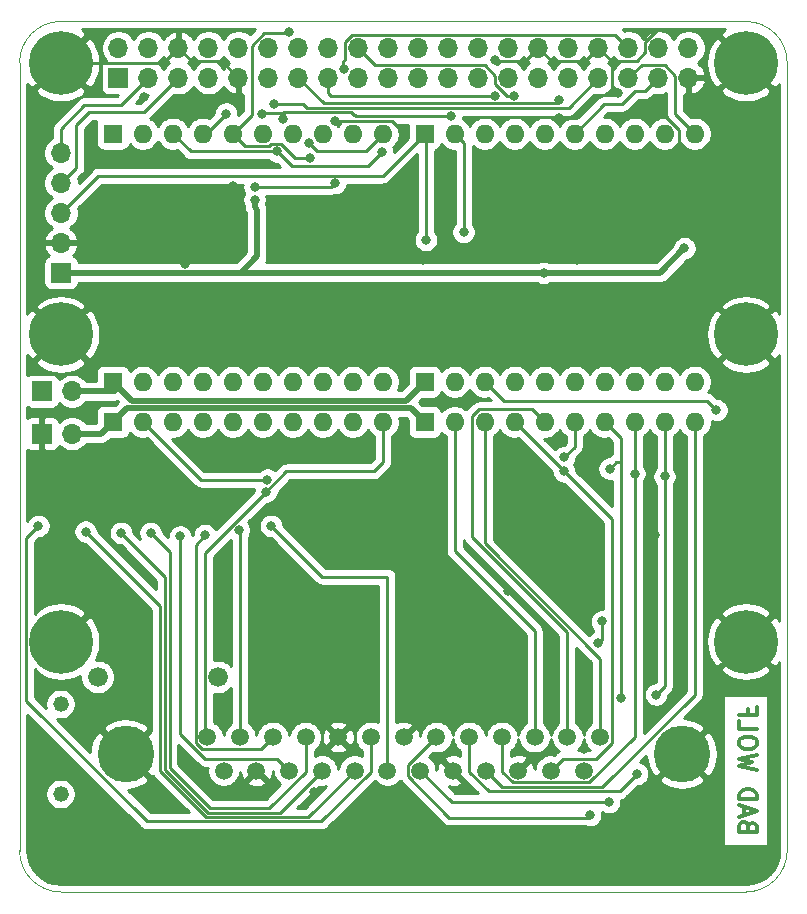
<source format=gbr>
%TF.GenerationSoftware,KiCad,Pcbnew,(5.1.6)-1*%
%TF.CreationDate,2020-07-08T12:05:03-05:00*%
%TF.ProjectId,rascsi_din,72617363-7369-45f6-9469-6e2e6b696361,rev?*%
%TF.SameCoordinates,Original*%
%TF.FileFunction,Copper,L2,Bot*%
%TF.FilePolarity,Positive*%
%FSLAX46Y46*%
G04 Gerber Fmt 4.6, Leading zero omitted, Abs format (unit mm)*
G04 Created by KiCad (PCBNEW (5.1.6)-1) date 2020-07-08 12:05:03*
%MOMM*%
%LPD*%
G01*
G04 APERTURE LIST*
%TA.AperFunction,Profile*%
%ADD10C,0.050000*%
%TD*%
%TA.AperFunction,NonConductor*%
%ADD11C,0.300000*%
%TD*%
%TA.AperFunction,ComponentPad*%
%ADD12O,1.600000X1.600000*%
%TD*%
%TA.AperFunction,ComponentPad*%
%ADD13R,1.600000X1.600000*%
%TD*%
%TA.AperFunction,ComponentPad*%
%ADD14C,0.800000*%
%TD*%
%TA.AperFunction,ComponentPad*%
%ADD15C,5.400000*%
%TD*%
%TA.AperFunction,ComponentPad*%
%ADD16O,1.700000X1.700000*%
%TD*%
%TA.AperFunction,ComponentPad*%
%ADD17R,1.700000X1.700000*%
%TD*%
%TA.AperFunction,ComponentPad*%
%ADD18C,4.800000*%
%TD*%
%TA.AperFunction,ComponentPad*%
%ADD19C,1.500000*%
%TD*%
%TA.AperFunction,ComponentPad*%
%ADD20C,1.320800*%
%TD*%
%TA.AperFunction,ComponentPad*%
%ADD21C,1.676400*%
%TD*%
%TA.AperFunction,ViaPad*%
%ADD22C,0.800000*%
%TD*%
%TA.AperFunction,Conductor*%
%ADD23C,0.250000*%
%TD*%
%TA.AperFunction,Conductor*%
%ADD24C,0.500000*%
%TD*%
%TA.AperFunction,Conductor*%
%ADD25C,0.254000*%
%TD*%
G04 APERTURE END LIST*
D10*
X178000000Y-116200000D02*
X236000000Y-116200000D01*
X178000000Y-116200000D02*
G75*
G02*
X174500000Y-112700000I0J3500000D01*
G01*
X239500000Y-112700000D02*
G75*
G02*
X236000000Y-116200000I-3500000J0D01*
G01*
X174500000Y-46000000D02*
X174500000Y-112700000D01*
X239500000Y-46000000D02*
X239500000Y-112700000D01*
X178000000Y-42500000D02*
X236000000Y-42500000D01*
X174500000Y-46000000D02*
G75*
G02*
X178000000Y-42500000I3500000J0D01*
G01*
X236000000Y-42500000D02*
G75*
G02*
X239500000Y-46000000I0J-3500000D01*
G01*
D11*
X236207142Y-110650000D02*
X236135714Y-110435714D01*
X236064285Y-110364285D01*
X235921428Y-110292857D01*
X235707142Y-110292857D01*
X235564285Y-110364285D01*
X235492857Y-110435714D01*
X235421428Y-110578571D01*
X235421428Y-111150000D01*
X236921428Y-111150000D01*
X236921428Y-110650000D01*
X236850000Y-110507142D01*
X236778571Y-110435714D01*
X236635714Y-110364285D01*
X236492857Y-110364285D01*
X236350000Y-110435714D01*
X236278571Y-110507142D01*
X236207142Y-110650000D01*
X236207142Y-111150000D01*
X235850000Y-109721428D02*
X235850000Y-109007142D01*
X235421428Y-109864285D02*
X236921428Y-109364285D01*
X235421428Y-108864285D01*
X235421428Y-108364285D02*
X236921428Y-108364285D01*
X236921428Y-108007142D01*
X236850000Y-107792857D01*
X236707142Y-107650000D01*
X236564285Y-107578571D01*
X236278571Y-107507142D01*
X236064285Y-107507142D01*
X235778571Y-107578571D01*
X235635714Y-107650000D01*
X235492857Y-107792857D01*
X235421428Y-108007142D01*
X235421428Y-108364285D01*
X236921428Y-105864285D02*
X235421428Y-105507142D01*
X236492857Y-105221428D01*
X235421428Y-104935714D01*
X236921428Y-104578571D01*
X236921428Y-103721428D02*
X236921428Y-103435714D01*
X236850000Y-103292857D01*
X236707142Y-103150000D01*
X236421428Y-103078571D01*
X235921428Y-103078571D01*
X235635714Y-103150000D01*
X235492857Y-103292857D01*
X235421428Y-103435714D01*
X235421428Y-103721428D01*
X235492857Y-103864285D01*
X235635714Y-104007142D01*
X235921428Y-104078571D01*
X236421428Y-104078571D01*
X236707142Y-104007142D01*
X236850000Y-103864285D01*
X236921428Y-103721428D01*
X235421428Y-101721428D02*
X235421428Y-102435714D01*
X236921428Y-102435714D01*
X236207142Y-100721428D02*
X236207142Y-101221428D01*
X235421428Y-101221428D02*
X236921428Y-101221428D01*
X236921428Y-100507142D01*
D12*
%TO.P,RN5,10*%
%TO.N,C-ATN*%
X231660000Y-72990000D03*
%TO.P,RN5,9*%
%TO.N,C-ACK*%
X229120000Y-72990000D03*
%TO.P,RN5,8*%
%TO.N,C-RST*%
X226580000Y-72990000D03*
%TO.P,RN5,7*%
%TO.N,C-SEL*%
X224040000Y-72990000D03*
%TO.P,RN5,6*%
%TO.N,C-BSY*%
X221500000Y-72990000D03*
%TO.P,RN5,5*%
%TO.N,C-MSG*%
X218960000Y-72990000D03*
%TO.P,RN5,4*%
%TO.N,C-C_D*%
X216420000Y-72990000D03*
%TO.P,RN5,3*%
%TO.N,C-REQ*%
X213880000Y-72990000D03*
%TO.P,RN5,2*%
%TO.N,C-I_O*%
X211340000Y-72990000D03*
D13*
%TO.P,RN5,1*%
%TO.N,Net-(JP2-Pad2)*%
X208800000Y-72990000D03*
%TD*%
D14*
%TO.P,H2,1*%
%TO.N,GND*%
X237431891Y-44568109D03*
X236000000Y-43975000D03*
X234568109Y-44568109D03*
X233975000Y-46000000D03*
X234568109Y-47431891D03*
X236000000Y-48025000D03*
X237431891Y-47431891D03*
X238025000Y-46000000D03*
D15*
X236000000Y-46000000D03*
%TD*%
D14*
%TO.P,H1,1*%
%TO.N,GND*%
X179431891Y-44568109D03*
X178000000Y-43975000D03*
X176568109Y-44568109D03*
X175975000Y-46000000D03*
X176568109Y-47431891D03*
X178000000Y-48025000D03*
X179431891Y-47431891D03*
X180025000Y-46000000D03*
D15*
X178000000Y-46000000D03*
%TD*%
D16*
%TO.P,J4,5*%
%TO.N,PI_SDA*%
X178010000Y-53620000D03*
%TO.P,J4,4*%
%TO.N,PI_SCL*%
X178010000Y-56160000D03*
%TO.P,J4,3*%
%TO.N,+3V3*%
X178010000Y-58700000D03*
%TO.P,J4,2*%
%TO.N,GND*%
X178010000Y-61240000D03*
D17*
%TO.P,J4,1*%
%TO.N,+5V*%
X178010000Y-63780000D03*
%TD*%
D16*
%TO.P,JP2,2*%
%TO.N,Net-(JP2-Pad2)*%
X178940000Y-73800000D03*
D17*
%TO.P,JP2,1*%
%TO.N,+5V*%
X176400000Y-73800000D03*
%TD*%
D16*
%TO.P,JP1,2*%
%TO.N,Net-(JP1-Pad2)*%
X178940000Y-77400000D03*
D17*
%TO.P,JP1,1*%
%TO.N,GND*%
X176400000Y-77400000D03*
%TD*%
D14*
%TO.P,H6,1*%
%TO.N,GND*%
X237431891Y-93568109D03*
X236000000Y-92975000D03*
X234568109Y-93568109D03*
X233975000Y-95000000D03*
X234568109Y-96431891D03*
X236000000Y-97025000D03*
X237431891Y-96431891D03*
X238025000Y-95000000D03*
D15*
X236000000Y-95000000D03*
%TD*%
D14*
%TO.P,H5,1*%
%TO.N,GND*%
X179431891Y-93568109D03*
X178000000Y-92975000D03*
X176568109Y-93568109D03*
X175975000Y-95000000D03*
X176568109Y-96431891D03*
X178000000Y-97025000D03*
X179431891Y-96431891D03*
X180025000Y-95000000D03*
D15*
X178000000Y-95000000D03*
%TD*%
D14*
%TO.P,H4,1*%
%TO.N,GND*%
X237431891Y-67568109D03*
X236000000Y-66975000D03*
X234568109Y-67568109D03*
X233975000Y-69000000D03*
X234568109Y-70431891D03*
X236000000Y-71025000D03*
X237431891Y-70431891D03*
X238025000Y-69000000D03*
D15*
X236000000Y-69000000D03*
%TD*%
D14*
%TO.P,H3,1*%
%TO.N,GND*%
X179431891Y-67568109D03*
X178000000Y-66975000D03*
X176568109Y-67568109D03*
X175975000Y-69000000D03*
X176568109Y-70431891D03*
X178000000Y-71025000D03*
X179431891Y-70431891D03*
X180025000Y-69000000D03*
D15*
X178000000Y-69000000D03*
%TD*%
D18*
%TO.P,J2,MH2*%
%TO.N,GND*%
X183480000Y-104510000D03*
%TO.P,J2,MH1*%
X230580000Y-104510000D03*
D19*
%TO.P,J2,25*%
%TO.N,TERMPOW*%
X191795000Y-105930000D03*
%TO.P,J2,24*%
%TO.N,GND*%
X194565000Y-105930000D03*
%TO.P,J2,23*%
%TO.N,C-D4*%
X197335000Y-105930000D03*
%TO.P,J2,22*%
%TO.N,C-D2*%
X200105000Y-105930000D03*
%TO.P,J2,21*%
%TO.N,C-D1*%
X202875000Y-105930000D03*
%TO.P,J2,20*%
%TO.N,C-DP*%
X205645000Y-105930000D03*
%TO.P,J2,19*%
%TO.N,C-SEL*%
X208415000Y-105930000D03*
%TO.P,J2,18*%
%TO.N,GND*%
X211185000Y-105930000D03*
%TO.P,J2,17*%
%TO.N,C-ATN*%
X213955000Y-105930000D03*
%TO.P,J2,16*%
%TO.N,GND*%
X216725000Y-105930000D03*
%TO.P,J2,15*%
%TO.N,C-C_D*%
X219495000Y-105930000D03*
%TO.P,J2,14*%
%TO.N,GND*%
X222265000Y-105930000D03*
%TO.P,J2,13*%
%TO.N,C-D7*%
X190410000Y-103090000D03*
%TO.P,J2,12*%
%TO.N,C-D6*%
X193180000Y-103090000D03*
%TO.P,J2,11*%
%TO.N,C-D5*%
X195950000Y-103090000D03*
%TO.P,J2,10*%
%TO.N,C-D3*%
X198720000Y-103090000D03*
%TO.P,J2,9*%
%TO.N,GND*%
X201490000Y-103090000D03*
%TO.P,J2,8*%
%TO.N,C-D0*%
X204260000Y-103090000D03*
%TO.P,J2,7*%
%TO.N,GND*%
X207030000Y-103090000D03*
%TO.P,J2,6*%
%TO.N,C-BSY*%
X209800000Y-103090000D03*
%TO.P,J2,5*%
%TO.N,C-ACK*%
X212570000Y-103090000D03*
%TO.P,J2,4*%
%TO.N,C-RST*%
X215340000Y-103090000D03*
%TO.P,J2,3*%
%TO.N,C-I_O*%
X218110000Y-103090000D03*
%TO.P,J2,2*%
%TO.N,C-MSG*%
X220880000Y-103090000D03*
%TO.P,J2,1*%
%TO.N,C-REQ*%
X223650000Y-103090000D03*
%TD*%
D12*
%TO.P,RN6,10*%
%TO.N,C-ATN*%
X231660000Y-76400000D03*
%TO.P,RN6,9*%
%TO.N,C-ACK*%
X229120000Y-76400000D03*
%TO.P,RN6,8*%
%TO.N,C-RST*%
X226580000Y-76400000D03*
%TO.P,RN6,7*%
%TO.N,C-SEL*%
X224040000Y-76400000D03*
%TO.P,RN6,6*%
%TO.N,C-BSY*%
X221500000Y-76400000D03*
%TO.P,RN6,5*%
%TO.N,C-MSG*%
X218960000Y-76400000D03*
%TO.P,RN6,4*%
%TO.N,C-C_D*%
X216420000Y-76400000D03*
%TO.P,RN6,3*%
%TO.N,C-REQ*%
X213880000Y-76400000D03*
%TO.P,RN6,2*%
%TO.N,C-I_O*%
X211340000Y-76400000D03*
D13*
%TO.P,RN6,1*%
%TO.N,Net-(JP1-Pad2)*%
X208800000Y-76400000D03*
%TD*%
D12*
%TO.P,RN4,10*%
%TO.N,C-D7*%
X205260000Y-76400000D03*
%TO.P,RN4,9*%
%TO.N,C-D6*%
X202720000Y-76400000D03*
%TO.P,RN4,8*%
%TO.N,C-D5*%
X200180000Y-76400000D03*
%TO.P,RN4,7*%
%TO.N,C-D4*%
X197640000Y-76400000D03*
%TO.P,RN4,6*%
%TO.N,C-D3*%
X195100000Y-76400000D03*
%TO.P,RN4,5*%
%TO.N,C-D2*%
X192560000Y-76400000D03*
%TO.P,RN4,4*%
%TO.N,C-D1*%
X190020000Y-76400000D03*
%TO.P,RN4,3*%
%TO.N,C-D0*%
X187480000Y-76400000D03*
%TO.P,RN4,2*%
%TO.N,C-DP*%
X184940000Y-76400000D03*
D13*
%TO.P,RN4,1*%
%TO.N,Net-(JP1-Pad2)*%
X182400000Y-76400000D03*
%TD*%
D12*
%TO.P,RN3,10*%
%TO.N,C-D7*%
X205260000Y-73000000D03*
%TO.P,RN3,9*%
%TO.N,C-D6*%
X202720000Y-73000000D03*
%TO.P,RN3,8*%
%TO.N,C-D5*%
X200180000Y-73000000D03*
%TO.P,RN3,7*%
%TO.N,C-D4*%
X197640000Y-73000000D03*
%TO.P,RN3,6*%
%TO.N,C-D3*%
X195100000Y-73000000D03*
%TO.P,RN3,5*%
%TO.N,C-D2*%
X192560000Y-73000000D03*
%TO.P,RN3,4*%
%TO.N,C-D1*%
X190020000Y-73000000D03*
%TO.P,RN3,3*%
%TO.N,C-D0*%
X187480000Y-73000000D03*
%TO.P,RN3,2*%
%TO.N,C-DP*%
X184940000Y-73000000D03*
D13*
%TO.P,RN3,1*%
%TO.N,Net-(JP2-Pad2)*%
X182400000Y-73000000D03*
%TD*%
D12*
%TO.P,RN2,10*%
%TO.N,PI-ATN*%
X231660000Y-52000000D03*
%TO.P,RN2,9*%
%TO.N,PI-ACK*%
X229120000Y-52000000D03*
%TO.P,RN2,8*%
%TO.N,PI-RST*%
X226580000Y-52000000D03*
%TO.P,RN2,7*%
%TO.N,PI-SEL*%
X224040000Y-52000000D03*
%TO.P,RN2,6*%
%TO.N,PI-BSY*%
X221500000Y-52000000D03*
%TO.P,RN2,5*%
%TO.N,PI-MSG*%
X218960000Y-52000000D03*
%TO.P,RN2,4*%
%TO.N,PI-C_D*%
X216420000Y-52000000D03*
%TO.P,RN2,3*%
%TO.N,PI-REQ*%
X213880000Y-52000000D03*
%TO.P,RN2,2*%
%TO.N,PI-I_O*%
X211340000Y-52000000D03*
D13*
%TO.P,RN2,1*%
%TO.N,+3V3*%
X208800000Y-52000000D03*
%TD*%
D12*
%TO.P,RN1,10*%
%TO.N,PI-D7*%
X205260000Y-52000000D03*
%TO.P,RN1,9*%
%TO.N,PI-D6*%
X202720000Y-52000000D03*
%TO.P,RN1,8*%
%TO.N,PI-D5*%
X200180000Y-52000000D03*
%TO.P,RN1,7*%
%TO.N,PI-D4*%
X197640000Y-52000000D03*
%TO.P,RN1,6*%
%TO.N,PI-D3*%
X195100000Y-52000000D03*
%TO.P,RN1,5*%
%TO.N,PI-D2*%
X192560000Y-52000000D03*
%TO.P,RN1,4*%
%TO.N,PI-D1*%
X190020000Y-52000000D03*
%TO.P,RN1,3*%
%TO.N,PI-D0*%
X187480000Y-52000000D03*
%TO.P,RN1,2*%
%TO.N,PI-DP*%
X184940000Y-52000000D03*
D13*
%TO.P,RN1,1*%
%TO.N,+3V3*%
X182400000Y-52000000D03*
%TD*%
D16*
%TO.P,J1,40*%
%TO.N,PI-ACK*%
X231140000Y-44730000D03*
%TO.P,J1,39*%
%TO.N,GND*%
X231140000Y-47270000D03*
%TO.P,J1,38*%
%TO.N,PI-RST*%
X228600000Y-44730000D03*
%TO.P,J1,37*%
%TO.N,PI-BSY*%
X228600000Y-47270000D03*
%TO.P,J1,36*%
%TO.N,PI-D6*%
X226060000Y-44730000D03*
%TO.P,J1,35*%
%TO.N,PI-ATN*%
X226060000Y-47270000D03*
%TO.P,J1,34*%
%TO.N,GND*%
X223520000Y-44730000D03*
%TO.P,J1,33*%
%TO.N,PI-D3*%
X223520000Y-47270000D03*
%TO.P,J1,32*%
%TO.N,PI-D2*%
X220980000Y-44730000D03*
%TO.P,J1,31*%
%TO.N,Net-(J1-Pad31)*%
X220980000Y-47270000D03*
%TO.P,J1,30*%
%TO.N,GND*%
X218440000Y-44730000D03*
%TO.P,J1,29*%
%TO.N,DBG_LED*%
X218440000Y-47270000D03*
%TO.P,J1,28*%
%TO.N,Net-(J1-Pad28)*%
X215900000Y-44730000D03*
%TO.P,J1,27*%
%TO.N,Net-(J1-Pad27)*%
X215900000Y-47270000D03*
%TO.P,J1,26*%
%TO.N,Net-(J1-Pad26)*%
X213360000Y-44730000D03*
%TO.P,J1,25*%
%TO.N,GND*%
X213360000Y-47270000D03*
%TO.P,J1,24*%
%TO.N,Net-(J1-Pad24)*%
X210820000Y-44730000D03*
%TO.P,J1,23*%
%TO.N,PI-D1*%
X210820000Y-47270000D03*
%TO.P,J1,22*%
%TO.N,PI-I_O*%
X208280000Y-44730000D03*
%TO.P,J1,21*%
%TO.N,Net-(J1-Pad21)*%
X208280000Y-47270000D03*
%TO.P,J1,20*%
%TO.N,GND*%
X205740000Y-44730000D03*
%TO.P,J1,19*%
%TO.N,PI-D0*%
X205740000Y-47270000D03*
%TO.P,J1,18*%
%TO.N,PI-C_D*%
X203200000Y-44730000D03*
%TO.P,J1,17*%
%TO.N,+3V3*%
X203200000Y-47270000D03*
%TO.P,J1,16*%
%TO.N,PI-MSG*%
X200660000Y-44730000D03*
%TO.P,J1,15*%
%TO.N,PI-REQ*%
X200660000Y-47270000D03*
%TO.P,J1,14*%
%TO.N,GND*%
X198120000Y-44730000D03*
%TO.P,J1,13*%
%TO.N,PI-SEL*%
X198120000Y-47270000D03*
%TO.P,J1,12*%
%TO.N,PI-DP*%
X195580000Y-44730000D03*
%TO.P,J1,11*%
%TO.N,PI-D7*%
X195580000Y-47270000D03*
%TO.P,J1,10*%
%TO.N,PI-D5*%
X193040000Y-44730000D03*
%TO.P,J1,9*%
%TO.N,GND*%
X193040000Y-47270000D03*
%TO.P,J1,8*%
%TO.N,PI-D4*%
X190500000Y-44730000D03*
%TO.P,J1,7*%
%TO.N,PI-ACT*%
X190500000Y-47270000D03*
%TO.P,J1,6*%
%TO.N,GND*%
X187960000Y-44730000D03*
%TO.P,J1,5*%
%TO.N,PI_SCL*%
X187960000Y-47270000D03*
%TO.P,J1,4*%
%TO.N,+5V*%
X185420000Y-44730000D03*
%TO.P,J1,3*%
%TO.N,PI_SDA*%
X185420000Y-47270000D03*
%TO.P,J1,2*%
%TO.N,+5V*%
X182880000Y-44730000D03*
D17*
%TO.P,J1,1*%
%TO.N,+3V3*%
X182880000Y-47270000D03*
%TD*%
D20*
%TO.P,FUSE1A1,2*%
%TO.N,Net-(D1-PadC)*%
X177980000Y-100290000D03*
%TO.P,FUSE1A1,1*%
%TO.N,TERMPOW*%
X177980000Y-107910000D03*
%TD*%
D21*
%TO.P,D1,C*%
%TO.N,Net-(D1-PadC)*%
X181120000Y-98000000D03*
%TO.P,D1,A*%
%TO.N,+5V*%
X191280000Y-98000000D03*
%TD*%
D22*
%TO.N,GND*%
X201200000Y-50900000D03*
X220200000Y-50700000D03*
X225200000Y-48600000D03*
X228900000Y-49700000D03*
X188500000Y-63000000D03*
X188400000Y-68000000D03*
X208800000Y-67400000D03*
X208700000Y-62700000D03*
X221800000Y-67500000D03*
X221700000Y-62700000D03*
X214200000Y-57500000D03*
X214800000Y-45800000D03*
X192600000Y-56400000D03*
X186100000Y-53200000D03*
X215800000Y-86100000D03*
X221100000Y-86100000D03*
X223500000Y-86100000D03*
X215900000Y-90700000D03*
X218400000Y-83100000D03*
X228300000Y-86000000D03*
X233700000Y-86100000D03*
X208200000Y-86000000D03*
X191800000Y-91300000D03*
X191600000Y-100300000D03*
X222400000Y-98900000D03*
X203900000Y-69700000D03*
X199700000Y-69700000D03*
X197000000Y-69700000D03*
X194600000Y-69700000D03*
X217400000Y-69700000D03*
X229700000Y-69700000D03*
X232900000Y-59400000D03*
X175700000Y-64500000D03*
X181000000Y-80100000D03*
X183700000Y-80100000D03*
X186100000Y-80100000D03*
X190400000Y-83500000D03*
X203900000Y-79500000D03*
X196500000Y-78900000D03*
X193900000Y-78800000D03*
X198800000Y-79000000D03*
X187900000Y-49700000D03*
X219500000Y-104200000D03*
X222265000Y-104135000D03*
X237400000Y-86000000D03*
X225900000Y-50400000D03*
X207000000Y-51900000D03*
X187900000Y-83100000D03*
X185400000Y-83500000D03*
X182900000Y-83600000D03*
X180300000Y-83700000D03*
X222700000Y-80500000D03*
X220200000Y-77600000D03*
X210200000Y-74700000D03*
X199400000Y-107700000D03*
X185000000Y-48900000D03*
X221300000Y-59800000D03*
X221300000Y-57550000D03*
%TO.N,+3V3*%
X208900000Y-61000000D03*
%TO.N,+5V*%
X230800000Y-61700000D03*
X218880000Y-63780000D03*
X194400000Y-57600000D03*
%TO.N,C-REQ*%
X233500000Y-75400000D03*
%TO.N,C-MSG*%
X223800000Y-93300000D03*
X223500000Y-95152000D03*
%TO.N,C-BSY*%
X222800000Y-109700000D03*
X220600000Y-79400000D03*
%TO.N,C-SEL*%
X224400000Y-108600000D03*
X225400000Y-99800000D03*
X224468966Y-80368966D03*
%TO.N,C-RST*%
X226580000Y-80780000D03*
%TO.N,C-ACK*%
X226800000Y-106200000D03*
X228400000Y-99500000D03*
X229120000Y-81020000D03*
%TO.N,C-DP*%
X195800000Y-85200000D03*
X195488966Y-81288966D03*
%TO.N,C-D0*%
X176100000Y-85200000D03*
%TO.N,C-D1*%
X180100000Y-85700000D03*
%TO.N,C-D2*%
X183100000Y-85800000D03*
%TO.N,C-D3*%
X185600000Y-85800000D03*
%TO.N,C-D4*%
X188100000Y-86100000D03*
%TO.N,C-D5*%
X190200000Y-86000000D03*
%TO.N,C-D6*%
X193061034Y-85561034D03*
%TO.N,C-D7*%
X195400000Y-82300000D03*
%TO.N,C-C_D*%
X220610000Y-80590000D03*
%TO.N,PI-D7*%
X198992971Y-52775153D03*
%TO.N,PI-D6*%
X202000000Y-46500000D03*
%TO.N,PI-D3*%
X196031034Y-49468966D03*
X194400000Y-56500000D03*
X201200000Y-56200000D03*
%TO.N,PI-D2*%
X197300000Y-43400000D03*
X199093540Y-54079154D03*
%TO.N,PI-D1*%
X211000000Y-50500000D03*
X196800000Y-50800000D03*
X195000000Y-50300000D03*
X192000000Y-50300000D03*
%TO.N,PI-D0*%
X196300000Y-53500000D03*
X205175555Y-53546033D03*
%TO.N,PI-C_D*%
X216400000Y-48770990D03*
%TO.N,PI-REQ*%
X214800000Y-48770990D03*
%TO.N,PI-I_O*%
X212100000Y-60329010D03*
%TO.N,PI-SEL*%
X220200000Y-49148000D03*
%TD*%
D23*
%TO.N,GND*%
X214832001Y-45832001D02*
X214800000Y-45800000D01*
X218440000Y-44730000D02*
X217337999Y-45832001D01*
X217337999Y-45832001D02*
X214832001Y-45832001D01*
X228900000Y-50265685D02*
X230300000Y-51665685D01*
X228900000Y-49700000D02*
X228900000Y-50265685D01*
X230300000Y-51665685D02*
X230300000Y-54600000D01*
X221600000Y-50700000D02*
X220200000Y-50700000D01*
X223200000Y-49100000D02*
X221600000Y-50700000D01*
X224622001Y-48243684D02*
X224622001Y-45832001D01*
X206000000Y-50900000D02*
X201200000Y-50900000D01*
X207000000Y-51900000D02*
X206000000Y-50900000D01*
X219542001Y-45832001D02*
X222417999Y-45832001D01*
X222417999Y-45832001D02*
X223520000Y-44730000D01*
X218440000Y-44730000D02*
X219542001Y-45832001D01*
X189062001Y-45832001D02*
X187960000Y-44730000D01*
X191602001Y-45832001D02*
X189062001Y-45832001D01*
X193040000Y-47270000D02*
X191602001Y-45832001D01*
X186690000Y-46000000D02*
X178000000Y-46000000D01*
X187960000Y-44730000D02*
X186690000Y-46000000D01*
X236000000Y-46000000D02*
X233200000Y-43200000D01*
X233200000Y-43200000D02*
X228499038Y-43200000D01*
X227497999Y-44201039D02*
X227497999Y-45102001D01*
X228499038Y-43200000D02*
X227497999Y-44201039D01*
X226767999Y-45832001D02*
X224622001Y-45832001D01*
X224622001Y-45832001D02*
X223520000Y-44730000D01*
X227497999Y-45102001D02*
X226767999Y-45832001D01*
%TO.N,+3V3*%
X208900000Y-52100000D02*
X208800000Y-52000000D01*
X208900000Y-61000000D02*
X208900000Y-52100000D01*
X205252001Y-55547999D02*
X208800000Y-52000000D01*
X181162001Y-55547999D02*
X205252001Y-55547999D01*
X178010000Y-58700000D02*
X181162001Y-55547999D01*
D24*
%TO.N,+5V*%
X228720000Y-63780000D02*
X230800000Y-61700000D01*
X218880000Y-63780000D02*
X228720000Y-63780000D01*
X194400000Y-58249962D02*
X194600000Y-58449962D01*
X194400000Y-57600000D02*
X194400000Y-58249962D01*
X194600000Y-62400000D02*
X193220000Y-63780000D01*
X194600000Y-58449962D02*
X194600000Y-62400000D01*
X178010000Y-63780000D02*
X193220000Y-63780000D01*
X193220000Y-63780000D02*
X218880000Y-63780000D01*
D23*
%TO.N,C-REQ*%
X213880000Y-76400000D02*
X213880000Y-86680000D01*
X223650000Y-96450000D02*
X223650000Y-103090000D01*
X213880000Y-86680000D02*
X223650000Y-96450000D01*
X233500000Y-75400000D02*
X232700000Y-74600000D01*
X215490000Y-74600000D02*
X213880000Y-72990000D01*
X232700000Y-74600000D02*
X215490000Y-74600000D01*
%TO.N,C-MSG*%
X213375039Y-75347999D02*
X217907999Y-75347999D01*
X212827999Y-75895039D02*
X213375039Y-75347999D01*
X212827999Y-86161171D02*
X212827999Y-75895039D01*
X217907999Y-75347999D02*
X218960000Y-76400000D01*
X220880000Y-94213172D02*
X212827999Y-86161171D01*
X220880000Y-103090000D02*
X220880000Y-94213172D01*
X223800000Y-93300000D02*
X223800000Y-94852000D01*
X223800000Y-94852000D02*
X223500000Y-95152000D01*
%TO.N,C-BSY*%
X207412999Y-106410961D02*
X210902038Y-109900000D01*
X209800000Y-103090000D02*
X207412999Y-105477001D01*
X207412999Y-105477001D02*
X207412999Y-106410961D01*
X210902038Y-109900000D02*
X222600000Y-109900000D01*
X222600000Y-109900000D02*
X222800000Y-109700000D01*
X221500000Y-76400000D02*
X221500000Y-78500000D01*
X221500000Y-78500000D02*
X220600000Y-79400000D01*
%TO.N,C-SEL*%
X208415000Y-105930000D02*
X211085000Y-108600000D01*
X211085000Y-108600000D02*
X224400000Y-108600000D01*
X225400000Y-77760000D02*
X224040000Y-76400000D01*
X225400000Y-79500000D02*
X225400000Y-77760000D01*
X225037932Y-79800000D02*
X225400000Y-79800000D01*
X224468966Y-80368966D02*
X225037932Y-79800000D01*
X225400000Y-99800000D02*
X225400000Y-79800000D01*
X225400000Y-79800000D02*
X225400000Y-79500000D01*
%TO.N,C-RST*%
X222745961Y-106932001D02*
X226580000Y-103097962D01*
X216244039Y-106932001D02*
X222745961Y-106932001D01*
X215340000Y-106027962D02*
X216244039Y-106932001D01*
X215340000Y-103090000D02*
X215340000Y-106027962D01*
X226580000Y-103097962D02*
X226580000Y-80780000D01*
X226580000Y-80780000D02*
X226580000Y-76400000D01*
%TO.N,C-ACK*%
X225313981Y-107686019D02*
X226800000Y-106200000D01*
X214228057Y-107686019D02*
X225313981Y-107686019D01*
X212570000Y-103090000D02*
X212570000Y-106027962D01*
X212570000Y-106027962D02*
X214228057Y-107686019D01*
X228400000Y-99500000D02*
X229120000Y-98780000D01*
X229120000Y-98780000D02*
X229120000Y-81020000D01*
X229120000Y-81020000D02*
X229120000Y-76400000D01*
%TO.N,C-ATN*%
X231660000Y-99505038D02*
X231660000Y-76400000D01*
X223856028Y-107309010D02*
X231660000Y-99505038D01*
X215334010Y-107309010D02*
X223856028Y-107309010D01*
X213955000Y-105930000D02*
X215334010Y-107309010D01*
%TO.N,C-DP*%
X205645000Y-105930000D02*
X205645000Y-89505039D01*
X205645000Y-89505039D02*
X200105039Y-89505039D01*
X200105039Y-89505039D02*
X195800000Y-85200000D01*
X184940000Y-76400000D02*
X189828966Y-81288966D01*
X189828966Y-81288966D02*
X195488966Y-81288966D01*
%TO.N,C-D0*%
X175047999Y-86252001D02*
X176100000Y-85200000D01*
X200056934Y-110231028D02*
X185276066Y-110231028D01*
X204260000Y-106027962D02*
X200056934Y-110231028D01*
X204260000Y-103090000D02*
X204260000Y-106027962D01*
X175047999Y-100002961D02*
X175047999Y-86252001D01*
X185276066Y-110231028D02*
X175047999Y-100002961D01*
%TO.N,C-D1*%
X190287674Y-109854018D02*
X186400000Y-105966344D01*
X202875000Y-105930000D02*
X198950982Y-109854018D01*
X198950982Y-109854018D02*
X190287674Y-109854018D01*
X186400000Y-105966344D02*
X186400000Y-92000000D01*
X186400000Y-92000000D02*
X180100000Y-85700000D01*
%TO.N,C-D2*%
X200105000Y-105930000D02*
X196557991Y-109477009D01*
X186822990Y-89522990D02*
X183100000Y-85800000D01*
X196557991Y-109477009D02*
X190443837Y-109477009D01*
X190443837Y-109477009D02*
X186822990Y-105856162D01*
X186822990Y-105856162D02*
X186822990Y-89522990D01*
%TO.N,C-D3*%
X185600000Y-85800000D02*
X187200000Y-87400000D01*
X187200000Y-87400000D02*
X187200000Y-105700000D01*
X187200000Y-105700000D02*
X190600000Y-109100000D01*
X198720000Y-106027962D02*
X198720000Y-103090000D01*
X195647962Y-109100000D02*
X198720000Y-106027962D01*
X190600000Y-109100000D02*
X195647962Y-109100000D01*
%TO.N,C-D4*%
X196332999Y-104927999D02*
X197335000Y-105930000D01*
X190231865Y-104927999D02*
X196332999Y-104927999D01*
X188100000Y-102796134D02*
X190231865Y-104927999D01*
X188100000Y-86100000D02*
X188100000Y-102796134D01*
%TO.N,C-D5*%
X189929039Y-104092001D02*
X194947999Y-104092001D01*
X189407999Y-103570961D02*
X189929039Y-104092001D01*
X189407999Y-86792001D02*
X189407999Y-103570961D01*
X194947999Y-104092001D02*
X195950000Y-103090000D01*
X190200000Y-86000000D02*
X189407999Y-86792001D01*
%TO.N,C-D6*%
X193180000Y-103090000D02*
X193180000Y-85680000D01*
X193180000Y-85680000D02*
X193061034Y-85561034D01*
%TO.N,C-D7*%
X204500000Y-80600000D02*
X197100000Y-80600000D01*
X205260000Y-79840000D02*
X204500000Y-80600000D01*
X190189799Y-102869799D02*
X190410000Y-103090000D01*
X205260000Y-76400000D02*
X205260000Y-79840000D01*
X190189799Y-87510201D02*
X190189799Y-102869799D01*
X197100000Y-80600000D02*
X195400000Y-82300000D01*
X195400000Y-82300000D02*
X190189799Y-87510201D01*
%TO.N,C-I_O*%
X211340000Y-76400000D02*
X211340000Y-87340000D01*
X218110000Y-94110000D02*
X218110000Y-103090000D01*
X211340000Y-87340000D02*
X218110000Y-94110000D01*
%TO.N,C-C_D*%
X220497001Y-104927999D02*
X219495000Y-105930000D01*
X223294963Y-104927999D02*
X220497001Y-104927999D01*
X224652001Y-103570961D02*
X223294963Y-104927999D01*
X224652001Y-84632001D02*
X224652001Y-103570961D01*
X220610000Y-80590000D02*
X224652001Y-84632001D01*
X216420000Y-76400000D02*
X220610000Y-80590000D01*
%TO.N,PI-D7*%
X203830989Y-53429011D02*
X205260000Y-52000000D01*
X199646829Y-53429011D02*
X203830989Y-53429011D01*
X198992971Y-52775153D02*
X199646829Y-53429011D01*
%TO.N,PI-D6*%
X202671039Y-43627999D02*
X202097999Y-44201039D01*
X224957999Y-43627999D02*
X202671039Y-43627999D01*
X226060000Y-44730000D02*
X224957999Y-43627999D01*
X202097999Y-44201039D02*
X202097999Y-45702001D01*
X202097999Y-45702001D02*
X201900000Y-45900000D01*
X201900000Y-45900000D02*
X201900000Y-46400000D01*
X201900000Y-46400000D02*
X202000000Y-46500000D01*
%TO.N,PI-D3*%
X220990000Y-49800000D02*
X223520000Y-47270000D01*
X205903038Y-49800000D02*
X220990000Y-49800000D01*
X198540002Y-49468966D02*
X196031034Y-49468966D01*
X205903038Y-49800000D02*
X198871036Y-49800000D01*
X198871036Y-49800000D02*
X198540002Y-49468966D01*
X194400000Y-56500000D02*
X200900000Y-56500000D01*
X200900000Y-56500000D02*
X201200000Y-56200000D01*
%TO.N,PI-D2*%
X194142001Y-44537037D02*
X194142001Y-50417999D01*
X195179038Y-43500000D02*
X194142001Y-44537037D01*
X194142001Y-50417999D02*
X192560000Y-52000000D01*
X195604961Y-53052001D02*
X193612001Y-53052001D01*
X193612001Y-53052001D02*
X192560000Y-52000000D01*
X196612961Y-52847999D02*
X195808963Y-52847999D01*
X197844116Y-54079154D02*
X196612961Y-52847999D01*
X195808963Y-52847999D02*
X195604961Y-53052001D01*
X199093540Y-54079154D02*
X197844116Y-54079154D01*
X197200000Y-43500000D02*
X197300000Y-43400000D01*
X195179038Y-43500000D02*
X197200000Y-43500000D01*
%TO.N,PI-D1*%
X211000000Y-50500000D02*
X203000000Y-50500000D01*
X203000000Y-50500000D02*
X202900000Y-50400000D01*
X202800000Y-50400000D02*
X202577010Y-50177010D01*
X202900000Y-50400000D02*
X202800000Y-50400000D01*
X196877010Y-50722990D02*
X196877010Y-50177010D01*
X196800000Y-50800000D02*
X196877010Y-50722990D01*
X202577010Y-50177010D02*
X196877010Y-50177010D01*
X196777010Y-50277010D02*
X196877010Y-50177010D01*
X195022990Y-50277010D02*
X196777010Y-50277010D01*
X195022990Y-50277010D02*
X195000000Y-50300000D01*
X190300000Y-52000000D02*
X190020000Y-52000000D01*
X192000000Y-50300000D02*
X190300000Y-52000000D01*
%TO.N,PI-D0*%
X188980000Y-53500000D02*
X187480000Y-52000000D01*
X196300000Y-53500000D02*
X188980000Y-53500000D01*
X203990433Y-54731155D02*
X197531155Y-54731155D01*
X197531155Y-54731155D02*
X196300000Y-53500000D01*
X205175555Y-53546033D02*
X203990433Y-54731155D01*
%TO.N,PI-BSY*%
X227497999Y-48372001D02*
X226627999Y-48372001D01*
X228600000Y-47270000D02*
X227497999Y-48372001D01*
X226627999Y-48372001D02*
X225500000Y-49500000D01*
X224000000Y-49500000D02*
X221500000Y-52000000D01*
X225500000Y-49500000D02*
X224000000Y-49500000D01*
%TO.N,PI-C_D*%
X215770028Y-48770990D02*
X216400000Y-48770990D01*
X204637999Y-46167999D02*
X213888961Y-46167999D01*
X203200000Y-44730000D02*
X204637999Y-46167999D01*
X214797999Y-47077037D02*
X214797999Y-47798961D01*
X213888961Y-46167999D02*
X214797999Y-47077037D01*
X214797999Y-47798961D02*
X215770028Y-48770990D01*
%TO.N,PI-REQ*%
X200660000Y-47270000D02*
X200660000Y-48560000D01*
X200660000Y-48560000D02*
X200870990Y-48770990D01*
X200870990Y-48770990D02*
X214800000Y-48770990D01*
%TO.N,PI-I_O*%
X212100000Y-52760000D02*
X211340000Y-52000000D01*
X212100000Y-60329010D02*
X212100000Y-52760000D01*
%TO.N,PI-ATN*%
X230037999Y-47077037D02*
X230037999Y-50377999D01*
X229128961Y-46167999D02*
X230037999Y-47077037D01*
X230037999Y-50377999D02*
X231660000Y-52000000D01*
X227162001Y-46167999D02*
X229128961Y-46167999D01*
X226060000Y-47270000D02*
X227162001Y-46167999D01*
%TO.N,PI-SEL*%
X198120000Y-47270000D02*
X200272990Y-49422990D01*
X200272990Y-49422990D02*
X219925010Y-49422990D01*
X219925010Y-49422990D02*
X220200000Y-49148000D01*
%TO.N,PI_SCL*%
X187960000Y-47270000D02*
X185030000Y-50200000D01*
X185030000Y-50200000D02*
X180400000Y-50200000D01*
X180400000Y-50200000D02*
X179300000Y-51300000D01*
X179300000Y-54870000D02*
X178010000Y-56160000D01*
X179300000Y-51300000D02*
X179300000Y-54870000D01*
%TO.N,PI_SDA*%
X180000000Y-49600000D02*
X178010000Y-51590000D01*
X178010000Y-51590000D02*
X178010000Y-53620000D01*
X185420000Y-47270000D02*
X183090000Y-49600000D01*
X183090000Y-49600000D02*
X180000000Y-49600000D01*
D24*
%TO.N,Net-(JP1-Pad2)*%
X181400000Y-77400000D02*
X182400000Y-76400000D01*
X178940000Y-77400000D02*
X181400000Y-77400000D01*
X207622999Y-75222999D02*
X208800000Y-76400000D01*
X183577001Y-75222999D02*
X207622999Y-75222999D01*
X182400000Y-76400000D02*
X183577001Y-75222999D01*
%TO.N,Net-(JP2-Pad2)*%
X178940000Y-73800000D02*
X182600000Y-73800000D01*
X183995989Y-74595989D02*
X182400000Y-73000000D01*
X207194011Y-74595989D02*
X183995989Y-74595989D01*
X208800000Y-72990000D02*
X207194011Y-74595989D01*
%TD*%
D25*
%TO.N,GND*%
G36*
X194007172Y-43597065D02*
G01*
X193986632Y-43576525D01*
X193743411Y-43414010D01*
X193473158Y-43302068D01*
X193186260Y-43245000D01*
X192893740Y-43245000D01*
X192606842Y-43302068D01*
X192336589Y-43414010D01*
X192093368Y-43576525D01*
X191886525Y-43783368D01*
X191770000Y-43957760D01*
X191653475Y-43783368D01*
X191446632Y-43576525D01*
X191203411Y-43414010D01*
X190933158Y-43302068D01*
X190646260Y-43245000D01*
X190353740Y-43245000D01*
X190066842Y-43302068D01*
X189796589Y-43414010D01*
X189553368Y-43576525D01*
X189346525Y-43783368D01*
X189224805Y-43965534D01*
X189155178Y-43848645D01*
X188960269Y-43632412D01*
X188726920Y-43458359D01*
X188464099Y-43333175D01*
X188316890Y-43288524D01*
X188087000Y-43409845D01*
X188087000Y-44603000D01*
X188107000Y-44603000D01*
X188107000Y-44857000D01*
X188087000Y-44857000D01*
X188087000Y-44877000D01*
X187833000Y-44877000D01*
X187833000Y-44857000D01*
X187813000Y-44857000D01*
X187813000Y-44603000D01*
X187833000Y-44603000D01*
X187833000Y-43409845D01*
X187603110Y-43288524D01*
X187455901Y-43333175D01*
X187193080Y-43458359D01*
X186959731Y-43632412D01*
X186764822Y-43848645D01*
X186695195Y-43965534D01*
X186573475Y-43783368D01*
X186366632Y-43576525D01*
X186123411Y-43414010D01*
X185853158Y-43302068D01*
X185566260Y-43245000D01*
X185273740Y-43245000D01*
X184986842Y-43302068D01*
X184716589Y-43414010D01*
X184473368Y-43576525D01*
X184266525Y-43783368D01*
X184150000Y-43957760D01*
X184033475Y-43783368D01*
X183826632Y-43576525D01*
X183583411Y-43414010D01*
X183313158Y-43302068D01*
X183026260Y-43245000D01*
X182733740Y-43245000D01*
X182446842Y-43302068D01*
X182176589Y-43414010D01*
X181933368Y-43576525D01*
X181726525Y-43783368D01*
X181564010Y-44026589D01*
X181452068Y-44296842D01*
X181395000Y-44583740D01*
X181395000Y-44876260D01*
X181452068Y-45163158D01*
X181564010Y-45433411D01*
X181726525Y-45676632D01*
X181858380Y-45808487D01*
X181785820Y-45830498D01*
X181675506Y-45889463D01*
X181578815Y-45968815D01*
X181499463Y-46065506D01*
X181440498Y-46175820D01*
X181404188Y-46295518D01*
X181391928Y-46420000D01*
X181391928Y-48120000D01*
X181404188Y-48244482D01*
X181440498Y-48364180D01*
X181499463Y-48474494D01*
X181578815Y-48571185D01*
X181675506Y-48650537D01*
X181785820Y-48709502D01*
X181905518Y-48745812D01*
X182030000Y-48758072D01*
X182857127Y-48758072D01*
X182775199Y-48840000D01*
X180037322Y-48840000D01*
X180000000Y-48836324D01*
X179962677Y-48840000D01*
X179962667Y-48840000D01*
X179851014Y-48850997D01*
X179707753Y-48894454D01*
X179575723Y-48965026D01*
X179492083Y-49033668D01*
X179459999Y-49059999D01*
X179436201Y-49088997D01*
X177499003Y-51026196D01*
X177469999Y-51049999D01*
X177427407Y-51101898D01*
X177375026Y-51165724D01*
X177329446Y-51250998D01*
X177304454Y-51297754D01*
X177260997Y-51441015D01*
X177250000Y-51552668D01*
X177250000Y-51552678D01*
X177246324Y-51590000D01*
X177250000Y-51627323D01*
X177250000Y-52341821D01*
X177063368Y-52466525D01*
X176856525Y-52673368D01*
X176694010Y-52916589D01*
X176582068Y-53186842D01*
X176525000Y-53473740D01*
X176525000Y-53766260D01*
X176582068Y-54053158D01*
X176694010Y-54323411D01*
X176856525Y-54566632D01*
X177063368Y-54773475D01*
X177237760Y-54890000D01*
X177063368Y-55006525D01*
X176856525Y-55213368D01*
X176694010Y-55456589D01*
X176582068Y-55726842D01*
X176525000Y-56013740D01*
X176525000Y-56306260D01*
X176582068Y-56593158D01*
X176694010Y-56863411D01*
X176856525Y-57106632D01*
X177063368Y-57313475D01*
X177237760Y-57430000D01*
X177063368Y-57546525D01*
X176856525Y-57753368D01*
X176694010Y-57996589D01*
X176582068Y-58266842D01*
X176525000Y-58553740D01*
X176525000Y-58846260D01*
X176582068Y-59133158D01*
X176694010Y-59403411D01*
X176856525Y-59646632D01*
X177063368Y-59853475D01*
X177245534Y-59975195D01*
X177128645Y-60044822D01*
X176912412Y-60239731D01*
X176738359Y-60473080D01*
X176613175Y-60735901D01*
X176568524Y-60883110D01*
X176689845Y-61113000D01*
X177883000Y-61113000D01*
X177883000Y-61093000D01*
X178137000Y-61093000D01*
X178137000Y-61113000D01*
X179330155Y-61113000D01*
X179451476Y-60883110D01*
X179406825Y-60735901D01*
X179281641Y-60473080D01*
X179107588Y-60239731D01*
X178891355Y-60044822D01*
X178774466Y-59975195D01*
X178956632Y-59853475D01*
X179163475Y-59646632D01*
X179325990Y-59403411D01*
X179437932Y-59133158D01*
X179495000Y-58846260D01*
X179495000Y-58553740D01*
X179451209Y-58333592D01*
X181476803Y-56307999D01*
X193382914Y-56307999D01*
X193365000Y-56398061D01*
X193365000Y-56601939D01*
X193404774Y-56801898D01*
X193482795Y-56990256D01*
X193522715Y-57050000D01*
X193482795Y-57109744D01*
X193404774Y-57298102D01*
X193365000Y-57498061D01*
X193365000Y-57701939D01*
X193404774Y-57901898D01*
X193482795Y-58090256D01*
X193515000Y-58138454D01*
X193515000Y-58206493D01*
X193510719Y-58249962D01*
X193515000Y-58293431D01*
X193515000Y-58293439D01*
X193525883Y-58403937D01*
X193527805Y-58423452D01*
X193578412Y-58590275D01*
X193660590Y-58744021D01*
X193715000Y-58810320D01*
X193715001Y-62033420D01*
X192853422Y-62895000D01*
X179494625Y-62895000D01*
X179485812Y-62805518D01*
X179449502Y-62685820D01*
X179390537Y-62575506D01*
X179311185Y-62478815D01*
X179214494Y-62399463D01*
X179104180Y-62340498D01*
X179023534Y-62316034D01*
X179107588Y-62240269D01*
X179281641Y-62006920D01*
X179406825Y-61744099D01*
X179451476Y-61596890D01*
X179330155Y-61367000D01*
X178137000Y-61367000D01*
X178137000Y-61387000D01*
X177883000Y-61387000D01*
X177883000Y-61367000D01*
X176689845Y-61367000D01*
X176568524Y-61596890D01*
X176613175Y-61744099D01*
X176738359Y-62006920D01*
X176912412Y-62240269D01*
X176996466Y-62316034D01*
X176915820Y-62340498D01*
X176805506Y-62399463D01*
X176708815Y-62478815D01*
X176629463Y-62575506D01*
X176570498Y-62685820D01*
X176534188Y-62805518D01*
X176521928Y-62930000D01*
X176521928Y-64630000D01*
X176534188Y-64754482D01*
X176570498Y-64874180D01*
X176629463Y-64984494D01*
X176708815Y-65081185D01*
X176805506Y-65160537D01*
X176915820Y-65219502D01*
X177035518Y-65255812D01*
X177160000Y-65268072D01*
X178860000Y-65268072D01*
X178984482Y-65255812D01*
X179104180Y-65219502D01*
X179214494Y-65160537D01*
X179311185Y-65081185D01*
X179390537Y-64984494D01*
X179449502Y-64874180D01*
X179485812Y-64754482D01*
X179494625Y-64665000D01*
X193176531Y-64665000D01*
X193220000Y-64669281D01*
X193263469Y-64665000D01*
X218341546Y-64665000D01*
X218389744Y-64697205D01*
X218578102Y-64775226D01*
X218778061Y-64815000D01*
X218981939Y-64815000D01*
X219181898Y-64775226D01*
X219370256Y-64697205D01*
X219418454Y-64665000D01*
X228676531Y-64665000D01*
X228720000Y-64669281D01*
X228763469Y-64665000D01*
X228763477Y-64665000D01*
X228893490Y-64652195D01*
X229060313Y-64601589D01*
X229214059Y-64519411D01*
X229348817Y-64408817D01*
X229376534Y-64375044D01*
X231045044Y-62706535D01*
X231101898Y-62695226D01*
X231290256Y-62617205D01*
X231459774Y-62503937D01*
X231603937Y-62359774D01*
X231717205Y-62190256D01*
X231795226Y-62001898D01*
X231835000Y-61801939D01*
X231835000Y-61598061D01*
X231795226Y-61398102D01*
X231717205Y-61209744D01*
X231603937Y-61040226D01*
X231459774Y-60896063D01*
X231290256Y-60782795D01*
X231101898Y-60704774D01*
X230901939Y-60665000D01*
X230698061Y-60665000D01*
X230498102Y-60704774D01*
X230309744Y-60782795D01*
X230140226Y-60896063D01*
X229996063Y-61040226D01*
X229882795Y-61209744D01*
X229804774Y-61398102D01*
X229793465Y-61454956D01*
X228353422Y-62895000D01*
X219418454Y-62895000D01*
X219370256Y-62862795D01*
X219181898Y-62784774D01*
X218981939Y-62745000D01*
X218778061Y-62745000D01*
X218578102Y-62784774D01*
X218389744Y-62862795D01*
X218341546Y-62895000D01*
X195338639Y-62895000D01*
X195339411Y-62894059D01*
X195356122Y-62862795D01*
X195421589Y-62740313D01*
X195472195Y-62573490D01*
X195485000Y-62443477D01*
X195485000Y-62443469D01*
X195489281Y-62400000D01*
X195485000Y-62356531D01*
X195485000Y-58493431D01*
X195489281Y-58449962D01*
X195485000Y-58406493D01*
X195485000Y-58406485D01*
X195472195Y-58276472D01*
X195421589Y-58109649D01*
X195358254Y-57991156D01*
X195395226Y-57901898D01*
X195435000Y-57701939D01*
X195435000Y-57498061D01*
X195395226Y-57298102D01*
X195379444Y-57260000D01*
X200862678Y-57260000D01*
X200900000Y-57263676D01*
X200937322Y-57260000D01*
X200937333Y-57260000D01*
X201048986Y-57249003D01*
X201096302Y-57234650D01*
X201098061Y-57235000D01*
X201301939Y-57235000D01*
X201501898Y-57195226D01*
X201690256Y-57117205D01*
X201859774Y-57003937D01*
X202003937Y-56859774D01*
X202117205Y-56690256D01*
X202195226Y-56501898D01*
X202233795Y-56307999D01*
X205214679Y-56307999D01*
X205252001Y-56311675D01*
X205289323Y-56307999D01*
X205289334Y-56307999D01*
X205400987Y-56297002D01*
X205544248Y-56253545D01*
X205676277Y-56182973D01*
X205792002Y-56088000D01*
X205815805Y-56058996D01*
X208140001Y-53734801D01*
X208140000Y-60296289D01*
X208096063Y-60340226D01*
X207982795Y-60509744D01*
X207904774Y-60698102D01*
X207865000Y-60898061D01*
X207865000Y-61101939D01*
X207904774Y-61301898D01*
X207982795Y-61490256D01*
X208096063Y-61659774D01*
X208240226Y-61803937D01*
X208409744Y-61917205D01*
X208598102Y-61995226D01*
X208798061Y-62035000D01*
X209001939Y-62035000D01*
X209201898Y-61995226D01*
X209390256Y-61917205D01*
X209559774Y-61803937D01*
X209703937Y-61659774D01*
X209817205Y-61490256D01*
X209895226Y-61301898D01*
X209935000Y-61101939D01*
X209935000Y-60898061D01*
X209895226Y-60698102D01*
X209817205Y-60509744D01*
X209703937Y-60340226D01*
X209660000Y-60296289D01*
X209660000Y-53432163D01*
X209724482Y-53425812D01*
X209844180Y-53389502D01*
X209954494Y-53330537D01*
X210051185Y-53251185D01*
X210130537Y-53154494D01*
X210189502Y-53044180D01*
X210225812Y-52924482D01*
X210226643Y-52916039D01*
X210425241Y-53114637D01*
X210660273Y-53271680D01*
X210921426Y-53379853D01*
X211198665Y-53435000D01*
X211340001Y-53435000D01*
X211340000Y-59625299D01*
X211296063Y-59669236D01*
X211182795Y-59838754D01*
X211104774Y-60027112D01*
X211065000Y-60227071D01*
X211065000Y-60430949D01*
X211104774Y-60630908D01*
X211182795Y-60819266D01*
X211296063Y-60988784D01*
X211440226Y-61132947D01*
X211609744Y-61246215D01*
X211798102Y-61324236D01*
X211998061Y-61364010D01*
X212201939Y-61364010D01*
X212401898Y-61324236D01*
X212590256Y-61246215D01*
X212759774Y-61132947D01*
X212903937Y-60988784D01*
X213017205Y-60819266D01*
X213095226Y-60630908D01*
X213135000Y-60430949D01*
X213135000Y-60227071D01*
X213095226Y-60027112D01*
X213017205Y-59838754D01*
X212903937Y-59669236D01*
X212860000Y-59625299D01*
X212860000Y-53009396D01*
X212965241Y-53114637D01*
X213200273Y-53271680D01*
X213461426Y-53379853D01*
X213738665Y-53435000D01*
X214021335Y-53435000D01*
X214298574Y-53379853D01*
X214559727Y-53271680D01*
X214794759Y-53114637D01*
X214994637Y-52914759D01*
X215150000Y-52682241D01*
X215305363Y-52914759D01*
X215505241Y-53114637D01*
X215740273Y-53271680D01*
X216001426Y-53379853D01*
X216278665Y-53435000D01*
X216561335Y-53435000D01*
X216838574Y-53379853D01*
X217099727Y-53271680D01*
X217334759Y-53114637D01*
X217534637Y-52914759D01*
X217690000Y-52682241D01*
X217845363Y-52914759D01*
X218045241Y-53114637D01*
X218280273Y-53271680D01*
X218541426Y-53379853D01*
X218818665Y-53435000D01*
X219101335Y-53435000D01*
X219378574Y-53379853D01*
X219639727Y-53271680D01*
X219874759Y-53114637D01*
X220074637Y-52914759D01*
X220230000Y-52682241D01*
X220385363Y-52914759D01*
X220585241Y-53114637D01*
X220820273Y-53271680D01*
X221081426Y-53379853D01*
X221358665Y-53435000D01*
X221641335Y-53435000D01*
X221918574Y-53379853D01*
X222179727Y-53271680D01*
X222414759Y-53114637D01*
X222614637Y-52914759D01*
X222770000Y-52682241D01*
X222925363Y-52914759D01*
X223125241Y-53114637D01*
X223360273Y-53271680D01*
X223621426Y-53379853D01*
X223898665Y-53435000D01*
X224181335Y-53435000D01*
X224458574Y-53379853D01*
X224719727Y-53271680D01*
X224954759Y-53114637D01*
X225154637Y-52914759D01*
X225310000Y-52682241D01*
X225465363Y-52914759D01*
X225665241Y-53114637D01*
X225900273Y-53271680D01*
X226161426Y-53379853D01*
X226438665Y-53435000D01*
X226721335Y-53435000D01*
X226998574Y-53379853D01*
X227259727Y-53271680D01*
X227494759Y-53114637D01*
X227694637Y-52914759D01*
X227850000Y-52682241D01*
X228005363Y-52914759D01*
X228205241Y-53114637D01*
X228440273Y-53271680D01*
X228701426Y-53379853D01*
X228978665Y-53435000D01*
X229261335Y-53435000D01*
X229538574Y-53379853D01*
X229799727Y-53271680D01*
X230034759Y-53114637D01*
X230234637Y-52914759D01*
X230390000Y-52682241D01*
X230545363Y-52914759D01*
X230745241Y-53114637D01*
X230980273Y-53271680D01*
X231241426Y-53379853D01*
X231518665Y-53435000D01*
X231801335Y-53435000D01*
X232078574Y-53379853D01*
X232339727Y-53271680D01*
X232574759Y-53114637D01*
X232774637Y-52914759D01*
X232931680Y-52679727D01*
X233039853Y-52418574D01*
X233095000Y-52141335D01*
X233095000Y-51858665D01*
X233039853Y-51581426D01*
X232931680Y-51320273D01*
X232774637Y-51085241D01*
X232574759Y-50885363D01*
X232339727Y-50728320D01*
X232078574Y-50620147D01*
X231801335Y-50565000D01*
X231518665Y-50565000D01*
X231336114Y-50601312D01*
X230797999Y-50063198D01*
X230797999Y-48703619D01*
X231013000Y-48590155D01*
X231013000Y-47397000D01*
X231267000Y-47397000D01*
X231267000Y-48590155D01*
X231496890Y-48711476D01*
X231644099Y-48666825D01*
X231906920Y-48541641D01*
X232140269Y-48367588D01*
X232160292Y-48345374D01*
X233834231Y-48345374D01*
X234134411Y-48783828D01*
X234713356Y-49094296D01*
X235341746Y-49285852D01*
X235995431Y-49351134D01*
X236649293Y-49287634D01*
X237278203Y-49097792D01*
X237857992Y-48788904D01*
X237865589Y-48783828D01*
X238165769Y-48345374D01*
X236000000Y-46179605D01*
X233834231Y-48345374D01*
X232160292Y-48345374D01*
X232335178Y-48151355D01*
X232484157Y-47901252D01*
X232581481Y-47626891D01*
X232460814Y-47397000D01*
X231267000Y-47397000D01*
X231013000Y-47397000D01*
X230993000Y-47397000D01*
X230993000Y-47143000D01*
X231013000Y-47143000D01*
X231013000Y-47123000D01*
X231267000Y-47123000D01*
X231267000Y-47143000D01*
X232460814Y-47143000D01*
X232581481Y-46913109D01*
X232484157Y-46638748D01*
X232335178Y-46388645D01*
X232140269Y-46172412D01*
X231910594Y-46001100D01*
X231919078Y-45995431D01*
X232648866Y-45995431D01*
X232712366Y-46649293D01*
X232902208Y-47278203D01*
X233211096Y-47857992D01*
X233216172Y-47865589D01*
X233654626Y-48165769D01*
X235820395Y-46000000D01*
X233654626Y-43834231D01*
X233216172Y-44134411D01*
X232905704Y-44713356D01*
X232714148Y-45341746D01*
X232648866Y-45995431D01*
X231919078Y-45995431D01*
X232086632Y-45883475D01*
X232293475Y-45676632D01*
X232455990Y-45433411D01*
X232567932Y-45163158D01*
X232625000Y-44876260D01*
X232625000Y-44583740D01*
X232567932Y-44296842D01*
X232455990Y-44026589D01*
X232293475Y-43783368D01*
X232086632Y-43576525D01*
X231843411Y-43414010D01*
X231573158Y-43302068D01*
X231286260Y-43245000D01*
X230993740Y-43245000D01*
X230706842Y-43302068D01*
X230436589Y-43414010D01*
X230193368Y-43576525D01*
X229986525Y-43783368D01*
X229870000Y-43957760D01*
X229753475Y-43783368D01*
X229546632Y-43576525D01*
X229303411Y-43414010D01*
X229033158Y-43302068D01*
X228746260Y-43245000D01*
X228453740Y-43245000D01*
X228166842Y-43302068D01*
X227896589Y-43414010D01*
X227653368Y-43576525D01*
X227446525Y-43783368D01*
X227330000Y-43957760D01*
X227213475Y-43783368D01*
X227006632Y-43576525D01*
X226763411Y-43414010D01*
X226493158Y-43302068D01*
X226206260Y-43245000D01*
X225913740Y-43245000D01*
X225693592Y-43288791D01*
X225564801Y-43160000D01*
X234237916Y-43160000D01*
X234142008Y-43211096D01*
X234134411Y-43216172D01*
X233834231Y-43654626D01*
X236000000Y-45820395D01*
X236014143Y-45806253D01*
X236193748Y-45985858D01*
X236179605Y-46000000D01*
X238345374Y-48165769D01*
X238783828Y-47865589D01*
X238840000Y-47760842D01*
X238840000Y-67237917D01*
X238788904Y-67142008D01*
X238783828Y-67134411D01*
X238345374Y-66834231D01*
X236179605Y-69000000D01*
X238345374Y-71165769D01*
X238783828Y-70865589D01*
X238840000Y-70760842D01*
X238840001Y-93237918D01*
X238788904Y-93142008D01*
X238783828Y-93134411D01*
X238345374Y-92834231D01*
X236179605Y-95000000D01*
X238345374Y-97165769D01*
X238783828Y-96865589D01*
X238840001Y-96760841D01*
X238840001Y-112667711D01*
X238782808Y-113251010D01*
X238622783Y-113781036D01*
X238362860Y-114269880D01*
X238012935Y-114698931D01*
X237586335Y-115051845D01*
X237099320Y-115315173D01*
X236570422Y-115478894D01*
X235989040Y-115540000D01*
X178032279Y-115540000D01*
X177448990Y-115482808D01*
X176918964Y-115322783D01*
X176430120Y-115062860D01*
X176001069Y-114712935D01*
X175648155Y-114286335D01*
X175384827Y-113799320D01*
X175221106Y-113270422D01*
X175160000Y-112689040D01*
X175160000Y-107782414D01*
X176684600Y-107782414D01*
X176684600Y-108037586D01*
X176734381Y-108287854D01*
X176832031Y-108523602D01*
X176973797Y-108735769D01*
X177154231Y-108916203D01*
X177366398Y-109057969D01*
X177602146Y-109155619D01*
X177852414Y-109205400D01*
X178107586Y-109205400D01*
X178357854Y-109155619D01*
X178593602Y-109057969D01*
X178805769Y-108916203D01*
X178986203Y-108735769D01*
X179127969Y-108523602D01*
X179225619Y-108287854D01*
X179275400Y-108037586D01*
X179275400Y-107782414D01*
X179225619Y-107532146D01*
X179127969Y-107296398D01*
X178986203Y-107084231D01*
X178805769Y-106903797D01*
X178593602Y-106762031D01*
X178357854Y-106664381D01*
X178107586Y-106614600D01*
X177852414Y-106614600D01*
X177602146Y-106664381D01*
X177366398Y-106762031D01*
X177154231Y-106903797D01*
X176973797Y-107084231D01*
X176832031Y-107296398D01*
X176734381Y-107532146D01*
X176684600Y-107782414D01*
X175160000Y-107782414D01*
X175160000Y-101189763D01*
X184712267Y-110742031D01*
X184736065Y-110771029D01*
X184765063Y-110794827D01*
X184851789Y-110866002D01*
X184983819Y-110936574D01*
X185127080Y-110980031D01*
X185238733Y-110991028D01*
X185238742Y-110991028D01*
X185276065Y-110994704D01*
X185313388Y-110991028D01*
X200019612Y-110991028D01*
X200056934Y-110994704D01*
X200094256Y-110991028D01*
X200094267Y-110991028D01*
X200205920Y-110980031D01*
X200349181Y-110936574D01*
X200481210Y-110866002D01*
X200596935Y-110771029D01*
X200620738Y-110742025D01*
X204561461Y-106801303D01*
X204569201Y-106812886D01*
X204762114Y-107005799D01*
X204988957Y-107157371D01*
X205241011Y-107261775D01*
X205508589Y-107315000D01*
X205781411Y-107315000D01*
X206048989Y-107261775D01*
X206301043Y-107157371D01*
X206527886Y-107005799D01*
X206720799Y-106812886D01*
X206745955Y-106775238D01*
X206778025Y-106835237D01*
X206849200Y-106921963D01*
X206872999Y-106950962D01*
X206901997Y-106974760D01*
X210338239Y-110411003D01*
X210362037Y-110440001D01*
X210477762Y-110534974D01*
X210609791Y-110605546D01*
X210753052Y-110649003D01*
X210864705Y-110660000D01*
X210864714Y-110660000D01*
X210902037Y-110663676D01*
X210939360Y-110660000D01*
X222413060Y-110660000D01*
X222498102Y-110695226D01*
X222698061Y-110735000D01*
X222901939Y-110735000D01*
X223101898Y-110695226D01*
X223290256Y-110617205D01*
X223459774Y-110503937D01*
X223603937Y-110359774D01*
X223717205Y-110190256D01*
X223795226Y-110001898D01*
X223835000Y-109801939D01*
X223835000Y-109598061D01*
X223804995Y-109447214D01*
X223909744Y-109517205D01*
X224098102Y-109595226D01*
X224298061Y-109635000D01*
X224501939Y-109635000D01*
X224701898Y-109595226D01*
X224890256Y-109517205D01*
X225059774Y-109403937D01*
X225203937Y-109259774D01*
X225317205Y-109090256D01*
X225395226Y-108901898D01*
X225435000Y-108701939D01*
X225435000Y-108498061D01*
X225423239Y-108438935D01*
X225462967Y-108435022D01*
X225606228Y-108391565D01*
X225738257Y-108320993D01*
X225853982Y-108226020D01*
X225877785Y-108197016D01*
X226839802Y-107235000D01*
X226901939Y-107235000D01*
X227101898Y-107195226D01*
X227290256Y-107117205D01*
X227459774Y-107003937D01*
X227603937Y-106859774D01*
X227717205Y-106690256D01*
X227737181Y-106642029D01*
X228627576Y-106642029D01*
X228891740Y-107049755D01*
X229419661Y-107330317D01*
X229992173Y-107502496D01*
X230587275Y-107559676D01*
X231182098Y-107499658D01*
X231753782Y-107324750D01*
X232268260Y-107049755D01*
X232532424Y-106642029D01*
X230580000Y-104689605D01*
X228627576Y-106642029D01*
X227737181Y-106642029D01*
X227795226Y-106501898D01*
X227835000Y-106301939D01*
X227835000Y-106098061D01*
X227795226Y-105898102D01*
X227717205Y-105709744D01*
X227603937Y-105540226D01*
X227459774Y-105396063D01*
X227290256Y-105282795D01*
X227101898Y-105204774D01*
X227046154Y-105193686D01*
X227547943Y-104691896D01*
X227590342Y-105112098D01*
X227765250Y-105683782D01*
X228040245Y-106198260D01*
X228447971Y-106462424D01*
X230400395Y-104510000D01*
X230759605Y-104510000D01*
X232712029Y-106462424D01*
X233119755Y-106198260D01*
X233400317Y-105670339D01*
X233572496Y-105097827D01*
X233629676Y-104502725D01*
X233569658Y-103907902D01*
X233394750Y-103336218D01*
X233119755Y-102821740D01*
X232712029Y-102557576D01*
X230759605Y-104510000D01*
X230400395Y-104510000D01*
X230386253Y-104495858D01*
X230565858Y-104316253D01*
X230580000Y-104330395D01*
X232532424Y-102377971D01*
X232268260Y-101970245D01*
X231740339Y-101689683D01*
X231167827Y-101517504D01*
X230761388Y-101478452D01*
X232171004Y-100068836D01*
X232200001Y-100045039D01*
X232278830Y-99948986D01*
X232294974Y-99929315D01*
X232365546Y-99797285D01*
X232391806Y-99710715D01*
X232409003Y-99654024D01*
X232420000Y-99542371D01*
X232420000Y-99542362D01*
X232423398Y-99507857D01*
X234070000Y-99507857D01*
X234070000Y-112292143D01*
X237890000Y-112292143D01*
X237890000Y-99507857D01*
X234070000Y-99507857D01*
X232423398Y-99507857D01*
X232423676Y-99505039D01*
X232420000Y-99467716D01*
X232420000Y-97345374D01*
X233834231Y-97345374D01*
X234134411Y-97783828D01*
X234713356Y-98094296D01*
X235341746Y-98285852D01*
X235995431Y-98351134D01*
X236649293Y-98287634D01*
X237278203Y-98097792D01*
X237857992Y-97788904D01*
X237865589Y-97783828D01*
X238165769Y-97345374D01*
X236000000Y-95179605D01*
X233834231Y-97345374D01*
X232420000Y-97345374D01*
X232420000Y-94995431D01*
X232648866Y-94995431D01*
X232712366Y-95649293D01*
X232902208Y-96278203D01*
X233211096Y-96857992D01*
X233216172Y-96865589D01*
X233654626Y-97165769D01*
X235820395Y-95000000D01*
X233654626Y-92834231D01*
X233216172Y-93134411D01*
X232905704Y-93713356D01*
X232714148Y-94341746D01*
X232648866Y-94995431D01*
X232420000Y-94995431D01*
X232420000Y-92654626D01*
X233834231Y-92654626D01*
X236000000Y-94820395D01*
X238165769Y-92654626D01*
X237865589Y-92216172D01*
X237286644Y-91905704D01*
X236658254Y-91714148D01*
X236004569Y-91648866D01*
X235350707Y-91712366D01*
X234721797Y-91902208D01*
X234142008Y-92211096D01*
X234134411Y-92216172D01*
X233834231Y-92654626D01*
X232420000Y-92654626D01*
X232420000Y-77618043D01*
X232574759Y-77514637D01*
X232774637Y-77314759D01*
X232931680Y-77079727D01*
X233039853Y-76818574D01*
X233095000Y-76541335D01*
X233095000Y-76352519D01*
X233198102Y-76395226D01*
X233398061Y-76435000D01*
X233601939Y-76435000D01*
X233801898Y-76395226D01*
X233990256Y-76317205D01*
X234159774Y-76203937D01*
X234303937Y-76059774D01*
X234417205Y-75890256D01*
X234495226Y-75701898D01*
X234535000Y-75501939D01*
X234535000Y-75298061D01*
X234495226Y-75098102D01*
X234417205Y-74909744D01*
X234303937Y-74740226D01*
X234159774Y-74596063D01*
X233990256Y-74482795D01*
X233801898Y-74404774D01*
X233601939Y-74365000D01*
X233539801Y-74365000D01*
X233263803Y-74089002D01*
X233240001Y-74059999D01*
X233124276Y-73965026D01*
X232992247Y-73894454D01*
X232848986Y-73850997D01*
X232812932Y-73847446D01*
X232931680Y-73669727D01*
X233039853Y-73408574D01*
X233095000Y-73131335D01*
X233095000Y-72848665D01*
X233039853Y-72571426D01*
X232931680Y-72310273D01*
X232774637Y-72075241D01*
X232574759Y-71875363D01*
X232339727Y-71718320D01*
X232078574Y-71610147D01*
X231801335Y-71555000D01*
X231518665Y-71555000D01*
X231241426Y-71610147D01*
X230980273Y-71718320D01*
X230745241Y-71875363D01*
X230545363Y-72075241D01*
X230390000Y-72307759D01*
X230234637Y-72075241D01*
X230034759Y-71875363D01*
X229799727Y-71718320D01*
X229538574Y-71610147D01*
X229261335Y-71555000D01*
X228978665Y-71555000D01*
X228701426Y-71610147D01*
X228440273Y-71718320D01*
X228205241Y-71875363D01*
X228005363Y-72075241D01*
X227850000Y-72307759D01*
X227694637Y-72075241D01*
X227494759Y-71875363D01*
X227259727Y-71718320D01*
X226998574Y-71610147D01*
X226721335Y-71555000D01*
X226438665Y-71555000D01*
X226161426Y-71610147D01*
X225900273Y-71718320D01*
X225665241Y-71875363D01*
X225465363Y-72075241D01*
X225310000Y-72307759D01*
X225154637Y-72075241D01*
X224954759Y-71875363D01*
X224719727Y-71718320D01*
X224458574Y-71610147D01*
X224181335Y-71555000D01*
X223898665Y-71555000D01*
X223621426Y-71610147D01*
X223360273Y-71718320D01*
X223125241Y-71875363D01*
X222925363Y-72075241D01*
X222770000Y-72307759D01*
X222614637Y-72075241D01*
X222414759Y-71875363D01*
X222179727Y-71718320D01*
X221918574Y-71610147D01*
X221641335Y-71555000D01*
X221358665Y-71555000D01*
X221081426Y-71610147D01*
X220820273Y-71718320D01*
X220585241Y-71875363D01*
X220385363Y-72075241D01*
X220230000Y-72307759D01*
X220074637Y-72075241D01*
X219874759Y-71875363D01*
X219639727Y-71718320D01*
X219378574Y-71610147D01*
X219101335Y-71555000D01*
X218818665Y-71555000D01*
X218541426Y-71610147D01*
X218280273Y-71718320D01*
X218045241Y-71875363D01*
X217845363Y-72075241D01*
X217690000Y-72307759D01*
X217534637Y-72075241D01*
X217334759Y-71875363D01*
X217099727Y-71718320D01*
X216838574Y-71610147D01*
X216561335Y-71555000D01*
X216278665Y-71555000D01*
X216001426Y-71610147D01*
X215740273Y-71718320D01*
X215505241Y-71875363D01*
X215305363Y-72075241D01*
X215150000Y-72307759D01*
X214994637Y-72075241D01*
X214794759Y-71875363D01*
X214559727Y-71718320D01*
X214298574Y-71610147D01*
X214021335Y-71555000D01*
X213738665Y-71555000D01*
X213461426Y-71610147D01*
X213200273Y-71718320D01*
X212965241Y-71875363D01*
X212765363Y-72075241D01*
X212610000Y-72307759D01*
X212454637Y-72075241D01*
X212254759Y-71875363D01*
X212019727Y-71718320D01*
X211758574Y-71610147D01*
X211481335Y-71555000D01*
X211198665Y-71555000D01*
X210921426Y-71610147D01*
X210660273Y-71718320D01*
X210425241Y-71875363D01*
X210226643Y-72073961D01*
X210225812Y-72065518D01*
X210189502Y-71945820D01*
X210130537Y-71835506D01*
X210051185Y-71738815D01*
X209954494Y-71659463D01*
X209844180Y-71600498D01*
X209724482Y-71564188D01*
X209600000Y-71551928D01*
X208000000Y-71551928D01*
X207875518Y-71564188D01*
X207755820Y-71600498D01*
X207645506Y-71659463D01*
X207548815Y-71738815D01*
X207469463Y-71835506D01*
X207410498Y-71945820D01*
X207374188Y-72065518D01*
X207361928Y-72190000D01*
X207361928Y-73176494D01*
X206827433Y-73710989D01*
X206510791Y-73710989D01*
X206531680Y-73679727D01*
X206639853Y-73418574D01*
X206695000Y-73141335D01*
X206695000Y-72858665D01*
X206639853Y-72581426D01*
X206531680Y-72320273D01*
X206374637Y-72085241D01*
X206174759Y-71885363D01*
X205939727Y-71728320D01*
X205678574Y-71620147D01*
X205401335Y-71565000D01*
X205118665Y-71565000D01*
X204841426Y-71620147D01*
X204580273Y-71728320D01*
X204345241Y-71885363D01*
X204145363Y-72085241D01*
X203990000Y-72317759D01*
X203834637Y-72085241D01*
X203634759Y-71885363D01*
X203399727Y-71728320D01*
X203138574Y-71620147D01*
X202861335Y-71565000D01*
X202578665Y-71565000D01*
X202301426Y-71620147D01*
X202040273Y-71728320D01*
X201805241Y-71885363D01*
X201605363Y-72085241D01*
X201450000Y-72317759D01*
X201294637Y-72085241D01*
X201094759Y-71885363D01*
X200859727Y-71728320D01*
X200598574Y-71620147D01*
X200321335Y-71565000D01*
X200038665Y-71565000D01*
X199761426Y-71620147D01*
X199500273Y-71728320D01*
X199265241Y-71885363D01*
X199065363Y-72085241D01*
X198910000Y-72317759D01*
X198754637Y-72085241D01*
X198554759Y-71885363D01*
X198319727Y-71728320D01*
X198058574Y-71620147D01*
X197781335Y-71565000D01*
X197498665Y-71565000D01*
X197221426Y-71620147D01*
X196960273Y-71728320D01*
X196725241Y-71885363D01*
X196525363Y-72085241D01*
X196370000Y-72317759D01*
X196214637Y-72085241D01*
X196014759Y-71885363D01*
X195779727Y-71728320D01*
X195518574Y-71620147D01*
X195241335Y-71565000D01*
X194958665Y-71565000D01*
X194681426Y-71620147D01*
X194420273Y-71728320D01*
X194185241Y-71885363D01*
X193985363Y-72085241D01*
X193830000Y-72317759D01*
X193674637Y-72085241D01*
X193474759Y-71885363D01*
X193239727Y-71728320D01*
X192978574Y-71620147D01*
X192701335Y-71565000D01*
X192418665Y-71565000D01*
X192141426Y-71620147D01*
X191880273Y-71728320D01*
X191645241Y-71885363D01*
X191445363Y-72085241D01*
X191290000Y-72317759D01*
X191134637Y-72085241D01*
X190934759Y-71885363D01*
X190699727Y-71728320D01*
X190438574Y-71620147D01*
X190161335Y-71565000D01*
X189878665Y-71565000D01*
X189601426Y-71620147D01*
X189340273Y-71728320D01*
X189105241Y-71885363D01*
X188905363Y-72085241D01*
X188750000Y-72317759D01*
X188594637Y-72085241D01*
X188394759Y-71885363D01*
X188159727Y-71728320D01*
X187898574Y-71620147D01*
X187621335Y-71565000D01*
X187338665Y-71565000D01*
X187061426Y-71620147D01*
X186800273Y-71728320D01*
X186565241Y-71885363D01*
X186365363Y-72085241D01*
X186210000Y-72317759D01*
X186054637Y-72085241D01*
X185854759Y-71885363D01*
X185619727Y-71728320D01*
X185358574Y-71620147D01*
X185081335Y-71565000D01*
X184798665Y-71565000D01*
X184521426Y-71620147D01*
X184260273Y-71728320D01*
X184025241Y-71885363D01*
X183826643Y-72083961D01*
X183825812Y-72075518D01*
X183789502Y-71955820D01*
X183730537Y-71845506D01*
X183651185Y-71748815D01*
X183554494Y-71669463D01*
X183444180Y-71610498D01*
X183324482Y-71574188D01*
X183200000Y-71561928D01*
X181600000Y-71561928D01*
X181475518Y-71574188D01*
X181355820Y-71610498D01*
X181245506Y-71669463D01*
X181148815Y-71748815D01*
X181069463Y-71845506D01*
X181010498Y-71955820D01*
X180974188Y-72075518D01*
X180961928Y-72200000D01*
X180961928Y-72915000D01*
X180134656Y-72915000D01*
X180093475Y-72853368D01*
X179886632Y-72646525D01*
X179643411Y-72484010D01*
X179373158Y-72372068D01*
X179086260Y-72315000D01*
X178793740Y-72315000D01*
X178506842Y-72372068D01*
X178236589Y-72484010D01*
X177993368Y-72646525D01*
X177861513Y-72778380D01*
X177839502Y-72705820D01*
X177780537Y-72595506D01*
X177701185Y-72498815D01*
X177604494Y-72419463D01*
X177494180Y-72360498D01*
X177374482Y-72324188D01*
X177250000Y-72311928D01*
X175550000Y-72311928D01*
X175425518Y-72324188D01*
X175305820Y-72360498D01*
X175195506Y-72419463D01*
X175160000Y-72448602D01*
X175160000Y-71345374D01*
X175834231Y-71345374D01*
X176134411Y-71783828D01*
X176713356Y-72094296D01*
X177341746Y-72285852D01*
X177995431Y-72351134D01*
X178649293Y-72287634D01*
X179278203Y-72097792D01*
X179857992Y-71788904D01*
X179865589Y-71783828D01*
X180165769Y-71345374D01*
X233834231Y-71345374D01*
X234134411Y-71783828D01*
X234713356Y-72094296D01*
X235341746Y-72285852D01*
X235995431Y-72351134D01*
X236649293Y-72287634D01*
X237278203Y-72097792D01*
X237857992Y-71788904D01*
X237865589Y-71783828D01*
X238165769Y-71345374D01*
X236000000Y-69179605D01*
X233834231Y-71345374D01*
X180165769Y-71345374D01*
X178000000Y-69179605D01*
X175834231Y-71345374D01*
X175160000Y-71345374D01*
X175160000Y-70762084D01*
X175211096Y-70857992D01*
X175216172Y-70865589D01*
X175654626Y-71165769D01*
X177820395Y-69000000D01*
X178179605Y-69000000D01*
X180345374Y-71165769D01*
X180783828Y-70865589D01*
X181094296Y-70286644D01*
X181285852Y-69658254D01*
X181351134Y-69004569D01*
X181350247Y-68995431D01*
X232648866Y-68995431D01*
X232712366Y-69649293D01*
X232902208Y-70278203D01*
X233211096Y-70857992D01*
X233216172Y-70865589D01*
X233654626Y-71165769D01*
X235820395Y-69000000D01*
X233654626Y-66834231D01*
X233216172Y-67134411D01*
X232905704Y-67713356D01*
X232714148Y-68341746D01*
X232648866Y-68995431D01*
X181350247Y-68995431D01*
X181287634Y-68350707D01*
X181097792Y-67721797D01*
X180788904Y-67142008D01*
X180783828Y-67134411D01*
X180345374Y-66834231D01*
X178179605Y-69000000D01*
X177820395Y-69000000D01*
X175654626Y-66834231D01*
X175216172Y-67134411D01*
X175160000Y-67239158D01*
X175160000Y-66654626D01*
X175834231Y-66654626D01*
X178000000Y-68820395D01*
X180165769Y-66654626D01*
X233834231Y-66654626D01*
X236000000Y-68820395D01*
X238165769Y-66654626D01*
X237865589Y-66216172D01*
X237286644Y-65905704D01*
X236658254Y-65714148D01*
X236004569Y-65648866D01*
X235350707Y-65712366D01*
X234721797Y-65902208D01*
X234142008Y-66211096D01*
X234134411Y-66216172D01*
X233834231Y-66654626D01*
X180165769Y-66654626D01*
X179865589Y-66216172D01*
X179286644Y-65905704D01*
X178658254Y-65714148D01*
X178004569Y-65648866D01*
X177350707Y-65712366D01*
X176721797Y-65902208D01*
X176142008Y-66211096D01*
X176134411Y-66216172D01*
X175834231Y-66654626D01*
X175160000Y-66654626D01*
X175160000Y-48345374D01*
X175834231Y-48345374D01*
X176134411Y-48783828D01*
X176713356Y-49094296D01*
X177341746Y-49285852D01*
X177995431Y-49351134D01*
X178649293Y-49287634D01*
X179278203Y-49097792D01*
X179857992Y-48788904D01*
X179865589Y-48783828D01*
X180165769Y-48345374D01*
X178000000Y-46179605D01*
X175834231Y-48345374D01*
X175160000Y-48345374D01*
X175160000Y-47762084D01*
X175211096Y-47857992D01*
X175216172Y-47865589D01*
X175654626Y-48165769D01*
X177820395Y-46000000D01*
X178179605Y-46000000D01*
X180345374Y-48165769D01*
X180783828Y-47865589D01*
X181094296Y-47286644D01*
X181285852Y-46658254D01*
X181351134Y-46004569D01*
X181287634Y-45350707D01*
X181097792Y-44721797D01*
X180788904Y-44142008D01*
X180783828Y-44134411D01*
X180345374Y-43834231D01*
X178179605Y-46000000D01*
X177820395Y-46000000D01*
X177806253Y-45985858D01*
X177985858Y-45806253D01*
X178000000Y-45820395D01*
X180165769Y-43654626D01*
X179865589Y-43216172D01*
X179760842Y-43160000D01*
X194444236Y-43160000D01*
X194007172Y-43597065D01*
G37*
X194007172Y-43597065D02*
X193986632Y-43576525D01*
X193743411Y-43414010D01*
X193473158Y-43302068D01*
X193186260Y-43245000D01*
X192893740Y-43245000D01*
X192606842Y-43302068D01*
X192336589Y-43414010D01*
X192093368Y-43576525D01*
X191886525Y-43783368D01*
X191770000Y-43957760D01*
X191653475Y-43783368D01*
X191446632Y-43576525D01*
X191203411Y-43414010D01*
X190933158Y-43302068D01*
X190646260Y-43245000D01*
X190353740Y-43245000D01*
X190066842Y-43302068D01*
X189796589Y-43414010D01*
X189553368Y-43576525D01*
X189346525Y-43783368D01*
X189224805Y-43965534D01*
X189155178Y-43848645D01*
X188960269Y-43632412D01*
X188726920Y-43458359D01*
X188464099Y-43333175D01*
X188316890Y-43288524D01*
X188087000Y-43409845D01*
X188087000Y-44603000D01*
X188107000Y-44603000D01*
X188107000Y-44857000D01*
X188087000Y-44857000D01*
X188087000Y-44877000D01*
X187833000Y-44877000D01*
X187833000Y-44857000D01*
X187813000Y-44857000D01*
X187813000Y-44603000D01*
X187833000Y-44603000D01*
X187833000Y-43409845D01*
X187603110Y-43288524D01*
X187455901Y-43333175D01*
X187193080Y-43458359D01*
X186959731Y-43632412D01*
X186764822Y-43848645D01*
X186695195Y-43965534D01*
X186573475Y-43783368D01*
X186366632Y-43576525D01*
X186123411Y-43414010D01*
X185853158Y-43302068D01*
X185566260Y-43245000D01*
X185273740Y-43245000D01*
X184986842Y-43302068D01*
X184716589Y-43414010D01*
X184473368Y-43576525D01*
X184266525Y-43783368D01*
X184150000Y-43957760D01*
X184033475Y-43783368D01*
X183826632Y-43576525D01*
X183583411Y-43414010D01*
X183313158Y-43302068D01*
X183026260Y-43245000D01*
X182733740Y-43245000D01*
X182446842Y-43302068D01*
X182176589Y-43414010D01*
X181933368Y-43576525D01*
X181726525Y-43783368D01*
X181564010Y-44026589D01*
X181452068Y-44296842D01*
X181395000Y-44583740D01*
X181395000Y-44876260D01*
X181452068Y-45163158D01*
X181564010Y-45433411D01*
X181726525Y-45676632D01*
X181858380Y-45808487D01*
X181785820Y-45830498D01*
X181675506Y-45889463D01*
X181578815Y-45968815D01*
X181499463Y-46065506D01*
X181440498Y-46175820D01*
X181404188Y-46295518D01*
X181391928Y-46420000D01*
X181391928Y-48120000D01*
X181404188Y-48244482D01*
X181440498Y-48364180D01*
X181499463Y-48474494D01*
X181578815Y-48571185D01*
X181675506Y-48650537D01*
X181785820Y-48709502D01*
X181905518Y-48745812D01*
X182030000Y-48758072D01*
X182857127Y-48758072D01*
X182775199Y-48840000D01*
X180037322Y-48840000D01*
X180000000Y-48836324D01*
X179962677Y-48840000D01*
X179962667Y-48840000D01*
X179851014Y-48850997D01*
X179707753Y-48894454D01*
X179575723Y-48965026D01*
X179492083Y-49033668D01*
X179459999Y-49059999D01*
X179436201Y-49088997D01*
X177499003Y-51026196D01*
X177469999Y-51049999D01*
X177427407Y-51101898D01*
X177375026Y-51165724D01*
X177329446Y-51250998D01*
X177304454Y-51297754D01*
X177260997Y-51441015D01*
X177250000Y-51552668D01*
X177250000Y-51552678D01*
X177246324Y-51590000D01*
X177250000Y-51627323D01*
X177250000Y-52341821D01*
X177063368Y-52466525D01*
X176856525Y-52673368D01*
X176694010Y-52916589D01*
X176582068Y-53186842D01*
X176525000Y-53473740D01*
X176525000Y-53766260D01*
X176582068Y-54053158D01*
X176694010Y-54323411D01*
X176856525Y-54566632D01*
X177063368Y-54773475D01*
X177237760Y-54890000D01*
X177063368Y-55006525D01*
X176856525Y-55213368D01*
X176694010Y-55456589D01*
X176582068Y-55726842D01*
X176525000Y-56013740D01*
X176525000Y-56306260D01*
X176582068Y-56593158D01*
X176694010Y-56863411D01*
X176856525Y-57106632D01*
X177063368Y-57313475D01*
X177237760Y-57430000D01*
X177063368Y-57546525D01*
X176856525Y-57753368D01*
X176694010Y-57996589D01*
X176582068Y-58266842D01*
X176525000Y-58553740D01*
X176525000Y-58846260D01*
X176582068Y-59133158D01*
X176694010Y-59403411D01*
X176856525Y-59646632D01*
X177063368Y-59853475D01*
X177245534Y-59975195D01*
X177128645Y-60044822D01*
X176912412Y-60239731D01*
X176738359Y-60473080D01*
X176613175Y-60735901D01*
X176568524Y-60883110D01*
X176689845Y-61113000D01*
X177883000Y-61113000D01*
X177883000Y-61093000D01*
X178137000Y-61093000D01*
X178137000Y-61113000D01*
X179330155Y-61113000D01*
X179451476Y-60883110D01*
X179406825Y-60735901D01*
X179281641Y-60473080D01*
X179107588Y-60239731D01*
X178891355Y-60044822D01*
X178774466Y-59975195D01*
X178956632Y-59853475D01*
X179163475Y-59646632D01*
X179325990Y-59403411D01*
X179437932Y-59133158D01*
X179495000Y-58846260D01*
X179495000Y-58553740D01*
X179451209Y-58333592D01*
X181476803Y-56307999D01*
X193382914Y-56307999D01*
X193365000Y-56398061D01*
X193365000Y-56601939D01*
X193404774Y-56801898D01*
X193482795Y-56990256D01*
X193522715Y-57050000D01*
X193482795Y-57109744D01*
X193404774Y-57298102D01*
X193365000Y-57498061D01*
X193365000Y-57701939D01*
X193404774Y-57901898D01*
X193482795Y-58090256D01*
X193515000Y-58138454D01*
X193515000Y-58206493D01*
X193510719Y-58249962D01*
X193515000Y-58293431D01*
X193515000Y-58293439D01*
X193525883Y-58403937D01*
X193527805Y-58423452D01*
X193578412Y-58590275D01*
X193660590Y-58744021D01*
X193715000Y-58810320D01*
X193715001Y-62033420D01*
X192853422Y-62895000D01*
X179494625Y-62895000D01*
X179485812Y-62805518D01*
X179449502Y-62685820D01*
X179390537Y-62575506D01*
X179311185Y-62478815D01*
X179214494Y-62399463D01*
X179104180Y-62340498D01*
X179023534Y-62316034D01*
X179107588Y-62240269D01*
X179281641Y-62006920D01*
X179406825Y-61744099D01*
X179451476Y-61596890D01*
X179330155Y-61367000D01*
X178137000Y-61367000D01*
X178137000Y-61387000D01*
X177883000Y-61387000D01*
X177883000Y-61367000D01*
X176689845Y-61367000D01*
X176568524Y-61596890D01*
X176613175Y-61744099D01*
X176738359Y-62006920D01*
X176912412Y-62240269D01*
X176996466Y-62316034D01*
X176915820Y-62340498D01*
X176805506Y-62399463D01*
X176708815Y-62478815D01*
X176629463Y-62575506D01*
X176570498Y-62685820D01*
X176534188Y-62805518D01*
X176521928Y-62930000D01*
X176521928Y-64630000D01*
X176534188Y-64754482D01*
X176570498Y-64874180D01*
X176629463Y-64984494D01*
X176708815Y-65081185D01*
X176805506Y-65160537D01*
X176915820Y-65219502D01*
X177035518Y-65255812D01*
X177160000Y-65268072D01*
X178860000Y-65268072D01*
X178984482Y-65255812D01*
X179104180Y-65219502D01*
X179214494Y-65160537D01*
X179311185Y-65081185D01*
X179390537Y-64984494D01*
X179449502Y-64874180D01*
X179485812Y-64754482D01*
X179494625Y-64665000D01*
X193176531Y-64665000D01*
X193220000Y-64669281D01*
X193263469Y-64665000D01*
X218341546Y-64665000D01*
X218389744Y-64697205D01*
X218578102Y-64775226D01*
X218778061Y-64815000D01*
X218981939Y-64815000D01*
X219181898Y-64775226D01*
X219370256Y-64697205D01*
X219418454Y-64665000D01*
X228676531Y-64665000D01*
X228720000Y-64669281D01*
X228763469Y-64665000D01*
X228763477Y-64665000D01*
X228893490Y-64652195D01*
X229060313Y-64601589D01*
X229214059Y-64519411D01*
X229348817Y-64408817D01*
X229376534Y-64375044D01*
X231045044Y-62706535D01*
X231101898Y-62695226D01*
X231290256Y-62617205D01*
X231459774Y-62503937D01*
X231603937Y-62359774D01*
X231717205Y-62190256D01*
X231795226Y-62001898D01*
X231835000Y-61801939D01*
X231835000Y-61598061D01*
X231795226Y-61398102D01*
X231717205Y-61209744D01*
X231603937Y-61040226D01*
X231459774Y-60896063D01*
X231290256Y-60782795D01*
X231101898Y-60704774D01*
X230901939Y-60665000D01*
X230698061Y-60665000D01*
X230498102Y-60704774D01*
X230309744Y-60782795D01*
X230140226Y-60896063D01*
X229996063Y-61040226D01*
X229882795Y-61209744D01*
X229804774Y-61398102D01*
X229793465Y-61454956D01*
X228353422Y-62895000D01*
X219418454Y-62895000D01*
X219370256Y-62862795D01*
X219181898Y-62784774D01*
X218981939Y-62745000D01*
X218778061Y-62745000D01*
X218578102Y-62784774D01*
X218389744Y-62862795D01*
X218341546Y-62895000D01*
X195338639Y-62895000D01*
X195339411Y-62894059D01*
X195356122Y-62862795D01*
X195421589Y-62740313D01*
X195472195Y-62573490D01*
X195485000Y-62443477D01*
X195485000Y-62443469D01*
X195489281Y-62400000D01*
X195485000Y-62356531D01*
X195485000Y-58493431D01*
X195489281Y-58449962D01*
X195485000Y-58406493D01*
X195485000Y-58406485D01*
X195472195Y-58276472D01*
X195421589Y-58109649D01*
X195358254Y-57991156D01*
X195395226Y-57901898D01*
X195435000Y-57701939D01*
X195435000Y-57498061D01*
X195395226Y-57298102D01*
X195379444Y-57260000D01*
X200862678Y-57260000D01*
X200900000Y-57263676D01*
X200937322Y-57260000D01*
X200937333Y-57260000D01*
X201048986Y-57249003D01*
X201096302Y-57234650D01*
X201098061Y-57235000D01*
X201301939Y-57235000D01*
X201501898Y-57195226D01*
X201690256Y-57117205D01*
X201859774Y-57003937D01*
X202003937Y-56859774D01*
X202117205Y-56690256D01*
X202195226Y-56501898D01*
X202233795Y-56307999D01*
X205214679Y-56307999D01*
X205252001Y-56311675D01*
X205289323Y-56307999D01*
X205289334Y-56307999D01*
X205400987Y-56297002D01*
X205544248Y-56253545D01*
X205676277Y-56182973D01*
X205792002Y-56088000D01*
X205815805Y-56058996D01*
X208140001Y-53734801D01*
X208140000Y-60296289D01*
X208096063Y-60340226D01*
X207982795Y-60509744D01*
X207904774Y-60698102D01*
X207865000Y-60898061D01*
X207865000Y-61101939D01*
X207904774Y-61301898D01*
X207982795Y-61490256D01*
X208096063Y-61659774D01*
X208240226Y-61803937D01*
X208409744Y-61917205D01*
X208598102Y-61995226D01*
X208798061Y-62035000D01*
X209001939Y-62035000D01*
X209201898Y-61995226D01*
X209390256Y-61917205D01*
X209559774Y-61803937D01*
X209703937Y-61659774D01*
X209817205Y-61490256D01*
X209895226Y-61301898D01*
X209935000Y-61101939D01*
X209935000Y-60898061D01*
X209895226Y-60698102D01*
X209817205Y-60509744D01*
X209703937Y-60340226D01*
X209660000Y-60296289D01*
X209660000Y-53432163D01*
X209724482Y-53425812D01*
X209844180Y-53389502D01*
X209954494Y-53330537D01*
X210051185Y-53251185D01*
X210130537Y-53154494D01*
X210189502Y-53044180D01*
X210225812Y-52924482D01*
X210226643Y-52916039D01*
X210425241Y-53114637D01*
X210660273Y-53271680D01*
X210921426Y-53379853D01*
X211198665Y-53435000D01*
X211340001Y-53435000D01*
X211340000Y-59625299D01*
X211296063Y-59669236D01*
X211182795Y-59838754D01*
X211104774Y-60027112D01*
X211065000Y-60227071D01*
X211065000Y-60430949D01*
X211104774Y-60630908D01*
X211182795Y-60819266D01*
X211296063Y-60988784D01*
X211440226Y-61132947D01*
X211609744Y-61246215D01*
X211798102Y-61324236D01*
X211998061Y-61364010D01*
X212201939Y-61364010D01*
X212401898Y-61324236D01*
X212590256Y-61246215D01*
X212759774Y-61132947D01*
X212903937Y-60988784D01*
X213017205Y-60819266D01*
X213095226Y-60630908D01*
X213135000Y-60430949D01*
X213135000Y-60227071D01*
X213095226Y-60027112D01*
X213017205Y-59838754D01*
X212903937Y-59669236D01*
X212860000Y-59625299D01*
X212860000Y-53009396D01*
X212965241Y-53114637D01*
X213200273Y-53271680D01*
X213461426Y-53379853D01*
X213738665Y-53435000D01*
X214021335Y-53435000D01*
X214298574Y-53379853D01*
X214559727Y-53271680D01*
X214794759Y-53114637D01*
X214994637Y-52914759D01*
X215150000Y-52682241D01*
X215305363Y-52914759D01*
X215505241Y-53114637D01*
X215740273Y-53271680D01*
X216001426Y-53379853D01*
X216278665Y-53435000D01*
X216561335Y-53435000D01*
X216838574Y-53379853D01*
X217099727Y-53271680D01*
X217334759Y-53114637D01*
X217534637Y-52914759D01*
X217690000Y-52682241D01*
X217845363Y-52914759D01*
X218045241Y-53114637D01*
X218280273Y-53271680D01*
X218541426Y-53379853D01*
X218818665Y-53435000D01*
X219101335Y-53435000D01*
X219378574Y-53379853D01*
X219639727Y-53271680D01*
X219874759Y-53114637D01*
X220074637Y-52914759D01*
X220230000Y-52682241D01*
X220385363Y-52914759D01*
X220585241Y-53114637D01*
X220820273Y-53271680D01*
X221081426Y-53379853D01*
X221358665Y-53435000D01*
X221641335Y-53435000D01*
X221918574Y-53379853D01*
X222179727Y-53271680D01*
X222414759Y-53114637D01*
X222614637Y-52914759D01*
X222770000Y-52682241D01*
X222925363Y-52914759D01*
X223125241Y-53114637D01*
X223360273Y-53271680D01*
X223621426Y-53379853D01*
X223898665Y-53435000D01*
X224181335Y-53435000D01*
X224458574Y-53379853D01*
X224719727Y-53271680D01*
X224954759Y-53114637D01*
X225154637Y-52914759D01*
X225310000Y-52682241D01*
X225465363Y-52914759D01*
X225665241Y-53114637D01*
X225900273Y-53271680D01*
X226161426Y-53379853D01*
X226438665Y-53435000D01*
X226721335Y-53435000D01*
X226998574Y-53379853D01*
X227259727Y-53271680D01*
X227494759Y-53114637D01*
X227694637Y-52914759D01*
X227850000Y-52682241D01*
X228005363Y-52914759D01*
X228205241Y-53114637D01*
X228440273Y-53271680D01*
X228701426Y-53379853D01*
X228978665Y-53435000D01*
X229261335Y-53435000D01*
X229538574Y-53379853D01*
X229799727Y-53271680D01*
X230034759Y-53114637D01*
X230234637Y-52914759D01*
X230390000Y-52682241D01*
X230545363Y-52914759D01*
X230745241Y-53114637D01*
X230980273Y-53271680D01*
X231241426Y-53379853D01*
X231518665Y-53435000D01*
X231801335Y-53435000D01*
X232078574Y-53379853D01*
X232339727Y-53271680D01*
X232574759Y-53114637D01*
X232774637Y-52914759D01*
X232931680Y-52679727D01*
X233039853Y-52418574D01*
X233095000Y-52141335D01*
X233095000Y-51858665D01*
X233039853Y-51581426D01*
X232931680Y-51320273D01*
X232774637Y-51085241D01*
X232574759Y-50885363D01*
X232339727Y-50728320D01*
X232078574Y-50620147D01*
X231801335Y-50565000D01*
X231518665Y-50565000D01*
X231336114Y-50601312D01*
X230797999Y-50063198D01*
X230797999Y-48703619D01*
X231013000Y-48590155D01*
X231013000Y-47397000D01*
X231267000Y-47397000D01*
X231267000Y-48590155D01*
X231496890Y-48711476D01*
X231644099Y-48666825D01*
X231906920Y-48541641D01*
X232140269Y-48367588D01*
X232160292Y-48345374D01*
X233834231Y-48345374D01*
X234134411Y-48783828D01*
X234713356Y-49094296D01*
X235341746Y-49285852D01*
X235995431Y-49351134D01*
X236649293Y-49287634D01*
X237278203Y-49097792D01*
X237857992Y-48788904D01*
X237865589Y-48783828D01*
X238165769Y-48345374D01*
X236000000Y-46179605D01*
X233834231Y-48345374D01*
X232160292Y-48345374D01*
X232335178Y-48151355D01*
X232484157Y-47901252D01*
X232581481Y-47626891D01*
X232460814Y-47397000D01*
X231267000Y-47397000D01*
X231013000Y-47397000D01*
X230993000Y-47397000D01*
X230993000Y-47143000D01*
X231013000Y-47143000D01*
X231013000Y-47123000D01*
X231267000Y-47123000D01*
X231267000Y-47143000D01*
X232460814Y-47143000D01*
X232581481Y-46913109D01*
X232484157Y-46638748D01*
X232335178Y-46388645D01*
X232140269Y-46172412D01*
X231910594Y-46001100D01*
X231919078Y-45995431D01*
X232648866Y-45995431D01*
X232712366Y-46649293D01*
X232902208Y-47278203D01*
X233211096Y-47857992D01*
X233216172Y-47865589D01*
X233654626Y-48165769D01*
X235820395Y-46000000D01*
X233654626Y-43834231D01*
X233216172Y-44134411D01*
X232905704Y-44713356D01*
X232714148Y-45341746D01*
X232648866Y-45995431D01*
X231919078Y-45995431D01*
X232086632Y-45883475D01*
X232293475Y-45676632D01*
X232455990Y-45433411D01*
X232567932Y-45163158D01*
X232625000Y-44876260D01*
X232625000Y-44583740D01*
X232567932Y-44296842D01*
X232455990Y-44026589D01*
X232293475Y-43783368D01*
X232086632Y-43576525D01*
X231843411Y-43414010D01*
X231573158Y-43302068D01*
X231286260Y-43245000D01*
X230993740Y-43245000D01*
X230706842Y-43302068D01*
X230436589Y-43414010D01*
X230193368Y-43576525D01*
X229986525Y-43783368D01*
X229870000Y-43957760D01*
X229753475Y-43783368D01*
X229546632Y-43576525D01*
X229303411Y-43414010D01*
X229033158Y-43302068D01*
X228746260Y-43245000D01*
X228453740Y-43245000D01*
X228166842Y-43302068D01*
X227896589Y-43414010D01*
X227653368Y-43576525D01*
X227446525Y-43783368D01*
X227330000Y-43957760D01*
X227213475Y-43783368D01*
X227006632Y-43576525D01*
X226763411Y-43414010D01*
X226493158Y-43302068D01*
X226206260Y-43245000D01*
X225913740Y-43245000D01*
X225693592Y-43288791D01*
X225564801Y-43160000D01*
X234237916Y-43160000D01*
X234142008Y-43211096D01*
X234134411Y-43216172D01*
X233834231Y-43654626D01*
X236000000Y-45820395D01*
X236014143Y-45806253D01*
X236193748Y-45985858D01*
X236179605Y-46000000D01*
X238345374Y-48165769D01*
X238783828Y-47865589D01*
X238840000Y-47760842D01*
X238840000Y-67237917D01*
X238788904Y-67142008D01*
X238783828Y-67134411D01*
X238345374Y-66834231D01*
X236179605Y-69000000D01*
X238345374Y-71165769D01*
X238783828Y-70865589D01*
X238840000Y-70760842D01*
X238840001Y-93237918D01*
X238788904Y-93142008D01*
X238783828Y-93134411D01*
X238345374Y-92834231D01*
X236179605Y-95000000D01*
X238345374Y-97165769D01*
X238783828Y-96865589D01*
X238840001Y-96760841D01*
X238840001Y-112667711D01*
X238782808Y-113251010D01*
X238622783Y-113781036D01*
X238362860Y-114269880D01*
X238012935Y-114698931D01*
X237586335Y-115051845D01*
X237099320Y-115315173D01*
X236570422Y-115478894D01*
X235989040Y-115540000D01*
X178032279Y-115540000D01*
X177448990Y-115482808D01*
X176918964Y-115322783D01*
X176430120Y-115062860D01*
X176001069Y-114712935D01*
X175648155Y-114286335D01*
X175384827Y-113799320D01*
X175221106Y-113270422D01*
X175160000Y-112689040D01*
X175160000Y-107782414D01*
X176684600Y-107782414D01*
X176684600Y-108037586D01*
X176734381Y-108287854D01*
X176832031Y-108523602D01*
X176973797Y-108735769D01*
X177154231Y-108916203D01*
X177366398Y-109057969D01*
X177602146Y-109155619D01*
X177852414Y-109205400D01*
X178107586Y-109205400D01*
X178357854Y-109155619D01*
X178593602Y-109057969D01*
X178805769Y-108916203D01*
X178986203Y-108735769D01*
X179127969Y-108523602D01*
X179225619Y-108287854D01*
X179275400Y-108037586D01*
X179275400Y-107782414D01*
X179225619Y-107532146D01*
X179127969Y-107296398D01*
X178986203Y-107084231D01*
X178805769Y-106903797D01*
X178593602Y-106762031D01*
X178357854Y-106664381D01*
X178107586Y-106614600D01*
X177852414Y-106614600D01*
X177602146Y-106664381D01*
X177366398Y-106762031D01*
X177154231Y-106903797D01*
X176973797Y-107084231D01*
X176832031Y-107296398D01*
X176734381Y-107532146D01*
X176684600Y-107782414D01*
X175160000Y-107782414D01*
X175160000Y-101189763D01*
X184712267Y-110742031D01*
X184736065Y-110771029D01*
X184765063Y-110794827D01*
X184851789Y-110866002D01*
X184983819Y-110936574D01*
X185127080Y-110980031D01*
X185238733Y-110991028D01*
X185238742Y-110991028D01*
X185276065Y-110994704D01*
X185313388Y-110991028D01*
X200019612Y-110991028D01*
X200056934Y-110994704D01*
X200094256Y-110991028D01*
X200094267Y-110991028D01*
X200205920Y-110980031D01*
X200349181Y-110936574D01*
X200481210Y-110866002D01*
X200596935Y-110771029D01*
X200620738Y-110742025D01*
X204561461Y-106801303D01*
X204569201Y-106812886D01*
X204762114Y-107005799D01*
X204988957Y-107157371D01*
X205241011Y-107261775D01*
X205508589Y-107315000D01*
X205781411Y-107315000D01*
X206048989Y-107261775D01*
X206301043Y-107157371D01*
X206527886Y-107005799D01*
X206720799Y-106812886D01*
X206745955Y-106775238D01*
X206778025Y-106835237D01*
X206849200Y-106921963D01*
X206872999Y-106950962D01*
X206901997Y-106974760D01*
X210338239Y-110411003D01*
X210362037Y-110440001D01*
X210477762Y-110534974D01*
X210609791Y-110605546D01*
X210753052Y-110649003D01*
X210864705Y-110660000D01*
X210864714Y-110660000D01*
X210902037Y-110663676D01*
X210939360Y-110660000D01*
X222413060Y-110660000D01*
X222498102Y-110695226D01*
X222698061Y-110735000D01*
X222901939Y-110735000D01*
X223101898Y-110695226D01*
X223290256Y-110617205D01*
X223459774Y-110503937D01*
X223603937Y-110359774D01*
X223717205Y-110190256D01*
X223795226Y-110001898D01*
X223835000Y-109801939D01*
X223835000Y-109598061D01*
X223804995Y-109447214D01*
X223909744Y-109517205D01*
X224098102Y-109595226D01*
X224298061Y-109635000D01*
X224501939Y-109635000D01*
X224701898Y-109595226D01*
X224890256Y-109517205D01*
X225059774Y-109403937D01*
X225203937Y-109259774D01*
X225317205Y-109090256D01*
X225395226Y-108901898D01*
X225435000Y-108701939D01*
X225435000Y-108498061D01*
X225423239Y-108438935D01*
X225462967Y-108435022D01*
X225606228Y-108391565D01*
X225738257Y-108320993D01*
X225853982Y-108226020D01*
X225877785Y-108197016D01*
X226839802Y-107235000D01*
X226901939Y-107235000D01*
X227101898Y-107195226D01*
X227290256Y-107117205D01*
X227459774Y-107003937D01*
X227603937Y-106859774D01*
X227717205Y-106690256D01*
X227737181Y-106642029D01*
X228627576Y-106642029D01*
X228891740Y-107049755D01*
X229419661Y-107330317D01*
X229992173Y-107502496D01*
X230587275Y-107559676D01*
X231182098Y-107499658D01*
X231753782Y-107324750D01*
X232268260Y-107049755D01*
X232532424Y-106642029D01*
X230580000Y-104689605D01*
X228627576Y-106642029D01*
X227737181Y-106642029D01*
X227795226Y-106501898D01*
X227835000Y-106301939D01*
X227835000Y-106098061D01*
X227795226Y-105898102D01*
X227717205Y-105709744D01*
X227603937Y-105540226D01*
X227459774Y-105396063D01*
X227290256Y-105282795D01*
X227101898Y-105204774D01*
X227046154Y-105193686D01*
X227547943Y-104691896D01*
X227590342Y-105112098D01*
X227765250Y-105683782D01*
X228040245Y-106198260D01*
X228447971Y-106462424D01*
X230400395Y-104510000D01*
X230759605Y-104510000D01*
X232712029Y-106462424D01*
X233119755Y-106198260D01*
X233400317Y-105670339D01*
X233572496Y-105097827D01*
X233629676Y-104502725D01*
X233569658Y-103907902D01*
X233394750Y-103336218D01*
X233119755Y-102821740D01*
X232712029Y-102557576D01*
X230759605Y-104510000D01*
X230400395Y-104510000D01*
X230386253Y-104495858D01*
X230565858Y-104316253D01*
X230580000Y-104330395D01*
X232532424Y-102377971D01*
X232268260Y-101970245D01*
X231740339Y-101689683D01*
X231167827Y-101517504D01*
X230761388Y-101478452D01*
X232171004Y-100068836D01*
X232200001Y-100045039D01*
X232278830Y-99948986D01*
X232294974Y-99929315D01*
X232365546Y-99797285D01*
X232391806Y-99710715D01*
X232409003Y-99654024D01*
X232420000Y-99542371D01*
X232420000Y-99542362D01*
X232423398Y-99507857D01*
X234070000Y-99507857D01*
X234070000Y-112292143D01*
X237890000Y-112292143D01*
X237890000Y-99507857D01*
X234070000Y-99507857D01*
X232423398Y-99507857D01*
X232423676Y-99505039D01*
X232420000Y-99467716D01*
X232420000Y-97345374D01*
X233834231Y-97345374D01*
X234134411Y-97783828D01*
X234713356Y-98094296D01*
X235341746Y-98285852D01*
X235995431Y-98351134D01*
X236649293Y-98287634D01*
X237278203Y-98097792D01*
X237857992Y-97788904D01*
X237865589Y-97783828D01*
X238165769Y-97345374D01*
X236000000Y-95179605D01*
X233834231Y-97345374D01*
X232420000Y-97345374D01*
X232420000Y-94995431D01*
X232648866Y-94995431D01*
X232712366Y-95649293D01*
X232902208Y-96278203D01*
X233211096Y-96857992D01*
X233216172Y-96865589D01*
X233654626Y-97165769D01*
X235820395Y-95000000D01*
X233654626Y-92834231D01*
X233216172Y-93134411D01*
X232905704Y-93713356D01*
X232714148Y-94341746D01*
X232648866Y-94995431D01*
X232420000Y-94995431D01*
X232420000Y-92654626D01*
X233834231Y-92654626D01*
X236000000Y-94820395D01*
X238165769Y-92654626D01*
X237865589Y-92216172D01*
X237286644Y-91905704D01*
X236658254Y-91714148D01*
X236004569Y-91648866D01*
X235350707Y-91712366D01*
X234721797Y-91902208D01*
X234142008Y-92211096D01*
X234134411Y-92216172D01*
X233834231Y-92654626D01*
X232420000Y-92654626D01*
X232420000Y-77618043D01*
X232574759Y-77514637D01*
X232774637Y-77314759D01*
X232931680Y-77079727D01*
X233039853Y-76818574D01*
X233095000Y-76541335D01*
X233095000Y-76352519D01*
X233198102Y-76395226D01*
X233398061Y-76435000D01*
X233601939Y-76435000D01*
X233801898Y-76395226D01*
X233990256Y-76317205D01*
X234159774Y-76203937D01*
X234303937Y-76059774D01*
X234417205Y-75890256D01*
X234495226Y-75701898D01*
X234535000Y-75501939D01*
X234535000Y-75298061D01*
X234495226Y-75098102D01*
X234417205Y-74909744D01*
X234303937Y-74740226D01*
X234159774Y-74596063D01*
X233990256Y-74482795D01*
X233801898Y-74404774D01*
X233601939Y-74365000D01*
X233539801Y-74365000D01*
X233263803Y-74089002D01*
X233240001Y-74059999D01*
X233124276Y-73965026D01*
X232992247Y-73894454D01*
X232848986Y-73850997D01*
X232812932Y-73847446D01*
X232931680Y-73669727D01*
X233039853Y-73408574D01*
X233095000Y-73131335D01*
X233095000Y-72848665D01*
X233039853Y-72571426D01*
X232931680Y-72310273D01*
X232774637Y-72075241D01*
X232574759Y-71875363D01*
X232339727Y-71718320D01*
X232078574Y-71610147D01*
X231801335Y-71555000D01*
X231518665Y-71555000D01*
X231241426Y-71610147D01*
X230980273Y-71718320D01*
X230745241Y-71875363D01*
X230545363Y-72075241D01*
X230390000Y-72307759D01*
X230234637Y-72075241D01*
X230034759Y-71875363D01*
X229799727Y-71718320D01*
X229538574Y-71610147D01*
X229261335Y-71555000D01*
X228978665Y-71555000D01*
X228701426Y-71610147D01*
X228440273Y-71718320D01*
X228205241Y-71875363D01*
X228005363Y-72075241D01*
X227850000Y-72307759D01*
X227694637Y-72075241D01*
X227494759Y-71875363D01*
X227259727Y-71718320D01*
X226998574Y-71610147D01*
X226721335Y-71555000D01*
X226438665Y-71555000D01*
X226161426Y-71610147D01*
X225900273Y-71718320D01*
X225665241Y-71875363D01*
X225465363Y-72075241D01*
X225310000Y-72307759D01*
X225154637Y-72075241D01*
X224954759Y-71875363D01*
X224719727Y-71718320D01*
X224458574Y-71610147D01*
X224181335Y-71555000D01*
X223898665Y-71555000D01*
X223621426Y-71610147D01*
X223360273Y-71718320D01*
X223125241Y-71875363D01*
X222925363Y-72075241D01*
X222770000Y-72307759D01*
X222614637Y-72075241D01*
X222414759Y-71875363D01*
X222179727Y-71718320D01*
X221918574Y-71610147D01*
X221641335Y-71555000D01*
X221358665Y-71555000D01*
X221081426Y-71610147D01*
X220820273Y-71718320D01*
X220585241Y-71875363D01*
X220385363Y-72075241D01*
X220230000Y-72307759D01*
X220074637Y-72075241D01*
X219874759Y-71875363D01*
X219639727Y-71718320D01*
X219378574Y-71610147D01*
X219101335Y-71555000D01*
X218818665Y-71555000D01*
X218541426Y-71610147D01*
X218280273Y-71718320D01*
X218045241Y-71875363D01*
X217845363Y-72075241D01*
X217690000Y-72307759D01*
X217534637Y-72075241D01*
X217334759Y-71875363D01*
X217099727Y-71718320D01*
X216838574Y-71610147D01*
X216561335Y-71555000D01*
X216278665Y-71555000D01*
X216001426Y-71610147D01*
X215740273Y-71718320D01*
X215505241Y-71875363D01*
X215305363Y-72075241D01*
X215150000Y-72307759D01*
X214994637Y-72075241D01*
X214794759Y-71875363D01*
X214559727Y-71718320D01*
X214298574Y-71610147D01*
X214021335Y-71555000D01*
X213738665Y-71555000D01*
X213461426Y-71610147D01*
X213200273Y-71718320D01*
X212965241Y-71875363D01*
X212765363Y-72075241D01*
X212610000Y-72307759D01*
X212454637Y-72075241D01*
X212254759Y-71875363D01*
X212019727Y-71718320D01*
X211758574Y-71610147D01*
X211481335Y-71555000D01*
X211198665Y-71555000D01*
X210921426Y-71610147D01*
X210660273Y-71718320D01*
X210425241Y-71875363D01*
X210226643Y-72073961D01*
X210225812Y-72065518D01*
X210189502Y-71945820D01*
X210130537Y-71835506D01*
X210051185Y-71738815D01*
X209954494Y-71659463D01*
X209844180Y-71600498D01*
X209724482Y-71564188D01*
X209600000Y-71551928D01*
X208000000Y-71551928D01*
X207875518Y-71564188D01*
X207755820Y-71600498D01*
X207645506Y-71659463D01*
X207548815Y-71738815D01*
X207469463Y-71835506D01*
X207410498Y-71945820D01*
X207374188Y-72065518D01*
X207361928Y-72190000D01*
X207361928Y-73176494D01*
X206827433Y-73710989D01*
X206510791Y-73710989D01*
X206531680Y-73679727D01*
X206639853Y-73418574D01*
X206695000Y-73141335D01*
X206695000Y-72858665D01*
X206639853Y-72581426D01*
X206531680Y-72320273D01*
X206374637Y-72085241D01*
X206174759Y-71885363D01*
X205939727Y-71728320D01*
X205678574Y-71620147D01*
X205401335Y-71565000D01*
X205118665Y-71565000D01*
X204841426Y-71620147D01*
X204580273Y-71728320D01*
X204345241Y-71885363D01*
X204145363Y-72085241D01*
X203990000Y-72317759D01*
X203834637Y-72085241D01*
X203634759Y-71885363D01*
X203399727Y-71728320D01*
X203138574Y-71620147D01*
X202861335Y-71565000D01*
X202578665Y-71565000D01*
X202301426Y-71620147D01*
X202040273Y-71728320D01*
X201805241Y-71885363D01*
X201605363Y-72085241D01*
X201450000Y-72317759D01*
X201294637Y-72085241D01*
X201094759Y-71885363D01*
X200859727Y-71728320D01*
X200598574Y-71620147D01*
X200321335Y-71565000D01*
X200038665Y-71565000D01*
X199761426Y-71620147D01*
X199500273Y-71728320D01*
X199265241Y-71885363D01*
X199065363Y-72085241D01*
X198910000Y-72317759D01*
X198754637Y-72085241D01*
X198554759Y-71885363D01*
X198319727Y-71728320D01*
X198058574Y-71620147D01*
X197781335Y-71565000D01*
X197498665Y-71565000D01*
X197221426Y-71620147D01*
X196960273Y-71728320D01*
X196725241Y-71885363D01*
X196525363Y-72085241D01*
X196370000Y-72317759D01*
X196214637Y-72085241D01*
X196014759Y-71885363D01*
X195779727Y-71728320D01*
X195518574Y-71620147D01*
X195241335Y-71565000D01*
X194958665Y-71565000D01*
X194681426Y-71620147D01*
X194420273Y-71728320D01*
X194185241Y-71885363D01*
X193985363Y-72085241D01*
X193830000Y-72317759D01*
X193674637Y-72085241D01*
X193474759Y-71885363D01*
X193239727Y-71728320D01*
X192978574Y-71620147D01*
X192701335Y-71565000D01*
X192418665Y-71565000D01*
X192141426Y-71620147D01*
X191880273Y-71728320D01*
X191645241Y-71885363D01*
X191445363Y-72085241D01*
X191290000Y-72317759D01*
X191134637Y-72085241D01*
X190934759Y-71885363D01*
X190699727Y-71728320D01*
X190438574Y-71620147D01*
X190161335Y-71565000D01*
X189878665Y-71565000D01*
X189601426Y-71620147D01*
X189340273Y-71728320D01*
X189105241Y-71885363D01*
X188905363Y-72085241D01*
X188750000Y-72317759D01*
X188594637Y-72085241D01*
X188394759Y-71885363D01*
X188159727Y-71728320D01*
X187898574Y-71620147D01*
X187621335Y-71565000D01*
X187338665Y-71565000D01*
X187061426Y-71620147D01*
X186800273Y-71728320D01*
X186565241Y-71885363D01*
X186365363Y-72085241D01*
X186210000Y-72317759D01*
X186054637Y-72085241D01*
X185854759Y-71885363D01*
X185619727Y-71728320D01*
X185358574Y-71620147D01*
X185081335Y-71565000D01*
X184798665Y-71565000D01*
X184521426Y-71620147D01*
X184260273Y-71728320D01*
X184025241Y-71885363D01*
X183826643Y-72083961D01*
X183825812Y-72075518D01*
X183789502Y-71955820D01*
X183730537Y-71845506D01*
X183651185Y-71748815D01*
X183554494Y-71669463D01*
X183444180Y-71610498D01*
X183324482Y-71574188D01*
X183200000Y-71561928D01*
X181600000Y-71561928D01*
X181475518Y-71574188D01*
X181355820Y-71610498D01*
X181245506Y-71669463D01*
X181148815Y-71748815D01*
X181069463Y-71845506D01*
X181010498Y-71955820D01*
X180974188Y-72075518D01*
X180961928Y-72200000D01*
X180961928Y-72915000D01*
X180134656Y-72915000D01*
X180093475Y-72853368D01*
X179886632Y-72646525D01*
X179643411Y-72484010D01*
X179373158Y-72372068D01*
X179086260Y-72315000D01*
X178793740Y-72315000D01*
X178506842Y-72372068D01*
X178236589Y-72484010D01*
X177993368Y-72646525D01*
X177861513Y-72778380D01*
X177839502Y-72705820D01*
X177780537Y-72595506D01*
X177701185Y-72498815D01*
X177604494Y-72419463D01*
X177494180Y-72360498D01*
X177374482Y-72324188D01*
X177250000Y-72311928D01*
X175550000Y-72311928D01*
X175425518Y-72324188D01*
X175305820Y-72360498D01*
X175195506Y-72419463D01*
X175160000Y-72448602D01*
X175160000Y-71345374D01*
X175834231Y-71345374D01*
X176134411Y-71783828D01*
X176713356Y-72094296D01*
X177341746Y-72285852D01*
X177995431Y-72351134D01*
X178649293Y-72287634D01*
X179278203Y-72097792D01*
X179857992Y-71788904D01*
X179865589Y-71783828D01*
X180165769Y-71345374D01*
X233834231Y-71345374D01*
X234134411Y-71783828D01*
X234713356Y-72094296D01*
X235341746Y-72285852D01*
X235995431Y-72351134D01*
X236649293Y-72287634D01*
X237278203Y-72097792D01*
X237857992Y-71788904D01*
X237865589Y-71783828D01*
X238165769Y-71345374D01*
X236000000Y-69179605D01*
X233834231Y-71345374D01*
X180165769Y-71345374D01*
X178000000Y-69179605D01*
X175834231Y-71345374D01*
X175160000Y-71345374D01*
X175160000Y-70762084D01*
X175211096Y-70857992D01*
X175216172Y-70865589D01*
X175654626Y-71165769D01*
X177820395Y-69000000D01*
X178179605Y-69000000D01*
X180345374Y-71165769D01*
X180783828Y-70865589D01*
X181094296Y-70286644D01*
X181285852Y-69658254D01*
X181351134Y-69004569D01*
X181350247Y-68995431D01*
X232648866Y-68995431D01*
X232712366Y-69649293D01*
X232902208Y-70278203D01*
X233211096Y-70857992D01*
X233216172Y-70865589D01*
X233654626Y-71165769D01*
X235820395Y-69000000D01*
X233654626Y-66834231D01*
X233216172Y-67134411D01*
X232905704Y-67713356D01*
X232714148Y-68341746D01*
X232648866Y-68995431D01*
X181350247Y-68995431D01*
X181287634Y-68350707D01*
X181097792Y-67721797D01*
X180788904Y-67142008D01*
X180783828Y-67134411D01*
X180345374Y-66834231D01*
X178179605Y-69000000D01*
X177820395Y-69000000D01*
X175654626Y-66834231D01*
X175216172Y-67134411D01*
X175160000Y-67239158D01*
X175160000Y-66654626D01*
X175834231Y-66654626D01*
X178000000Y-68820395D01*
X180165769Y-66654626D01*
X233834231Y-66654626D01*
X236000000Y-68820395D01*
X238165769Y-66654626D01*
X237865589Y-66216172D01*
X237286644Y-65905704D01*
X236658254Y-65714148D01*
X236004569Y-65648866D01*
X235350707Y-65712366D01*
X234721797Y-65902208D01*
X234142008Y-66211096D01*
X234134411Y-66216172D01*
X233834231Y-66654626D01*
X180165769Y-66654626D01*
X179865589Y-66216172D01*
X179286644Y-65905704D01*
X178658254Y-65714148D01*
X178004569Y-65648866D01*
X177350707Y-65712366D01*
X176721797Y-65902208D01*
X176142008Y-66211096D01*
X176134411Y-66216172D01*
X175834231Y-66654626D01*
X175160000Y-66654626D01*
X175160000Y-48345374D01*
X175834231Y-48345374D01*
X176134411Y-48783828D01*
X176713356Y-49094296D01*
X177341746Y-49285852D01*
X177995431Y-49351134D01*
X178649293Y-49287634D01*
X179278203Y-49097792D01*
X179857992Y-48788904D01*
X179865589Y-48783828D01*
X180165769Y-48345374D01*
X178000000Y-46179605D01*
X175834231Y-48345374D01*
X175160000Y-48345374D01*
X175160000Y-47762084D01*
X175211096Y-47857992D01*
X175216172Y-47865589D01*
X175654626Y-48165769D01*
X177820395Y-46000000D01*
X178179605Y-46000000D01*
X180345374Y-48165769D01*
X180783828Y-47865589D01*
X181094296Y-47286644D01*
X181285852Y-46658254D01*
X181351134Y-46004569D01*
X181287634Y-45350707D01*
X181097792Y-44721797D01*
X180788904Y-44142008D01*
X180783828Y-44134411D01*
X180345374Y-43834231D01*
X178179605Y-46000000D01*
X177820395Y-46000000D01*
X177806253Y-45985858D01*
X177985858Y-45806253D01*
X178000000Y-45820395D01*
X180165769Y-43654626D01*
X179865589Y-43216172D01*
X179760842Y-43160000D01*
X194444236Y-43160000D01*
X194007172Y-43597065D01*
G36*
X182848421Y-74700000D02*
G01*
X182586493Y-74961928D01*
X181600000Y-74961928D01*
X181475518Y-74974188D01*
X181355820Y-75010498D01*
X181245506Y-75069463D01*
X181148815Y-75148815D01*
X181069463Y-75245506D01*
X181010498Y-75355820D01*
X180974188Y-75475518D01*
X180961928Y-75600000D01*
X180961928Y-76515000D01*
X180134656Y-76515000D01*
X180093475Y-76453368D01*
X179886632Y-76246525D01*
X179643411Y-76084010D01*
X179373158Y-75972068D01*
X179086260Y-75915000D01*
X178793740Y-75915000D01*
X178506842Y-75972068D01*
X178236589Y-76084010D01*
X177993368Y-76246525D01*
X177861513Y-76378380D01*
X177839502Y-76305820D01*
X177780537Y-76195506D01*
X177701185Y-76098815D01*
X177604494Y-76019463D01*
X177494180Y-75960498D01*
X177374482Y-75924188D01*
X177250000Y-75911928D01*
X176685750Y-75915000D01*
X176527000Y-76073750D01*
X176527000Y-77273000D01*
X176547000Y-77273000D01*
X176547000Y-77527000D01*
X176527000Y-77527000D01*
X176527000Y-78726250D01*
X176685750Y-78885000D01*
X177250000Y-78888072D01*
X177374482Y-78875812D01*
X177494180Y-78839502D01*
X177604494Y-78780537D01*
X177701185Y-78701185D01*
X177780537Y-78604494D01*
X177839502Y-78494180D01*
X177861513Y-78421620D01*
X177993368Y-78553475D01*
X178236589Y-78715990D01*
X178506842Y-78827932D01*
X178793740Y-78885000D01*
X179086260Y-78885000D01*
X179373158Y-78827932D01*
X179643411Y-78715990D01*
X179886632Y-78553475D01*
X180093475Y-78346632D01*
X180134656Y-78285000D01*
X181356531Y-78285000D01*
X181400000Y-78289281D01*
X181443469Y-78285000D01*
X181443477Y-78285000D01*
X181573490Y-78272195D01*
X181740313Y-78221589D01*
X181894059Y-78139411D01*
X182028817Y-78028817D01*
X182056534Y-77995044D01*
X182213506Y-77838072D01*
X183200000Y-77838072D01*
X183324482Y-77825812D01*
X183444180Y-77789502D01*
X183554494Y-77730537D01*
X183651185Y-77651185D01*
X183730537Y-77554494D01*
X183789502Y-77444180D01*
X183825812Y-77324482D01*
X183826643Y-77316039D01*
X184025241Y-77514637D01*
X184260273Y-77671680D01*
X184521426Y-77779853D01*
X184798665Y-77835000D01*
X185081335Y-77835000D01*
X185263887Y-77798688D01*
X189265167Y-81799969D01*
X189288965Y-81828967D01*
X189317963Y-81852765D01*
X189404689Y-81923940D01*
X189536719Y-81994512D01*
X189679980Y-82037969D01*
X189791633Y-82048966D01*
X189791642Y-82048966D01*
X189828965Y-82052642D01*
X189866288Y-82048966D01*
X194394657Y-82048966D01*
X194365000Y-82198061D01*
X194365000Y-82260198D01*
X191116504Y-85508695D01*
X191003937Y-85340226D01*
X190859774Y-85196063D01*
X190690256Y-85082795D01*
X190501898Y-85004774D01*
X190301939Y-84965000D01*
X190098061Y-84965000D01*
X189898102Y-85004774D01*
X189709744Y-85082795D01*
X189540226Y-85196063D01*
X189396063Y-85340226D01*
X189282795Y-85509744D01*
X189204774Y-85698102D01*
X189165000Y-85898061D01*
X189165000Y-85960199D01*
X189133696Y-85991503D01*
X189095226Y-85798102D01*
X189017205Y-85609744D01*
X188903937Y-85440226D01*
X188759774Y-85296063D01*
X188590256Y-85182795D01*
X188401898Y-85104774D01*
X188201939Y-85065000D01*
X187998061Y-85065000D01*
X187798102Y-85104774D01*
X187609744Y-85182795D01*
X187440226Y-85296063D01*
X187296063Y-85440226D01*
X187182795Y-85609744D01*
X187104774Y-85798102D01*
X187065000Y-85998061D01*
X187065000Y-86190198D01*
X186635000Y-85760199D01*
X186635000Y-85698061D01*
X186595226Y-85498102D01*
X186517205Y-85309744D01*
X186403937Y-85140226D01*
X186259774Y-84996063D01*
X186090256Y-84882795D01*
X185901898Y-84804774D01*
X185701939Y-84765000D01*
X185498061Y-84765000D01*
X185298102Y-84804774D01*
X185109744Y-84882795D01*
X184940226Y-84996063D01*
X184796063Y-85140226D01*
X184682795Y-85309744D01*
X184604774Y-85498102D01*
X184565000Y-85698061D01*
X184565000Y-85901939D01*
X184604774Y-86101898D01*
X184682795Y-86290256D01*
X184718513Y-86343711D01*
X184135000Y-85760199D01*
X184135000Y-85698061D01*
X184095226Y-85498102D01*
X184017205Y-85309744D01*
X183903937Y-85140226D01*
X183759774Y-84996063D01*
X183590256Y-84882795D01*
X183401898Y-84804774D01*
X183201939Y-84765000D01*
X182998061Y-84765000D01*
X182798102Y-84804774D01*
X182609744Y-84882795D01*
X182440226Y-84996063D01*
X182296063Y-85140226D01*
X182182795Y-85309744D01*
X182104774Y-85498102D01*
X182065000Y-85698061D01*
X182065000Y-85901939D01*
X182104774Y-86101898D01*
X182182795Y-86290256D01*
X182296063Y-86459774D01*
X182440226Y-86603937D01*
X182609744Y-86717205D01*
X182798102Y-86795226D01*
X182998061Y-86835000D01*
X183060199Y-86835000D01*
X186062991Y-89837793D01*
X186062991Y-90588188D01*
X181135000Y-85660199D01*
X181135000Y-85598061D01*
X181095226Y-85398102D01*
X181017205Y-85209744D01*
X180903937Y-85040226D01*
X180759774Y-84896063D01*
X180590256Y-84782795D01*
X180401898Y-84704774D01*
X180201939Y-84665000D01*
X179998061Y-84665000D01*
X179798102Y-84704774D01*
X179609744Y-84782795D01*
X179440226Y-84896063D01*
X179296063Y-85040226D01*
X179182795Y-85209744D01*
X179104774Y-85398102D01*
X179065000Y-85598061D01*
X179065000Y-85801939D01*
X179104774Y-86001898D01*
X179182795Y-86190256D01*
X179296063Y-86359774D01*
X179440226Y-86503937D01*
X179609744Y-86617205D01*
X179798102Y-86695226D01*
X179998061Y-86735000D01*
X180060199Y-86735000D01*
X185640001Y-92314804D01*
X185640000Y-102575698D01*
X185612029Y-102557576D01*
X183659605Y-104510000D01*
X185612029Y-106462424D01*
X185754179Y-106370326D01*
X185765026Y-106390620D01*
X185777276Y-106405546D01*
X185859999Y-106506345D01*
X185889003Y-106530148D01*
X188829882Y-109471028D01*
X185590868Y-109471028D01*
X183661896Y-107542057D01*
X184082098Y-107499658D01*
X184653782Y-107324750D01*
X185168260Y-107049755D01*
X185432424Y-106642029D01*
X183480000Y-104689605D01*
X183465858Y-104703748D01*
X183286253Y-104524143D01*
X183300395Y-104510000D01*
X181347971Y-102557576D01*
X180940245Y-102821740D01*
X180659683Y-103349661D01*
X180487504Y-103922173D01*
X180448452Y-104328612D01*
X178497811Y-102377971D01*
X181527576Y-102377971D01*
X183480000Y-104330395D01*
X185432424Y-102377971D01*
X185168260Y-101970245D01*
X184640339Y-101689683D01*
X184067827Y-101517504D01*
X183472725Y-101460324D01*
X182877902Y-101520342D01*
X182306218Y-101695250D01*
X181791740Y-101970245D01*
X181527576Y-102377971D01*
X178497811Y-102377971D01*
X177668696Y-101548856D01*
X177852414Y-101585400D01*
X178107586Y-101585400D01*
X178357854Y-101535619D01*
X178593602Y-101437969D01*
X178805769Y-101296203D01*
X178986203Y-101115769D01*
X179127969Y-100903602D01*
X179225619Y-100667854D01*
X179275400Y-100417586D01*
X179275400Y-100162414D01*
X179225619Y-99912146D01*
X179127969Y-99676398D01*
X178986203Y-99464231D01*
X178805769Y-99283797D01*
X178593602Y-99142031D01*
X178357854Y-99044381D01*
X178107586Y-98994600D01*
X177852414Y-98994600D01*
X177602146Y-99044381D01*
X177366398Y-99142031D01*
X177154231Y-99283797D01*
X176973797Y-99464231D01*
X176832031Y-99676398D01*
X176734381Y-99912146D01*
X176684600Y-100162414D01*
X176684600Y-100417586D01*
X176721144Y-100601304D01*
X175807999Y-99688160D01*
X175807999Y-97371609D01*
X175834232Y-97345376D01*
X176134411Y-97783828D01*
X176713356Y-98094296D01*
X177341746Y-98285852D01*
X177995431Y-98351134D01*
X178649293Y-98287634D01*
X179278203Y-98097792D01*
X179646800Y-97901419D01*
X179646800Y-98145098D01*
X179703414Y-98429717D01*
X179814467Y-98697822D01*
X179975691Y-98939110D01*
X180180890Y-99144309D01*
X180422178Y-99305533D01*
X180690283Y-99416586D01*
X180974902Y-99473200D01*
X181265098Y-99473200D01*
X181549717Y-99416586D01*
X181817822Y-99305533D01*
X182059110Y-99144309D01*
X182264309Y-98939110D01*
X182425533Y-98697822D01*
X182536586Y-98429717D01*
X182593200Y-98145098D01*
X182593200Y-97854902D01*
X182536586Y-97570283D01*
X182425533Y-97302178D01*
X182264309Y-97060890D01*
X182059110Y-96855691D01*
X181817822Y-96694467D01*
X181549717Y-96583414D01*
X181265098Y-96526800D01*
X180974902Y-96526800D01*
X180964387Y-96528892D01*
X181094296Y-96286644D01*
X181285852Y-95658254D01*
X181351134Y-95004569D01*
X181287634Y-94350707D01*
X181097792Y-93721797D01*
X180788904Y-93142008D01*
X180783828Y-93134411D01*
X180345374Y-92834231D01*
X178179605Y-95000000D01*
X178193748Y-95014143D01*
X178014143Y-95193748D01*
X178000000Y-95179605D01*
X177985858Y-95193748D01*
X177806253Y-95014143D01*
X177820395Y-95000000D01*
X177806253Y-94985858D01*
X177985858Y-94806253D01*
X178000000Y-94820395D01*
X180165769Y-92654626D01*
X179865589Y-92216172D01*
X179286644Y-91905704D01*
X178658254Y-91714148D01*
X178004569Y-91648866D01*
X177350707Y-91712366D01*
X176721797Y-91902208D01*
X176142008Y-92211096D01*
X176134411Y-92216172D01*
X175834232Y-92654624D01*
X175807999Y-92628391D01*
X175807999Y-86566802D01*
X176139802Y-86235000D01*
X176201939Y-86235000D01*
X176401898Y-86195226D01*
X176590256Y-86117205D01*
X176759774Y-86003937D01*
X176903937Y-85859774D01*
X177017205Y-85690256D01*
X177095226Y-85501898D01*
X177135000Y-85301939D01*
X177135000Y-85098061D01*
X177095226Y-84898102D01*
X177017205Y-84709744D01*
X176903937Y-84540226D01*
X176759774Y-84396063D01*
X176590256Y-84282795D01*
X176401898Y-84204774D01*
X176201939Y-84165000D01*
X175998061Y-84165000D01*
X175798102Y-84204774D01*
X175609744Y-84282795D01*
X175440226Y-84396063D01*
X175296063Y-84540226D01*
X175182795Y-84709744D01*
X175160000Y-84764776D01*
X175160000Y-78751398D01*
X175195506Y-78780537D01*
X175305820Y-78839502D01*
X175425518Y-78875812D01*
X175550000Y-78888072D01*
X176114250Y-78885000D01*
X176273000Y-78726250D01*
X176273000Y-77527000D01*
X176253000Y-77527000D01*
X176253000Y-77273000D01*
X176273000Y-77273000D01*
X176273000Y-76073750D01*
X176114250Y-75915000D01*
X175550000Y-75911928D01*
X175425518Y-75924188D01*
X175305820Y-75960498D01*
X175195506Y-76019463D01*
X175160000Y-76048602D01*
X175160000Y-75151398D01*
X175195506Y-75180537D01*
X175305820Y-75239502D01*
X175425518Y-75275812D01*
X175550000Y-75288072D01*
X177250000Y-75288072D01*
X177374482Y-75275812D01*
X177494180Y-75239502D01*
X177604494Y-75180537D01*
X177701185Y-75101185D01*
X177780537Y-75004494D01*
X177839502Y-74894180D01*
X177861513Y-74821620D01*
X177993368Y-74953475D01*
X178236589Y-75115990D01*
X178506842Y-75227932D01*
X178793740Y-75285000D01*
X179086260Y-75285000D01*
X179373158Y-75227932D01*
X179643411Y-75115990D01*
X179886632Y-74953475D01*
X180093475Y-74746632D01*
X180134656Y-74685000D01*
X182643477Y-74685000D01*
X182773490Y-74672195D01*
X182809648Y-74661226D01*
X182848421Y-74700000D01*
G37*
X182848421Y-74700000D02*
X182586493Y-74961928D01*
X181600000Y-74961928D01*
X181475518Y-74974188D01*
X181355820Y-75010498D01*
X181245506Y-75069463D01*
X181148815Y-75148815D01*
X181069463Y-75245506D01*
X181010498Y-75355820D01*
X180974188Y-75475518D01*
X180961928Y-75600000D01*
X180961928Y-76515000D01*
X180134656Y-76515000D01*
X180093475Y-76453368D01*
X179886632Y-76246525D01*
X179643411Y-76084010D01*
X179373158Y-75972068D01*
X179086260Y-75915000D01*
X178793740Y-75915000D01*
X178506842Y-75972068D01*
X178236589Y-76084010D01*
X177993368Y-76246525D01*
X177861513Y-76378380D01*
X177839502Y-76305820D01*
X177780537Y-76195506D01*
X177701185Y-76098815D01*
X177604494Y-76019463D01*
X177494180Y-75960498D01*
X177374482Y-75924188D01*
X177250000Y-75911928D01*
X176685750Y-75915000D01*
X176527000Y-76073750D01*
X176527000Y-77273000D01*
X176547000Y-77273000D01*
X176547000Y-77527000D01*
X176527000Y-77527000D01*
X176527000Y-78726250D01*
X176685750Y-78885000D01*
X177250000Y-78888072D01*
X177374482Y-78875812D01*
X177494180Y-78839502D01*
X177604494Y-78780537D01*
X177701185Y-78701185D01*
X177780537Y-78604494D01*
X177839502Y-78494180D01*
X177861513Y-78421620D01*
X177993368Y-78553475D01*
X178236589Y-78715990D01*
X178506842Y-78827932D01*
X178793740Y-78885000D01*
X179086260Y-78885000D01*
X179373158Y-78827932D01*
X179643411Y-78715990D01*
X179886632Y-78553475D01*
X180093475Y-78346632D01*
X180134656Y-78285000D01*
X181356531Y-78285000D01*
X181400000Y-78289281D01*
X181443469Y-78285000D01*
X181443477Y-78285000D01*
X181573490Y-78272195D01*
X181740313Y-78221589D01*
X181894059Y-78139411D01*
X182028817Y-78028817D01*
X182056534Y-77995044D01*
X182213506Y-77838072D01*
X183200000Y-77838072D01*
X183324482Y-77825812D01*
X183444180Y-77789502D01*
X183554494Y-77730537D01*
X183651185Y-77651185D01*
X183730537Y-77554494D01*
X183789502Y-77444180D01*
X183825812Y-77324482D01*
X183826643Y-77316039D01*
X184025241Y-77514637D01*
X184260273Y-77671680D01*
X184521426Y-77779853D01*
X184798665Y-77835000D01*
X185081335Y-77835000D01*
X185263887Y-77798688D01*
X189265167Y-81799969D01*
X189288965Y-81828967D01*
X189317963Y-81852765D01*
X189404689Y-81923940D01*
X189536719Y-81994512D01*
X189679980Y-82037969D01*
X189791633Y-82048966D01*
X189791642Y-82048966D01*
X189828965Y-82052642D01*
X189866288Y-82048966D01*
X194394657Y-82048966D01*
X194365000Y-82198061D01*
X194365000Y-82260198D01*
X191116504Y-85508695D01*
X191003937Y-85340226D01*
X190859774Y-85196063D01*
X190690256Y-85082795D01*
X190501898Y-85004774D01*
X190301939Y-84965000D01*
X190098061Y-84965000D01*
X189898102Y-85004774D01*
X189709744Y-85082795D01*
X189540226Y-85196063D01*
X189396063Y-85340226D01*
X189282795Y-85509744D01*
X189204774Y-85698102D01*
X189165000Y-85898061D01*
X189165000Y-85960199D01*
X189133696Y-85991503D01*
X189095226Y-85798102D01*
X189017205Y-85609744D01*
X188903937Y-85440226D01*
X188759774Y-85296063D01*
X188590256Y-85182795D01*
X188401898Y-85104774D01*
X188201939Y-85065000D01*
X187998061Y-85065000D01*
X187798102Y-85104774D01*
X187609744Y-85182795D01*
X187440226Y-85296063D01*
X187296063Y-85440226D01*
X187182795Y-85609744D01*
X187104774Y-85798102D01*
X187065000Y-85998061D01*
X187065000Y-86190198D01*
X186635000Y-85760199D01*
X186635000Y-85698061D01*
X186595226Y-85498102D01*
X186517205Y-85309744D01*
X186403937Y-85140226D01*
X186259774Y-84996063D01*
X186090256Y-84882795D01*
X185901898Y-84804774D01*
X185701939Y-84765000D01*
X185498061Y-84765000D01*
X185298102Y-84804774D01*
X185109744Y-84882795D01*
X184940226Y-84996063D01*
X184796063Y-85140226D01*
X184682795Y-85309744D01*
X184604774Y-85498102D01*
X184565000Y-85698061D01*
X184565000Y-85901939D01*
X184604774Y-86101898D01*
X184682795Y-86290256D01*
X184718513Y-86343711D01*
X184135000Y-85760199D01*
X184135000Y-85698061D01*
X184095226Y-85498102D01*
X184017205Y-85309744D01*
X183903937Y-85140226D01*
X183759774Y-84996063D01*
X183590256Y-84882795D01*
X183401898Y-84804774D01*
X183201939Y-84765000D01*
X182998061Y-84765000D01*
X182798102Y-84804774D01*
X182609744Y-84882795D01*
X182440226Y-84996063D01*
X182296063Y-85140226D01*
X182182795Y-85309744D01*
X182104774Y-85498102D01*
X182065000Y-85698061D01*
X182065000Y-85901939D01*
X182104774Y-86101898D01*
X182182795Y-86290256D01*
X182296063Y-86459774D01*
X182440226Y-86603937D01*
X182609744Y-86717205D01*
X182798102Y-86795226D01*
X182998061Y-86835000D01*
X183060199Y-86835000D01*
X186062991Y-89837793D01*
X186062991Y-90588188D01*
X181135000Y-85660199D01*
X181135000Y-85598061D01*
X181095226Y-85398102D01*
X181017205Y-85209744D01*
X180903937Y-85040226D01*
X180759774Y-84896063D01*
X180590256Y-84782795D01*
X180401898Y-84704774D01*
X180201939Y-84665000D01*
X179998061Y-84665000D01*
X179798102Y-84704774D01*
X179609744Y-84782795D01*
X179440226Y-84896063D01*
X179296063Y-85040226D01*
X179182795Y-85209744D01*
X179104774Y-85398102D01*
X179065000Y-85598061D01*
X179065000Y-85801939D01*
X179104774Y-86001898D01*
X179182795Y-86190256D01*
X179296063Y-86359774D01*
X179440226Y-86503937D01*
X179609744Y-86617205D01*
X179798102Y-86695226D01*
X179998061Y-86735000D01*
X180060199Y-86735000D01*
X185640001Y-92314804D01*
X185640000Y-102575698D01*
X185612029Y-102557576D01*
X183659605Y-104510000D01*
X185612029Y-106462424D01*
X185754179Y-106370326D01*
X185765026Y-106390620D01*
X185777276Y-106405546D01*
X185859999Y-106506345D01*
X185889003Y-106530148D01*
X188829882Y-109471028D01*
X185590868Y-109471028D01*
X183661896Y-107542057D01*
X184082098Y-107499658D01*
X184653782Y-107324750D01*
X185168260Y-107049755D01*
X185432424Y-106642029D01*
X183480000Y-104689605D01*
X183465858Y-104703748D01*
X183286253Y-104524143D01*
X183300395Y-104510000D01*
X181347971Y-102557576D01*
X180940245Y-102821740D01*
X180659683Y-103349661D01*
X180487504Y-103922173D01*
X180448452Y-104328612D01*
X178497811Y-102377971D01*
X181527576Y-102377971D01*
X183480000Y-104330395D01*
X185432424Y-102377971D01*
X185168260Y-101970245D01*
X184640339Y-101689683D01*
X184067827Y-101517504D01*
X183472725Y-101460324D01*
X182877902Y-101520342D01*
X182306218Y-101695250D01*
X181791740Y-101970245D01*
X181527576Y-102377971D01*
X178497811Y-102377971D01*
X177668696Y-101548856D01*
X177852414Y-101585400D01*
X178107586Y-101585400D01*
X178357854Y-101535619D01*
X178593602Y-101437969D01*
X178805769Y-101296203D01*
X178986203Y-101115769D01*
X179127969Y-100903602D01*
X179225619Y-100667854D01*
X179275400Y-100417586D01*
X179275400Y-100162414D01*
X179225619Y-99912146D01*
X179127969Y-99676398D01*
X178986203Y-99464231D01*
X178805769Y-99283797D01*
X178593602Y-99142031D01*
X178357854Y-99044381D01*
X178107586Y-98994600D01*
X177852414Y-98994600D01*
X177602146Y-99044381D01*
X177366398Y-99142031D01*
X177154231Y-99283797D01*
X176973797Y-99464231D01*
X176832031Y-99676398D01*
X176734381Y-99912146D01*
X176684600Y-100162414D01*
X176684600Y-100417586D01*
X176721144Y-100601304D01*
X175807999Y-99688160D01*
X175807999Y-97371609D01*
X175834232Y-97345376D01*
X176134411Y-97783828D01*
X176713356Y-98094296D01*
X177341746Y-98285852D01*
X177995431Y-98351134D01*
X178649293Y-98287634D01*
X179278203Y-98097792D01*
X179646800Y-97901419D01*
X179646800Y-98145098D01*
X179703414Y-98429717D01*
X179814467Y-98697822D01*
X179975691Y-98939110D01*
X180180890Y-99144309D01*
X180422178Y-99305533D01*
X180690283Y-99416586D01*
X180974902Y-99473200D01*
X181265098Y-99473200D01*
X181549717Y-99416586D01*
X181817822Y-99305533D01*
X182059110Y-99144309D01*
X182264309Y-98939110D01*
X182425533Y-98697822D01*
X182536586Y-98429717D01*
X182593200Y-98145098D01*
X182593200Y-97854902D01*
X182536586Y-97570283D01*
X182425533Y-97302178D01*
X182264309Y-97060890D01*
X182059110Y-96855691D01*
X181817822Y-96694467D01*
X181549717Y-96583414D01*
X181265098Y-96526800D01*
X180974902Y-96526800D01*
X180964387Y-96528892D01*
X181094296Y-96286644D01*
X181285852Y-95658254D01*
X181351134Y-95004569D01*
X181287634Y-94350707D01*
X181097792Y-93721797D01*
X180788904Y-93142008D01*
X180783828Y-93134411D01*
X180345374Y-92834231D01*
X178179605Y-95000000D01*
X178193748Y-95014143D01*
X178014143Y-95193748D01*
X178000000Y-95179605D01*
X177985858Y-95193748D01*
X177806253Y-95014143D01*
X177820395Y-95000000D01*
X177806253Y-94985858D01*
X177985858Y-94806253D01*
X178000000Y-94820395D01*
X180165769Y-92654626D01*
X179865589Y-92216172D01*
X179286644Y-91905704D01*
X178658254Y-91714148D01*
X178004569Y-91648866D01*
X177350707Y-91712366D01*
X176721797Y-91902208D01*
X176142008Y-92211096D01*
X176134411Y-92216172D01*
X175834232Y-92654624D01*
X175807999Y-92628391D01*
X175807999Y-86566802D01*
X176139802Y-86235000D01*
X176201939Y-86235000D01*
X176401898Y-86195226D01*
X176590256Y-86117205D01*
X176759774Y-86003937D01*
X176903937Y-85859774D01*
X177017205Y-85690256D01*
X177095226Y-85501898D01*
X177135000Y-85301939D01*
X177135000Y-85098061D01*
X177095226Y-84898102D01*
X177017205Y-84709744D01*
X176903937Y-84540226D01*
X176759774Y-84396063D01*
X176590256Y-84282795D01*
X176401898Y-84204774D01*
X176201939Y-84165000D01*
X175998061Y-84165000D01*
X175798102Y-84204774D01*
X175609744Y-84282795D01*
X175440226Y-84396063D01*
X175296063Y-84540226D01*
X175182795Y-84709744D01*
X175160000Y-84764776D01*
X175160000Y-78751398D01*
X175195506Y-78780537D01*
X175305820Y-78839502D01*
X175425518Y-78875812D01*
X175550000Y-78888072D01*
X176114250Y-78885000D01*
X176273000Y-78726250D01*
X176273000Y-77527000D01*
X176253000Y-77527000D01*
X176253000Y-77273000D01*
X176273000Y-77273000D01*
X176273000Y-76073750D01*
X176114250Y-75915000D01*
X175550000Y-75911928D01*
X175425518Y-75924188D01*
X175305820Y-75960498D01*
X175195506Y-76019463D01*
X175160000Y-76048602D01*
X175160000Y-75151398D01*
X175195506Y-75180537D01*
X175305820Y-75239502D01*
X175425518Y-75275812D01*
X175550000Y-75288072D01*
X177250000Y-75288072D01*
X177374482Y-75275812D01*
X177494180Y-75239502D01*
X177604494Y-75180537D01*
X177701185Y-75101185D01*
X177780537Y-75004494D01*
X177839502Y-74894180D01*
X177861513Y-74821620D01*
X177993368Y-74953475D01*
X178236589Y-75115990D01*
X178506842Y-75227932D01*
X178793740Y-75285000D01*
X179086260Y-75285000D01*
X179373158Y-75227932D01*
X179643411Y-75115990D01*
X179886632Y-74953475D01*
X180093475Y-74746632D01*
X180134656Y-74685000D01*
X182643477Y-74685000D01*
X182773490Y-74672195D01*
X182809648Y-74661226D01*
X182848421Y-74700000D01*
G36*
X198636181Y-109094018D02*
G01*
X198015783Y-109094018D01*
X199823635Y-107286167D01*
X199968589Y-107315000D01*
X200241411Y-107315000D01*
X200458350Y-107271848D01*
X198636181Y-109094018D01*
G37*
X198636181Y-109094018D02*
X198015783Y-109094018D01*
X199823635Y-107286167D01*
X199968589Y-107315000D01*
X200241411Y-107315000D01*
X200458350Y-107271848D01*
X198636181Y-109094018D01*
G36*
X189668070Y-105439007D02*
G01*
X189691864Y-105468000D01*
X189720857Y-105491794D01*
X189720861Y-105491798D01*
X189779872Y-105540226D01*
X189807589Y-105562973D01*
X189939618Y-105633545D01*
X190082879Y-105677002D01*
X190194532Y-105687999D01*
X190194541Y-105687999D01*
X190231864Y-105691675D01*
X190269187Y-105687999D01*
X190431003Y-105687999D01*
X190410000Y-105793589D01*
X190410000Y-106066411D01*
X190463225Y-106333989D01*
X190567629Y-106586043D01*
X190719201Y-106812886D01*
X190912114Y-107005799D01*
X191138957Y-107157371D01*
X191391011Y-107261775D01*
X191658589Y-107315000D01*
X191931411Y-107315000D01*
X192198989Y-107261775D01*
X192451043Y-107157371D01*
X192677886Y-107005799D01*
X192796692Y-106886993D01*
X193787612Y-106886993D01*
X193853137Y-107125860D01*
X194100116Y-107241760D01*
X194364960Y-107307250D01*
X194637492Y-107319812D01*
X194907238Y-107278965D01*
X195163832Y-107186277D01*
X195276863Y-107125860D01*
X195342388Y-106886993D01*
X194565000Y-106109605D01*
X193787612Y-106886993D01*
X192796692Y-106886993D01*
X192870799Y-106812886D01*
X193022371Y-106586043D01*
X193126775Y-106333989D01*
X193180000Y-106066411D01*
X193180000Y-106034270D01*
X193216035Y-106272238D01*
X193308723Y-106528832D01*
X193369140Y-106641863D01*
X193608007Y-106707388D01*
X194385395Y-105930000D01*
X194371253Y-105915858D01*
X194550858Y-105736253D01*
X194565000Y-105750395D01*
X194579143Y-105736253D01*
X194758748Y-105915858D01*
X194744605Y-105930000D01*
X195521993Y-106707388D01*
X195760860Y-106641863D01*
X195876760Y-106394884D01*
X195942250Y-106130040D01*
X195950000Y-105961904D01*
X195950000Y-106066411D01*
X196003225Y-106333989D01*
X196107629Y-106586043D01*
X196259201Y-106812886D01*
X196452114Y-107005799D01*
X196581145Y-107092015D01*
X195333161Y-108340000D01*
X190914802Y-108340000D01*
X187960000Y-105385199D01*
X187960000Y-103730935D01*
X189668070Y-105439007D01*
G37*
X189668070Y-105439007D02*
X189691864Y-105468000D01*
X189720857Y-105491794D01*
X189720861Y-105491798D01*
X189779872Y-105540226D01*
X189807589Y-105562973D01*
X189939618Y-105633545D01*
X190082879Y-105677002D01*
X190194532Y-105687999D01*
X190194541Y-105687999D01*
X190231864Y-105691675D01*
X190269187Y-105687999D01*
X190431003Y-105687999D01*
X190410000Y-105793589D01*
X190410000Y-106066411D01*
X190463225Y-106333989D01*
X190567629Y-106586043D01*
X190719201Y-106812886D01*
X190912114Y-107005799D01*
X191138957Y-107157371D01*
X191391011Y-107261775D01*
X191658589Y-107315000D01*
X191931411Y-107315000D01*
X192198989Y-107261775D01*
X192451043Y-107157371D01*
X192677886Y-107005799D01*
X192796692Y-106886993D01*
X193787612Y-106886993D01*
X193853137Y-107125860D01*
X194100116Y-107241760D01*
X194364960Y-107307250D01*
X194637492Y-107319812D01*
X194907238Y-107278965D01*
X195163832Y-107186277D01*
X195276863Y-107125860D01*
X195342388Y-106886993D01*
X194565000Y-106109605D01*
X193787612Y-106886993D01*
X192796692Y-106886993D01*
X192870799Y-106812886D01*
X193022371Y-106586043D01*
X193126775Y-106333989D01*
X193180000Y-106066411D01*
X193180000Y-106034270D01*
X193216035Y-106272238D01*
X193308723Y-106528832D01*
X193369140Y-106641863D01*
X193608007Y-106707388D01*
X194385395Y-105930000D01*
X194371253Y-105915858D01*
X194550858Y-105736253D01*
X194565000Y-105750395D01*
X194579143Y-105736253D01*
X194758748Y-105915858D01*
X194744605Y-105930000D01*
X195521993Y-106707388D01*
X195760860Y-106641863D01*
X195876760Y-106394884D01*
X195942250Y-106130040D01*
X195950000Y-105961904D01*
X195950000Y-106066411D01*
X196003225Y-106333989D01*
X196107629Y-106586043D01*
X196259201Y-106812886D01*
X196452114Y-107005799D01*
X196581145Y-107092015D01*
X195333161Y-108340000D01*
X190914802Y-108340000D01*
X187960000Y-105385199D01*
X187960000Y-103730935D01*
X189668070Y-105439007D01*
G36*
X211238225Y-103493989D02*
G01*
X211342629Y-103746043D01*
X211494201Y-103972886D01*
X211687114Y-104165799D01*
X211810000Y-104247909D01*
X211810001Y-104693378D01*
X211649884Y-104618240D01*
X211385040Y-104552750D01*
X211112508Y-104540188D01*
X210842762Y-104581035D01*
X210586168Y-104673723D01*
X210473137Y-104734140D01*
X210407612Y-104973007D01*
X211185000Y-105750395D01*
X211199143Y-105736253D01*
X211378748Y-105915858D01*
X211364605Y-105930000D01*
X212141993Y-106707388D01*
X212167600Y-106700363D01*
X213307236Y-107840000D01*
X211399802Y-107840000D01*
X210828318Y-107268516D01*
X210984960Y-107307250D01*
X211257492Y-107319812D01*
X211527238Y-107278965D01*
X211783832Y-107186277D01*
X211896863Y-107125860D01*
X211962388Y-106886993D01*
X211185000Y-106109605D01*
X211170858Y-106123748D01*
X210991253Y-105944143D01*
X211005395Y-105930000D01*
X210228007Y-105152612D01*
X209989140Y-105218137D01*
X209873240Y-105465116D01*
X209807750Y-105729960D01*
X209800000Y-105898096D01*
X209800000Y-105793589D01*
X209746775Y-105526011D01*
X209642371Y-105273957D01*
X209490799Y-105047114D01*
X209297886Y-104854201D01*
X209185617Y-104779185D01*
X209518635Y-104446167D01*
X209663589Y-104475000D01*
X209936411Y-104475000D01*
X210203989Y-104421775D01*
X210456043Y-104317371D01*
X210682886Y-104165799D01*
X210875799Y-103972886D01*
X211027371Y-103746043D01*
X211131775Y-103493989D01*
X211185000Y-103226411D01*
X211238225Y-103493989D01*
G37*
X211238225Y-103493989D02*
X211342629Y-103746043D01*
X211494201Y-103972886D01*
X211687114Y-104165799D01*
X211810000Y-104247909D01*
X211810001Y-104693378D01*
X211649884Y-104618240D01*
X211385040Y-104552750D01*
X211112508Y-104540188D01*
X210842762Y-104581035D01*
X210586168Y-104673723D01*
X210473137Y-104734140D01*
X210407612Y-104973007D01*
X211185000Y-105750395D01*
X211199143Y-105736253D01*
X211378748Y-105915858D01*
X211364605Y-105930000D01*
X212141993Y-106707388D01*
X212167600Y-106700363D01*
X213307236Y-107840000D01*
X211399802Y-107840000D01*
X210828318Y-107268516D01*
X210984960Y-107307250D01*
X211257492Y-107319812D01*
X211527238Y-107278965D01*
X211783832Y-107186277D01*
X211896863Y-107125860D01*
X211962388Y-106886993D01*
X211185000Y-106109605D01*
X211170858Y-106123748D01*
X210991253Y-105944143D01*
X211005395Y-105930000D01*
X210228007Y-105152612D01*
X209989140Y-105218137D01*
X209873240Y-105465116D01*
X209807750Y-105729960D01*
X209800000Y-105898096D01*
X209800000Y-105793589D01*
X209746775Y-105526011D01*
X209642371Y-105273957D01*
X209490799Y-105047114D01*
X209297886Y-104854201D01*
X209185617Y-104779185D01*
X209518635Y-104446167D01*
X209663589Y-104475000D01*
X209936411Y-104475000D01*
X210203989Y-104421775D01*
X210456043Y-104317371D01*
X210682886Y-104165799D01*
X210875799Y-103972886D01*
X211027371Y-103746043D01*
X211131775Y-103493989D01*
X211185000Y-103226411D01*
X211238225Y-103493989D01*
G36*
X219548225Y-103493989D02*
G01*
X219652629Y-103746043D01*
X219804201Y-103972886D01*
X219997114Y-104165799D01*
X220136502Y-104258935D01*
X220072725Y-104293025D01*
X220072723Y-104293026D01*
X220072724Y-104293026D01*
X219985997Y-104364200D01*
X219985993Y-104364204D01*
X219957000Y-104387998D01*
X219933206Y-104416991D01*
X219776364Y-104573833D01*
X219631411Y-104545000D01*
X219358589Y-104545000D01*
X219091011Y-104598225D01*
X218838957Y-104702629D01*
X218612114Y-104854201D01*
X218419201Y-105047114D01*
X218267629Y-105273957D01*
X218163225Y-105526011D01*
X218110000Y-105793589D01*
X218110000Y-105825730D01*
X218073965Y-105587762D01*
X217981277Y-105331168D01*
X217920860Y-105218137D01*
X217681993Y-105152612D01*
X216904605Y-105930000D01*
X216918748Y-105944143D01*
X216739143Y-106123748D01*
X216725000Y-106109605D01*
X216710858Y-106123748D01*
X216531253Y-105944143D01*
X216545395Y-105930000D01*
X216531253Y-105915858D01*
X216710858Y-105736253D01*
X216725000Y-105750395D01*
X217502388Y-104973007D01*
X217436863Y-104734140D01*
X217189884Y-104618240D01*
X216925040Y-104552750D01*
X216652508Y-104540188D01*
X216382762Y-104581035D01*
X216126168Y-104673723D01*
X216100000Y-104687710D01*
X216100000Y-104247909D01*
X216222886Y-104165799D01*
X216415799Y-103972886D01*
X216567371Y-103746043D01*
X216671775Y-103493989D01*
X216725000Y-103226411D01*
X216778225Y-103493989D01*
X216882629Y-103746043D01*
X217034201Y-103972886D01*
X217227114Y-104165799D01*
X217453957Y-104317371D01*
X217706011Y-104421775D01*
X217973589Y-104475000D01*
X218246411Y-104475000D01*
X218513989Y-104421775D01*
X218766043Y-104317371D01*
X218992886Y-104165799D01*
X219185799Y-103972886D01*
X219337371Y-103746043D01*
X219441775Y-103493989D01*
X219495000Y-103226411D01*
X219548225Y-103493989D01*
G37*
X219548225Y-103493989D02*
X219652629Y-103746043D01*
X219804201Y-103972886D01*
X219997114Y-104165799D01*
X220136502Y-104258935D01*
X220072725Y-104293025D01*
X220072723Y-104293026D01*
X220072724Y-104293026D01*
X219985997Y-104364200D01*
X219985993Y-104364204D01*
X219957000Y-104387998D01*
X219933206Y-104416991D01*
X219776364Y-104573833D01*
X219631411Y-104545000D01*
X219358589Y-104545000D01*
X219091011Y-104598225D01*
X218838957Y-104702629D01*
X218612114Y-104854201D01*
X218419201Y-105047114D01*
X218267629Y-105273957D01*
X218163225Y-105526011D01*
X218110000Y-105793589D01*
X218110000Y-105825730D01*
X218073965Y-105587762D01*
X217981277Y-105331168D01*
X217920860Y-105218137D01*
X217681993Y-105152612D01*
X216904605Y-105930000D01*
X216918748Y-105944143D01*
X216739143Y-106123748D01*
X216725000Y-106109605D01*
X216710858Y-106123748D01*
X216531253Y-105944143D01*
X216545395Y-105930000D01*
X216531253Y-105915858D01*
X216710858Y-105736253D01*
X216725000Y-105750395D01*
X217502388Y-104973007D01*
X217436863Y-104734140D01*
X217189884Y-104618240D01*
X216925040Y-104552750D01*
X216652508Y-104540188D01*
X216382762Y-104581035D01*
X216126168Y-104673723D01*
X216100000Y-104687710D01*
X216100000Y-104247909D01*
X216222886Y-104165799D01*
X216415799Y-103972886D01*
X216567371Y-103746043D01*
X216671775Y-103493989D01*
X216725000Y-103226411D01*
X216778225Y-103493989D01*
X216882629Y-103746043D01*
X217034201Y-103972886D01*
X217227114Y-104165799D01*
X217453957Y-104317371D01*
X217706011Y-104421775D01*
X217973589Y-104475000D01*
X218246411Y-104475000D01*
X218513989Y-104421775D01*
X218766043Y-104317371D01*
X218992886Y-104165799D01*
X219185799Y-103972886D01*
X219337371Y-103746043D01*
X219441775Y-103493989D01*
X219495000Y-103226411D01*
X219548225Y-103493989D01*
G36*
X222458748Y-105915858D02*
G01*
X222444605Y-105930000D01*
X222458748Y-105944143D01*
X222279143Y-106123748D01*
X222265000Y-106109605D01*
X222250858Y-106123748D01*
X222071253Y-105944143D01*
X222085395Y-105930000D01*
X222071253Y-105915858D01*
X222250858Y-105736253D01*
X222265000Y-105750395D01*
X222279143Y-105736253D01*
X222458748Y-105915858D01*
G37*
X222458748Y-105915858D02*
X222444605Y-105930000D01*
X222458748Y-105944143D01*
X222279143Y-106123748D01*
X222265000Y-106109605D01*
X222250858Y-106123748D01*
X222071253Y-105944143D01*
X222085395Y-105930000D01*
X222071253Y-105915858D01*
X222250858Y-105736253D01*
X222265000Y-105750395D01*
X222279143Y-105736253D01*
X222458748Y-105915858D01*
G36*
X207361928Y-76213506D02*
G01*
X207361928Y-77200000D01*
X207374188Y-77324482D01*
X207410498Y-77444180D01*
X207469463Y-77554494D01*
X207548815Y-77651185D01*
X207645506Y-77730537D01*
X207755820Y-77789502D01*
X207875518Y-77825812D01*
X208000000Y-77838072D01*
X209600000Y-77838072D01*
X209724482Y-77825812D01*
X209844180Y-77789502D01*
X209954494Y-77730537D01*
X210051185Y-77651185D01*
X210130537Y-77554494D01*
X210189502Y-77444180D01*
X210225812Y-77324482D01*
X210226643Y-77316039D01*
X210425241Y-77514637D01*
X210580000Y-77618043D01*
X210580001Y-87302668D01*
X210576324Y-87340000D01*
X210580001Y-87377333D01*
X210590998Y-87488986D01*
X210604180Y-87532442D01*
X210634454Y-87632246D01*
X210705026Y-87764276D01*
X210776201Y-87851002D01*
X210800000Y-87880001D01*
X210828998Y-87903799D01*
X217350000Y-94424802D01*
X217350001Y-101932090D01*
X217227114Y-102014201D01*
X217034201Y-102207114D01*
X216882629Y-102433957D01*
X216778225Y-102686011D01*
X216725000Y-102953589D01*
X216671775Y-102686011D01*
X216567371Y-102433957D01*
X216415799Y-102207114D01*
X216222886Y-102014201D01*
X215996043Y-101862629D01*
X215743989Y-101758225D01*
X215476411Y-101705000D01*
X215203589Y-101705000D01*
X214936011Y-101758225D01*
X214683957Y-101862629D01*
X214457114Y-102014201D01*
X214264201Y-102207114D01*
X214112629Y-102433957D01*
X214008225Y-102686011D01*
X213955000Y-102953589D01*
X213901775Y-102686011D01*
X213797371Y-102433957D01*
X213645799Y-102207114D01*
X213452886Y-102014201D01*
X213226043Y-101862629D01*
X212973989Y-101758225D01*
X212706411Y-101705000D01*
X212433589Y-101705000D01*
X212166011Y-101758225D01*
X211913957Y-101862629D01*
X211687114Y-102014201D01*
X211494201Y-102207114D01*
X211342629Y-102433957D01*
X211238225Y-102686011D01*
X211185000Y-102953589D01*
X211131775Y-102686011D01*
X211027371Y-102433957D01*
X210875799Y-102207114D01*
X210682886Y-102014201D01*
X210456043Y-101862629D01*
X210203989Y-101758225D01*
X209936411Y-101705000D01*
X209663589Y-101705000D01*
X209396011Y-101758225D01*
X209143957Y-101862629D01*
X208917114Y-102014201D01*
X208724201Y-102207114D01*
X208572629Y-102433957D01*
X208468225Y-102686011D01*
X208415000Y-102953589D01*
X208415000Y-102985730D01*
X208378965Y-102747762D01*
X208286277Y-102491168D01*
X208225860Y-102378137D01*
X207986993Y-102312612D01*
X207209605Y-103090000D01*
X207223748Y-103104143D01*
X207044143Y-103283748D01*
X207030000Y-103269605D01*
X207015858Y-103283748D01*
X206836253Y-103104143D01*
X206850395Y-103090000D01*
X206836253Y-103075858D01*
X207015858Y-102896253D01*
X207030000Y-102910395D01*
X207807388Y-102133007D01*
X207741863Y-101894140D01*
X207494884Y-101778240D01*
X207230040Y-101712750D01*
X206957508Y-101700188D01*
X206687762Y-101741035D01*
X206431168Y-101833723D01*
X206405000Y-101847710D01*
X206405000Y-89542372D01*
X206408677Y-89505039D01*
X206394003Y-89356053D01*
X206350546Y-89212792D01*
X206279974Y-89080763D01*
X206185001Y-88965038D01*
X206069276Y-88870065D01*
X205937247Y-88799493D01*
X205793986Y-88756036D01*
X205682333Y-88745039D01*
X205645000Y-88741362D01*
X205607667Y-88745039D01*
X200419841Y-88745039D01*
X196835000Y-85160199D01*
X196835000Y-85098061D01*
X196795226Y-84898102D01*
X196717205Y-84709744D01*
X196603937Y-84540226D01*
X196459774Y-84396063D01*
X196290256Y-84282795D01*
X196101898Y-84204774D01*
X195901939Y-84165000D01*
X195698061Y-84165000D01*
X195498102Y-84204774D01*
X195309744Y-84282795D01*
X195140226Y-84396063D01*
X194996063Y-84540226D01*
X194882795Y-84709744D01*
X194804774Y-84898102D01*
X194765000Y-85098061D01*
X194765000Y-85301939D01*
X194804774Y-85501898D01*
X194882795Y-85690256D01*
X194996063Y-85859774D01*
X195140226Y-86003937D01*
X195309744Y-86117205D01*
X195498102Y-86195226D01*
X195698061Y-86235000D01*
X195760199Y-86235000D01*
X199541240Y-90016042D01*
X199565038Y-90045040D01*
X199594036Y-90068838D01*
X199680763Y-90140013D01*
X199812792Y-90210585D01*
X199956053Y-90254042D01*
X200105039Y-90268716D01*
X200142372Y-90265039D01*
X204885001Y-90265039D01*
X204885000Y-101849771D01*
X204663989Y-101758225D01*
X204396411Y-101705000D01*
X204123589Y-101705000D01*
X203856011Y-101758225D01*
X203603957Y-101862629D01*
X203377114Y-102014201D01*
X203184201Y-102207114D01*
X203032629Y-102433957D01*
X202928225Y-102686011D01*
X202875000Y-102953589D01*
X202875000Y-102985730D01*
X202838965Y-102747762D01*
X202746277Y-102491168D01*
X202685860Y-102378137D01*
X202446993Y-102312612D01*
X201669605Y-103090000D01*
X202446993Y-103867388D01*
X202685860Y-103801863D01*
X202801760Y-103554884D01*
X202867250Y-103290040D01*
X202875000Y-103121904D01*
X202875000Y-103226411D01*
X202928225Y-103493989D01*
X203032629Y-103746043D01*
X203184201Y-103972886D01*
X203377114Y-104165799D01*
X203500000Y-104247909D01*
X203500001Y-104689771D01*
X203278989Y-104598225D01*
X203011411Y-104545000D01*
X202738589Y-104545000D01*
X202471011Y-104598225D01*
X202218957Y-104702629D01*
X201992114Y-104854201D01*
X201799201Y-105047114D01*
X201647629Y-105273957D01*
X201543225Y-105526011D01*
X201490000Y-105793589D01*
X201436775Y-105526011D01*
X201332371Y-105273957D01*
X201180799Y-105047114D01*
X200987886Y-104854201D01*
X200761043Y-104702629D01*
X200508989Y-104598225D01*
X200241411Y-104545000D01*
X199968589Y-104545000D01*
X199701011Y-104598225D01*
X199480000Y-104689771D01*
X199480000Y-104247909D01*
X199602886Y-104165799D01*
X199721692Y-104046993D01*
X200712612Y-104046993D01*
X200778137Y-104285860D01*
X201025116Y-104401760D01*
X201289960Y-104467250D01*
X201562492Y-104479812D01*
X201832238Y-104438965D01*
X202088832Y-104346277D01*
X202201863Y-104285860D01*
X202267388Y-104046993D01*
X201490000Y-103269605D01*
X200712612Y-104046993D01*
X199721692Y-104046993D01*
X199795799Y-103972886D01*
X199947371Y-103746043D01*
X200051775Y-103493989D01*
X200105000Y-103226411D01*
X200105000Y-103194270D01*
X200141035Y-103432238D01*
X200233723Y-103688832D01*
X200294140Y-103801863D01*
X200533007Y-103867388D01*
X201310395Y-103090000D01*
X200533007Y-102312612D01*
X200294140Y-102378137D01*
X200178240Y-102625116D01*
X200112750Y-102889960D01*
X200105000Y-103058096D01*
X200105000Y-102953589D01*
X200051775Y-102686011D01*
X199947371Y-102433957D01*
X199795799Y-102207114D01*
X199721692Y-102133007D01*
X200712612Y-102133007D01*
X201490000Y-102910395D01*
X202267388Y-102133007D01*
X202201863Y-101894140D01*
X201954884Y-101778240D01*
X201690040Y-101712750D01*
X201417508Y-101700188D01*
X201147762Y-101741035D01*
X200891168Y-101833723D01*
X200778137Y-101894140D01*
X200712612Y-102133007D01*
X199721692Y-102133007D01*
X199602886Y-102014201D01*
X199376043Y-101862629D01*
X199123989Y-101758225D01*
X198856411Y-101705000D01*
X198583589Y-101705000D01*
X198316011Y-101758225D01*
X198063957Y-101862629D01*
X197837114Y-102014201D01*
X197644201Y-102207114D01*
X197492629Y-102433957D01*
X197388225Y-102686011D01*
X197335000Y-102953589D01*
X197281775Y-102686011D01*
X197177371Y-102433957D01*
X197025799Y-102207114D01*
X196832886Y-102014201D01*
X196606043Y-101862629D01*
X196353989Y-101758225D01*
X196086411Y-101705000D01*
X195813589Y-101705000D01*
X195546011Y-101758225D01*
X195293957Y-101862629D01*
X195067114Y-102014201D01*
X194874201Y-102207114D01*
X194722629Y-102433957D01*
X194618225Y-102686011D01*
X194565000Y-102953589D01*
X194511775Y-102686011D01*
X194407371Y-102433957D01*
X194255799Y-102207114D01*
X194062886Y-102014201D01*
X193940000Y-101932091D01*
X193940000Y-86108519D01*
X193978239Y-86051290D01*
X194056260Y-85862932D01*
X194096034Y-85662973D01*
X194096034Y-85459095D01*
X194056260Y-85259136D01*
X193978239Y-85070778D01*
X193868404Y-84906398D01*
X195439802Y-83335000D01*
X195501939Y-83335000D01*
X195701898Y-83295226D01*
X195890256Y-83217205D01*
X196059774Y-83103937D01*
X196203937Y-82959774D01*
X196317205Y-82790256D01*
X196395226Y-82601898D01*
X196435000Y-82401939D01*
X196435000Y-82339801D01*
X197414802Y-81360000D01*
X204462678Y-81360000D01*
X204500000Y-81363676D01*
X204537322Y-81360000D01*
X204537333Y-81360000D01*
X204648986Y-81349003D01*
X204792247Y-81305546D01*
X204924276Y-81234974D01*
X205040001Y-81140001D01*
X205063803Y-81110998D01*
X205771002Y-80403799D01*
X205800001Y-80380001D01*
X205894974Y-80264276D01*
X205965546Y-80132247D01*
X206009003Y-79988986D01*
X206020000Y-79877333D01*
X206020000Y-79877324D01*
X206023676Y-79840001D01*
X206020000Y-79802678D01*
X206020000Y-77618043D01*
X206174759Y-77514637D01*
X206374637Y-77314759D01*
X206531680Y-77079727D01*
X206639853Y-76818574D01*
X206695000Y-76541335D01*
X206695000Y-76258665D01*
X206665030Y-76107999D01*
X207256421Y-76107999D01*
X207361928Y-76213506D01*
G37*
X207361928Y-76213506D02*
X207361928Y-77200000D01*
X207374188Y-77324482D01*
X207410498Y-77444180D01*
X207469463Y-77554494D01*
X207548815Y-77651185D01*
X207645506Y-77730537D01*
X207755820Y-77789502D01*
X207875518Y-77825812D01*
X208000000Y-77838072D01*
X209600000Y-77838072D01*
X209724482Y-77825812D01*
X209844180Y-77789502D01*
X209954494Y-77730537D01*
X210051185Y-77651185D01*
X210130537Y-77554494D01*
X210189502Y-77444180D01*
X210225812Y-77324482D01*
X210226643Y-77316039D01*
X210425241Y-77514637D01*
X210580000Y-77618043D01*
X210580001Y-87302668D01*
X210576324Y-87340000D01*
X210580001Y-87377333D01*
X210590998Y-87488986D01*
X210604180Y-87532442D01*
X210634454Y-87632246D01*
X210705026Y-87764276D01*
X210776201Y-87851002D01*
X210800000Y-87880001D01*
X210828998Y-87903799D01*
X217350000Y-94424802D01*
X217350001Y-101932090D01*
X217227114Y-102014201D01*
X217034201Y-102207114D01*
X216882629Y-102433957D01*
X216778225Y-102686011D01*
X216725000Y-102953589D01*
X216671775Y-102686011D01*
X216567371Y-102433957D01*
X216415799Y-102207114D01*
X216222886Y-102014201D01*
X215996043Y-101862629D01*
X215743989Y-101758225D01*
X215476411Y-101705000D01*
X215203589Y-101705000D01*
X214936011Y-101758225D01*
X214683957Y-101862629D01*
X214457114Y-102014201D01*
X214264201Y-102207114D01*
X214112629Y-102433957D01*
X214008225Y-102686011D01*
X213955000Y-102953589D01*
X213901775Y-102686011D01*
X213797371Y-102433957D01*
X213645799Y-102207114D01*
X213452886Y-102014201D01*
X213226043Y-101862629D01*
X212973989Y-101758225D01*
X212706411Y-101705000D01*
X212433589Y-101705000D01*
X212166011Y-101758225D01*
X211913957Y-101862629D01*
X211687114Y-102014201D01*
X211494201Y-102207114D01*
X211342629Y-102433957D01*
X211238225Y-102686011D01*
X211185000Y-102953589D01*
X211131775Y-102686011D01*
X211027371Y-102433957D01*
X210875799Y-102207114D01*
X210682886Y-102014201D01*
X210456043Y-101862629D01*
X210203989Y-101758225D01*
X209936411Y-101705000D01*
X209663589Y-101705000D01*
X209396011Y-101758225D01*
X209143957Y-101862629D01*
X208917114Y-102014201D01*
X208724201Y-102207114D01*
X208572629Y-102433957D01*
X208468225Y-102686011D01*
X208415000Y-102953589D01*
X208415000Y-102985730D01*
X208378965Y-102747762D01*
X208286277Y-102491168D01*
X208225860Y-102378137D01*
X207986993Y-102312612D01*
X207209605Y-103090000D01*
X207223748Y-103104143D01*
X207044143Y-103283748D01*
X207030000Y-103269605D01*
X207015858Y-103283748D01*
X206836253Y-103104143D01*
X206850395Y-103090000D01*
X206836253Y-103075858D01*
X207015858Y-102896253D01*
X207030000Y-102910395D01*
X207807388Y-102133007D01*
X207741863Y-101894140D01*
X207494884Y-101778240D01*
X207230040Y-101712750D01*
X206957508Y-101700188D01*
X206687762Y-101741035D01*
X206431168Y-101833723D01*
X206405000Y-101847710D01*
X206405000Y-89542372D01*
X206408677Y-89505039D01*
X206394003Y-89356053D01*
X206350546Y-89212792D01*
X206279974Y-89080763D01*
X206185001Y-88965038D01*
X206069276Y-88870065D01*
X205937247Y-88799493D01*
X205793986Y-88756036D01*
X205682333Y-88745039D01*
X205645000Y-88741362D01*
X205607667Y-88745039D01*
X200419841Y-88745039D01*
X196835000Y-85160199D01*
X196835000Y-85098061D01*
X196795226Y-84898102D01*
X196717205Y-84709744D01*
X196603937Y-84540226D01*
X196459774Y-84396063D01*
X196290256Y-84282795D01*
X196101898Y-84204774D01*
X195901939Y-84165000D01*
X195698061Y-84165000D01*
X195498102Y-84204774D01*
X195309744Y-84282795D01*
X195140226Y-84396063D01*
X194996063Y-84540226D01*
X194882795Y-84709744D01*
X194804774Y-84898102D01*
X194765000Y-85098061D01*
X194765000Y-85301939D01*
X194804774Y-85501898D01*
X194882795Y-85690256D01*
X194996063Y-85859774D01*
X195140226Y-86003937D01*
X195309744Y-86117205D01*
X195498102Y-86195226D01*
X195698061Y-86235000D01*
X195760199Y-86235000D01*
X199541240Y-90016042D01*
X199565038Y-90045040D01*
X199594036Y-90068838D01*
X199680763Y-90140013D01*
X199812792Y-90210585D01*
X199956053Y-90254042D01*
X200105039Y-90268716D01*
X200142372Y-90265039D01*
X204885001Y-90265039D01*
X204885000Y-101849771D01*
X204663989Y-101758225D01*
X204396411Y-101705000D01*
X204123589Y-101705000D01*
X203856011Y-101758225D01*
X203603957Y-101862629D01*
X203377114Y-102014201D01*
X203184201Y-102207114D01*
X203032629Y-102433957D01*
X202928225Y-102686011D01*
X202875000Y-102953589D01*
X202875000Y-102985730D01*
X202838965Y-102747762D01*
X202746277Y-102491168D01*
X202685860Y-102378137D01*
X202446993Y-102312612D01*
X201669605Y-103090000D01*
X202446993Y-103867388D01*
X202685860Y-103801863D01*
X202801760Y-103554884D01*
X202867250Y-103290040D01*
X202875000Y-103121904D01*
X202875000Y-103226411D01*
X202928225Y-103493989D01*
X203032629Y-103746043D01*
X203184201Y-103972886D01*
X203377114Y-104165799D01*
X203500000Y-104247909D01*
X203500001Y-104689771D01*
X203278989Y-104598225D01*
X203011411Y-104545000D01*
X202738589Y-104545000D01*
X202471011Y-104598225D01*
X202218957Y-104702629D01*
X201992114Y-104854201D01*
X201799201Y-105047114D01*
X201647629Y-105273957D01*
X201543225Y-105526011D01*
X201490000Y-105793589D01*
X201436775Y-105526011D01*
X201332371Y-105273957D01*
X201180799Y-105047114D01*
X200987886Y-104854201D01*
X200761043Y-104702629D01*
X200508989Y-104598225D01*
X200241411Y-104545000D01*
X199968589Y-104545000D01*
X199701011Y-104598225D01*
X199480000Y-104689771D01*
X199480000Y-104247909D01*
X199602886Y-104165799D01*
X199721692Y-104046993D01*
X200712612Y-104046993D01*
X200778137Y-104285860D01*
X201025116Y-104401760D01*
X201289960Y-104467250D01*
X201562492Y-104479812D01*
X201832238Y-104438965D01*
X202088832Y-104346277D01*
X202201863Y-104285860D01*
X202267388Y-104046993D01*
X201490000Y-103269605D01*
X200712612Y-104046993D01*
X199721692Y-104046993D01*
X199795799Y-103972886D01*
X199947371Y-103746043D01*
X200051775Y-103493989D01*
X200105000Y-103226411D01*
X200105000Y-103194270D01*
X200141035Y-103432238D01*
X200233723Y-103688832D01*
X200294140Y-103801863D01*
X200533007Y-103867388D01*
X201310395Y-103090000D01*
X200533007Y-102312612D01*
X200294140Y-102378137D01*
X200178240Y-102625116D01*
X200112750Y-102889960D01*
X200105000Y-103058096D01*
X200105000Y-102953589D01*
X200051775Y-102686011D01*
X199947371Y-102433957D01*
X199795799Y-102207114D01*
X199721692Y-102133007D01*
X200712612Y-102133007D01*
X201490000Y-102910395D01*
X202267388Y-102133007D01*
X202201863Y-101894140D01*
X201954884Y-101778240D01*
X201690040Y-101712750D01*
X201417508Y-101700188D01*
X201147762Y-101741035D01*
X200891168Y-101833723D01*
X200778137Y-101894140D01*
X200712612Y-102133007D01*
X199721692Y-102133007D01*
X199602886Y-102014201D01*
X199376043Y-101862629D01*
X199123989Y-101758225D01*
X198856411Y-101705000D01*
X198583589Y-101705000D01*
X198316011Y-101758225D01*
X198063957Y-101862629D01*
X197837114Y-102014201D01*
X197644201Y-102207114D01*
X197492629Y-102433957D01*
X197388225Y-102686011D01*
X197335000Y-102953589D01*
X197281775Y-102686011D01*
X197177371Y-102433957D01*
X197025799Y-102207114D01*
X196832886Y-102014201D01*
X196606043Y-101862629D01*
X196353989Y-101758225D01*
X196086411Y-101705000D01*
X195813589Y-101705000D01*
X195546011Y-101758225D01*
X195293957Y-101862629D01*
X195067114Y-102014201D01*
X194874201Y-102207114D01*
X194722629Y-102433957D01*
X194618225Y-102686011D01*
X194565000Y-102953589D01*
X194511775Y-102686011D01*
X194407371Y-102433957D01*
X194255799Y-102207114D01*
X194062886Y-102014201D01*
X193940000Y-101932091D01*
X193940000Y-86108519D01*
X193978239Y-86051290D01*
X194056260Y-85862932D01*
X194096034Y-85662973D01*
X194096034Y-85459095D01*
X194056260Y-85259136D01*
X193978239Y-85070778D01*
X193868404Y-84906398D01*
X195439802Y-83335000D01*
X195501939Y-83335000D01*
X195701898Y-83295226D01*
X195890256Y-83217205D01*
X196059774Y-83103937D01*
X196203937Y-82959774D01*
X196317205Y-82790256D01*
X196395226Y-82601898D01*
X196435000Y-82401939D01*
X196435000Y-82339801D01*
X197414802Y-81360000D01*
X204462678Y-81360000D01*
X204500000Y-81363676D01*
X204537322Y-81360000D01*
X204537333Y-81360000D01*
X204648986Y-81349003D01*
X204792247Y-81305546D01*
X204924276Y-81234974D01*
X205040001Y-81140001D01*
X205063803Y-81110998D01*
X205771002Y-80403799D01*
X205800001Y-80380001D01*
X205894974Y-80264276D01*
X205965546Y-80132247D01*
X206009003Y-79988986D01*
X206020000Y-79877333D01*
X206020000Y-79877324D01*
X206023676Y-79840001D01*
X206020000Y-79802678D01*
X206020000Y-77618043D01*
X206174759Y-77514637D01*
X206374637Y-77314759D01*
X206531680Y-77079727D01*
X206639853Y-76818574D01*
X206695000Y-76541335D01*
X206695000Y-76258665D01*
X206665030Y-76107999D01*
X207256421Y-76107999D01*
X207361928Y-76213506D01*
G36*
X222318225Y-103493989D02*
G01*
X222422629Y-103746043D01*
X222574201Y-103972886D01*
X222767114Y-104165799D01*
X222770407Y-104167999D01*
X221759593Y-104167999D01*
X221762886Y-104165799D01*
X221955799Y-103972886D01*
X222107371Y-103746043D01*
X222211775Y-103493989D01*
X222265000Y-103226411D01*
X222318225Y-103493989D01*
G37*
X222318225Y-103493989D02*
X222422629Y-103746043D01*
X222574201Y-103972886D01*
X222767114Y-104165799D01*
X222770407Y-104167999D01*
X221759593Y-104167999D01*
X221762886Y-104165799D01*
X221955799Y-103972886D01*
X222107371Y-103746043D01*
X222211775Y-103493989D01*
X222265000Y-103226411D01*
X222318225Y-103493989D01*
G36*
X222890000Y-96764802D02*
G01*
X222890001Y-101932090D01*
X222767114Y-102014201D01*
X222574201Y-102207114D01*
X222422629Y-102433957D01*
X222318225Y-102686011D01*
X222265000Y-102953589D01*
X222211775Y-102686011D01*
X222107371Y-102433957D01*
X221955799Y-102207114D01*
X221762886Y-102014201D01*
X221640000Y-101932091D01*
X221640000Y-95514802D01*
X222890000Y-96764802D01*
G37*
X222890000Y-96764802D02*
X222890001Y-101932090D01*
X222767114Y-102014201D01*
X222574201Y-102207114D01*
X222422629Y-102433957D01*
X222318225Y-102686011D01*
X222265000Y-102953589D01*
X222211775Y-102686011D01*
X222107371Y-102433957D01*
X221955799Y-102207114D01*
X221762886Y-102014201D01*
X221640000Y-101932091D01*
X221640000Y-95514802D01*
X222890000Y-96764802D01*
G36*
X212115047Y-86429002D02*
G01*
X212122453Y-86453417D01*
X212193025Y-86585447D01*
X212232870Y-86633997D01*
X212287998Y-86701172D01*
X212317002Y-86724975D01*
X220120001Y-94527975D01*
X220120000Y-101932091D01*
X219997114Y-102014201D01*
X219804201Y-102207114D01*
X219652629Y-102433957D01*
X219548225Y-102686011D01*
X219495000Y-102953589D01*
X219441775Y-102686011D01*
X219337371Y-102433957D01*
X219185799Y-102207114D01*
X218992886Y-102014201D01*
X218870000Y-101932091D01*
X218870000Y-94147323D01*
X218873676Y-94110000D01*
X218870000Y-94072677D01*
X218870000Y-94072667D01*
X218859003Y-93961014D01*
X218815546Y-93817753D01*
X218744974Y-93685724D01*
X218650001Y-93569999D01*
X218621004Y-93546202D01*
X212100000Y-87025199D01*
X212100000Y-86379398D01*
X212115047Y-86429002D01*
G37*
X212115047Y-86429002D02*
X212122453Y-86453417D01*
X212193025Y-86585447D01*
X212232870Y-86633997D01*
X212287998Y-86701172D01*
X212317002Y-86724975D01*
X220120001Y-94527975D01*
X220120000Y-101932091D01*
X219997114Y-102014201D01*
X219804201Y-102207114D01*
X219652629Y-102433957D01*
X219548225Y-102686011D01*
X219495000Y-102953589D01*
X219441775Y-102686011D01*
X219337371Y-102433957D01*
X219185799Y-102207114D01*
X218992886Y-102014201D01*
X218870000Y-101932091D01*
X218870000Y-94147323D01*
X218873676Y-94110000D01*
X218870000Y-94072677D01*
X218870000Y-94072667D01*
X218859003Y-93961014D01*
X218815546Y-93817753D01*
X218744974Y-93685724D01*
X218650001Y-93569999D01*
X218621004Y-93546202D01*
X212100000Y-87025199D01*
X212100000Y-86379398D01*
X212115047Y-86429002D01*
G36*
X192420000Y-101932091D02*
G01*
X192297114Y-102014201D01*
X192104201Y-102207114D01*
X191952629Y-102433957D01*
X191848225Y-102686011D01*
X191795000Y-102953589D01*
X191741775Y-102686011D01*
X191637371Y-102433957D01*
X191485799Y-102207114D01*
X191292886Y-102014201D01*
X191066043Y-101862629D01*
X190949799Y-101814479D01*
X190949799Y-99436381D01*
X191134902Y-99473200D01*
X191425098Y-99473200D01*
X191709717Y-99416586D01*
X191977822Y-99305533D01*
X192219110Y-99144309D01*
X192420000Y-98943419D01*
X192420000Y-101932091D01*
G37*
X192420000Y-101932091D02*
X192297114Y-102014201D01*
X192104201Y-102207114D01*
X191952629Y-102433957D01*
X191848225Y-102686011D01*
X191795000Y-102953589D01*
X191741775Y-102686011D01*
X191637371Y-102433957D01*
X191485799Y-102207114D01*
X191292886Y-102014201D01*
X191066043Y-101862629D01*
X190949799Y-101814479D01*
X190949799Y-99436381D01*
X191134902Y-99473200D01*
X191425098Y-99473200D01*
X191709717Y-99416586D01*
X191977822Y-99305533D01*
X192219110Y-99144309D01*
X192420000Y-98943419D01*
X192420000Y-101932091D01*
G36*
X230545363Y-77314759D02*
G01*
X230745241Y-77514637D01*
X230900001Y-77618044D01*
X230900000Y-99190236D01*
X227340000Y-102750236D01*
X227340000Y-81483711D01*
X227383937Y-81439774D01*
X227497205Y-81270256D01*
X227575226Y-81081898D01*
X227615000Y-80881939D01*
X227615000Y-80678061D01*
X227575226Y-80478102D01*
X227497205Y-80289744D01*
X227383937Y-80120226D01*
X227340000Y-80076289D01*
X227340000Y-77618043D01*
X227494759Y-77514637D01*
X227694637Y-77314759D01*
X227850000Y-77082241D01*
X228005363Y-77314759D01*
X228205241Y-77514637D01*
X228360001Y-77618044D01*
X228360000Y-80316289D01*
X228316063Y-80360226D01*
X228202795Y-80529744D01*
X228124774Y-80718102D01*
X228085000Y-80918061D01*
X228085000Y-81121939D01*
X228124774Y-81321898D01*
X228202795Y-81510256D01*
X228316063Y-81679774D01*
X228360001Y-81723712D01*
X228360000Y-98465000D01*
X228298061Y-98465000D01*
X228098102Y-98504774D01*
X227909744Y-98582795D01*
X227740226Y-98696063D01*
X227596063Y-98840226D01*
X227482795Y-99009744D01*
X227404774Y-99198102D01*
X227365000Y-99398061D01*
X227365000Y-99601939D01*
X227404774Y-99801898D01*
X227482795Y-99990256D01*
X227596063Y-100159774D01*
X227740226Y-100303937D01*
X227909744Y-100417205D01*
X228098102Y-100495226D01*
X228298061Y-100535000D01*
X228501939Y-100535000D01*
X228701898Y-100495226D01*
X228890256Y-100417205D01*
X229059774Y-100303937D01*
X229203937Y-100159774D01*
X229317205Y-99990256D01*
X229395226Y-99801898D01*
X229435000Y-99601939D01*
X229435000Y-99539802D01*
X229631004Y-99343798D01*
X229660001Y-99320001D01*
X229754974Y-99204276D01*
X229825546Y-99072247D01*
X229869003Y-98928986D01*
X229880000Y-98817333D01*
X229880000Y-98817325D01*
X229883676Y-98780000D01*
X229880000Y-98742675D01*
X229880000Y-81723711D01*
X229923937Y-81679774D01*
X230037205Y-81510256D01*
X230115226Y-81321898D01*
X230155000Y-81121939D01*
X230155000Y-80918061D01*
X230115226Y-80718102D01*
X230037205Y-80529744D01*
X229923937Y-80360226D01*
X229880000Y-80316289D01*
X229880000Y-77618043D01*
X230034759Y-77514637D01*
X230234637Y-77314759D01*
X230390000Y-77082241D01*
X230545363Y-77314759D01*
G37*
X230545363Y-77314759D02*
X230745241Y-77514637D01*
X230900001Y-77618044D01*
X230900000Y-99190236D01*
X227340000Y-102750236D01*
X227340000Y-81483711D01*
X227383937Y-81439774D01*
X227497205Y-81270256D01*
X227575226Y-81081898D01*
X227615000Y-80881939D01*
X227615000Y-80678061D01*
X227575226Y-80478102D01*
X227497205Y-80289744D01*
X227383937Y-80120226D01*
X227340000Y-80076289D01*
X227340000Y-77618043D01*
X227494759Y-77514637D01*
X227694637Y-77314759D01*
X227850000Y-77082241D01*
X228005363Y-77314759D01*
X228205241Y-77514637D01*
X228360001Y-77618044D01*
X228360000Y-80316289D01*
X228316063Y-80360226D01*
X228202795Y-80529744D01*
X228124774Y-80718102D01*
X228085000Y-80918061D01*
X228085000Y-81121939D01*
X228124774Y-81321898D01*
X228202795Y-81510256D01*
X228316063Y-81679774D01*
X228360001Y-81723712D01*
X228360000Y-98465000D01*
X228298061Y-98465000D01*
X228098102Y-98504774D01*
X227909744Y-98582795D01*
X227740226Y-98696063D01*
X227596063Y-98840226D01*
X227482795Y-99009744D01*
X227404774Y-99198102D01*
X227365000Y-99398061D01*
X227365000Y-99601939D01*
X227404774Y-99801898D01*
X227482795Y-99990256D01*
X227596063Y-100159774D01*
X227740226Y-100303937D01*
X227909744Y-100417205D01*
X228098102Y-100495226D01*
X228298061Y-100535000D01*
X228501939Y-100535000D01*
X228701898Y-100495226D01*
X228890256Y-100417205D01*
X229059774Y-100303937D01*
X229203937Y-100159774D01*
X229317205Y-99990256D01*
X229395226Y-99801898D01*
X229435000Y-99601939D01*
X229435000Y-99539802D01*
X229631004Y-99343798D01*
X229660001Y-99320001D01*
X229754974Y-99204276D01*
X229825546Y-99072247D01*
X229869003Y-98928986D01*
X229880000Y-98817333D01*
X229880000Y-98817325D01*
X229883676Y-98780000D01*
X229880000Y-98742675D01*
X229880000Y-81723711D01*
X229923937Y-81679774D01*
X230037205Y-81510256D01*
X230115226Y-81321898D01*
X230155000Y-81121939D01*
X230155000Y-80918061D01*
X230115226Y-80718102D01*
X230037205Y-80529744D01*
X229923937Y-80360226D01*
X229880000Y-80316289D01*
X229880000Y-77618043D01*
X230034759Y-77514637D01*
X230234637Y-77314759D01*
X230390000Y-77082241D01*
X230545363Y-77314759D01*
G36*
X192420001Y-86377493D02*
G01*
X192420000Y-97056581D01*
X192219110Y-96855691D01*
X191977822Y-96694467D01*
X191709717Y-96583414D01*
X191425098Y-96526800D01*
X191134902Y-96526800D01*
X190949799Y-96563619D01*
X190949799Y-87825002D01*
X192406398Y-86368404D01*
X192420001Y-86377493D01*
G37*
X192420001Y-86377493D02*
X192420000Y-97056581D01*
X192219110Y-96855691D01*
X191977822Y-96694467D01*
X191709717Y-96583414D01*
X191425098Y-96526800D01*
X191134902Y-96526800D01*
X190949799Y-96563619D01*
X190949799Y-87825002D01*
X192406398Y-86368404D01*
X192420001Y-86377493D01*
G36*
X215305363Y-77314759D02*
G01*
X215505241Y-77514637D01*
X215740273Y-77671680D01*
X216001426Y-77779853D01*
X216278665Y-77835000D01*
X216561335Y-77835000D01*
X216743887Y-77798688D01*
X219575000Y-80629802D01*
X219575000Y-80691939D01*
X219614774Y-80891898D01*
X219692795Y-81080256D01*
X219806063Y-81249774D01*
X219950226Y-81393937D01*
X220119744Y-81507205D01*
X220308102Y-81585226D01*
X220508061Y-81625000D01*
X220570199Y-81625000D01*
X223892001Y-84946803D01*
X223892001Y-92265000D01*
X223698061Y-92265000D01*
X223498102Y-92304774D01*
X223309744Y-92382795D01*
X223140226Y-92496063D01*
X222996063Y-92640226D01*
X222882795Y-92809744D01*
X222804774Y-92998102D01*
X222765000Y-93198061D01*
X222765000Y-93401939D01*
X222804774Y-93601898D01*
X222882795Y-93790256D01*
X222996063Y-93959774D01*
X223040000Y-94003711D01*
X223040001Y-94222262D01*
X223009744Y-94234795D01*
X222840226Y-94348063D01*
X222731545Y-94456744D01*
X214640000Y-86365199D01*
X214640000Y-77618043D01*
X214794759Y-77514637D01*
X214994637Y-77314759D01*
X215150000Y-77082241D01*
X215305363Y-77314759D01*
G37*
X215305363Y-77314759D02*
X215505241Y-77514637D01*
X215740273Y-77671680D01*
X216001426Y-77779853D01*
X216278665Y-77835000D01*
X216561335Y-77835000D01*
X216743887Y-77798688D01*
X219575000Y-80629802D01*
X219575000Y-80691939D01*
X219614774Y-80891898D01*
X219692795Y-81080256D01*
X219806063Y-81249774D01*
X219950226Y-81393937D01*
X220119744Y-81507205D01*
X220308102Y-81585226D01*
X220508061Y-81625000D01*
X220570199Y-81625000D01*
X223892001Y-84946803D01*
X223892001Y-92265000D01*
X223698061Y-92265000D01*
X223498102Y-92304774D01*
X223309744Y-92382795D01*
X223140226Y-92496063D01*
X222996063Y-92640226D01*
X222882795Y-92809744D01*
X222804774Y-92998102D01*
X222765000Y-93198061D01*
X222765000Y-93401939D01*
X222804774Y-93601898D01*
X222882795Y-93790256D01*
X222996063Y-93959774D01*
X223040000Y-94003711D01*
X223040001Y-94222262D01*
X223009744Y-94234795D01*
X222840226Y-94348063D01*
X222731545Y-94456744D01*
X214640000Y-86365199D01*
X214640000Y-77618043D01*
X214794759Y-77514637D01*
X214994637Y-77314759D01*
X215150000Y-77082241D01*
X215305363Y-77314759D01*
G36*
X222925363Y-77314759D02*
G01*
X223125241Y-77514637D01*
X223360273Y-77671680D01*
X223621426Y-77779853D01*
X223898665Y-77835000D01*
X224181335Y-77835000D01*
X224363886Y-77798688D01*
X224640001Y-78074803D01*
X224640000Y-79150945D01*
X224613656Y-79165026D01*
X224613654Y-79165027D01*
X224613655Y-79165027D01*
X224526928Y-79236201D01*
X224526924Y-79236205D01*
X224497931Y-79259999D01*
X224474137Y-79288993D01*
X224429163Y-79333966D01*
X224367027Y-79333966D01*
X224167068Y-79373740D01*
X223978710Y-79451761D01*
X223809192Y-79565029D01*
X223665029Y-79709192D01*
X223551761Y-79878710D01*
X223473740Y-80067068D01*
X223433966Y-80267027D01*
X223433966Y-80470905D01*
X223473740Y-80670864D01*
X223551761Y-80859222D01*
X223665029Y-81028740D01*
X223809192Y-81172903D01*
X223978710Y-81286171D01*
X224167068Y-81364192D01*
X224367027Y-81403966D01*
X224570905Y-81403966D01*
X224640001Y-81390222D01*
X224640001Y-83545199D01*
X221645000Y-80550199D01*
X221645000Y-80488061D01*
X221605226Y-80288102D01*
X221527205Y-80099744D01*
X221452217Y-79987517D01*
X221517205Y-79890256D01*
X221595226Y-79701898D01*
X221635000Y-79501939D01*
X221635000Y-79439802D01*
X222011003Y-79063799D01*
X222040001Y-79040001D01*
X222134974Y-78924276D01*
X222205546Y-78792247D01*
X222249003Y-78648986D01*
X222260000Y-78537333D01*
X222260000Y-78537324D01*
X222263676Y-78500001D01*
X222260000Y-78462678D01*
X222260000Y-77618043D01*
X222414759Y-77514637D01*
X222614637Y-77314759D01*
X222770000Y-77082241D01*
X222925363Y-77314759D01*
G37*
X222925363Y-77314759D02*
X223125241Y-77514637D01*
X223360273Y-77671680D01*
X223621426Y-77779853D01*
X223898665Y-77835000D01*
X224181335Y-77835000D01*
X224363886Y-77798688D01*
X224640001Y-78074803D01*
X224640000Y-79150945D01*
X224613656Y-79165026D01*
X224613654Y-79165027D01*
X224613655Y-79165027D01*
X224526928Y-79236201D01*
X224526924Y-79236205D01*
X224497931Y-79259999D01*
X224474137Y-79288993D01*
X224429163Y-79333966D01*
X224367027Y-79333966D01*
X224167068Y-79373740D01*
X223978710Y-79451761D01*
X223809192Y-79565029D01*
X223665029Y-79709192D01*
X223551761Y-79878710D01*
X223473740Y-80067068D01*
X223433966Y-80267027D01*
X223433966Y-80470905D01*
X223473740Y-80670864D01*
X223551761Y-80859222D01*
X223665029Y-81028740D01*
X223809192Y-81172903D01*
X223978710Y-81286171D01*
X224167068Y-81364192D01*
X224367027Y-81403966D01*
X224570905Y-81403966D01*
X224640001Y-81390222D01*
X224640001Y-83545199D01*
X221645000Y-80550199D01*
X221645000Y-80488061D01*
X221605226Y-80288102D01*
X221527205Y-80099744D01*
X221452217Y-79987517D01*
X221517205Y-79890256D01*
X221595226Y-79701898D01*
X221635000Y-79501939D01*
X221635000Y-79439802D01*
X222011003Y-79063799D01*
X222040001Y-79040001D01*
X222134974Y-78924276D01*
X222205546Y-78792247D01*
X222249003Y-78648986D01*
X222260000Y-78537333D01*
X222260000Y-78537324D01*
X222263676Y-78500001D01*
X222260000Y-78462678D01*
X222260000Y-77618043D01*
X222414759Y-77514637D01*
X222614637Y-77314759D01*
X222770000Y-77082241D01*
X222925363Y-77314759D01*
G36*
X204145363Y-77314759D02*
G01*
X204345241Y-77514637D01*
X204500000Y-77618044D01*
X204500001Y-79525197D01*
X204185199Y-79840000D01*
X197137322Y-79840000D01*
X197099999Y-79836324D01*
X197062676Y-79840000D01*
X197062667Y-79840000D01*
X196951014Y-79850997D01*
X196821592Y-79890256D01*
X196807753Y-79894454D01*
X196675723Y-79965026D01*
X196646527Y-79988987D01*
X196559999Y-80059999D01*
X196536201Y-80088997D01*
X196143602Y-80481596D01*
X195979222Y-80371761D01*
X195790864Y-80293740D01*
X195590905Y-80253966D01*
X195387027Y-80253966D01*
X195187068Y-80293740D01*
X194998710Y-80371761D01*
X194829192Y-80485029D01*
X194785255Y-80528966D01*
X190143768Y-80528966D01*
X187449801Y-77835000D01*
X187621335Y-77835000D01*
X187898574Y-77779853D01*
X188159727Y-77671680D01*
X188394759Y-77514637D01*
X188594637Y-77314759D01*
X188750000Y-77082241D01*
X188905363Y-77314759D01*
X189105241Y-77514637D01*
X189340273Y-77671680D01*
X189601426Y-77779853D01*
X189878665Y-77835000D01*
X190161335Y-77835000D01*
X190438574Y-77779853D01*
X190699727Y-77671680D01*
X190934759Y-77514637D01*
X191134637Y-77314759D01*
X191290000Y-77082241D01*
X191445363Y-77314759D01*
X191645241Y-77514637D01*
X191880273Y-77671680D01*
X192141426Y-77779853D01*
X192418665Y-77835000D01*
X192701335Y-77835000D01*
X192978574Y-77779853D01*
X193239727Y-77671680D01*
X193474759Y-77514637D01*
X193674637Y-77314759D01*
X193830000Y-77082241D01*
X193985363Y-77314759D01*
X194185241Y-77514637D01*
X194420273Y-77671680D01*
X194681426Y-77779853D01*
X194958665Y-77835000D01*
X195241335Y-77835000D01*
X195518574Y-77779853D01*
X195779727Y-77671680D01*
X196014759Y-77514637D01*
X196214637Y-77314759D01*
X196370000Y-77082241D01*
X196525363Y-77314759D01*
X196725241Y-77514637D01*
X196960273Y-77671680D01*
X197221426Y-77779853D01*
X197498665Y-77835000D01*
X197781335Y-77835000D01*
X198058574Y-77779853D01*
X198319727Y-77671680D01*
X198554759Y-77514637D01*
X198754637Y-77314759D01*
X198910000Y-77082241D01*
X199065363Y-77314759D01*
X199265241Y-77514637D01*
X199500273Y-77671680D01*
X199761426Y-77779853D01*
X200038665Y-77835000D01*
X200321335Y-77835000D01*
X200598574Y-77779853D01*
X200859727Y-77671680D01*
X201094759Y-77514637D01*
X201294637Y-77314759D01*
X201450000Y-77082241D01*
X201605363Y-77314759D01*
X201805241Y-77514637D01*
X202040273Y-77671680D01*
X202301426Y-77779853D01*
X202578665Y-77835000D01*
X202861335Y-77835000D01*
X203138574Y-77779853D01*
X203399727Y-77671680D01*
X203634759Y-77514637D01*
X203834637Y-77314759D01*
X203990000Y-77082241D01*
X204145363Y-77314759D01*
G37*
X204145363Y-77314759D02*
X204345241Y-77514637D01*
X204500000Y-77618044D01*
X204500001Y-79525197D01*
X204185199Y-79840000D01*
X197137322Y-79840000D01*
X197099999Y-79836324D01*
X197062676Y-79840000D01*
X197062667Y-79840000D01*
X196951014Y-79850997D01*
X196821592Y-79890256D01*
X196807753Y-79894454D01*
X196675723Y-79965026D01*
X196646527Y-79988987D01*
X196559999Y-80059999D01*
X196536201Y-80088997D01*
X196143602Y-80481596D01*
X195979222Y-80371761D01*
X195790864Y-80293740D01*
X195590905Y-80253966D01*
X195387027Y-80253966D01*
X195187068Y-80293740D01*
X194998710Y-80371761D01*
X194829192Y-80485029D01*
X194785255Y-80528966D01*
X190143768Y-80528966D01*
X187449801Y-77835000D01*
X187621335Y-77835000D01*
X187898574Y-77779853D01*
X188159727Y-77671680D01*
X188394759Y-77514637D01*
X188594637Y-77314759D01*
X188750000Y-77082241D01*
X188905363Y-77314759D01*
X189105241Y-77514637D01*
X189340273Y-77671680D01*
X189601426Y-77779853D01*
X189878665Y-77835000D01*
X190161335Y-77835000D01*
X190438574Y-77779853D01*
X190699727Y-77671680D01*
X190934759Y-77514637D01*
X191134637Y-77314759D01*
X191290000Y-77082241D01*
X191445363Y-77314759D01*
X191645241Y-77514637D01*
X191880273Y-77671680D01*
X192141426Y-77779853D01*
X192418665Y-77835000D01*
X192701335Y-77835000D01*
X192978574Y-77779853D01*
X193239727Y-77671680D01*
X193474759Y-77514637D01*
X193674637Y-77314759D01*
X193830000Y-77082241D01*
X193985363Y-77314759D01*
X194185241Y-77514637D01*
X194420273Y-77671680D01*
X194681426Y-77779853D01*
X194958665Y-77835000D01*
X195241335Y-77835000D01*
X195518574Y-77779853D01*
X195779727Y-77671680D01*
X196014759Y-77514637D01*
X196214637Y-77314759D01*
X196370000Y-77082241D01*
X196525363Y-77314759D01*
X196725241Y-77514637D01*
X196960273Y-77671680D01*
X197221426Y-77779853D01*
X197498665Y-77835000D01*
X197781335Y-77835000D01*
X198058574Y-77779853D01*
X198319727Y-77671680D01*
X198554759Y-77514637D01*
X198754637Y-77314759D01*
X198910000Y-77082241D01*
X199065363Y-77314759D01*
X199265241Y-77514637D01*
X199500273Y-77671680D01*
X199761426Y-77779853D01*
X200038665Y-77835000D01*
X200321335Y-77835000D01*
X200598574Y-77779853D01*
X200859727Y-77671680D01*
X201094759Y-77514637D01*
X201294637Y-77314759D01*
X201450000Y-77082241D01*
X201605363Y-77314759D01*
X201805241Y-77514637D01*
X202040273Y-77671680D01*
X202301426Y-77779853D01*
X202578665Y-77835000D01*
X202861335Y-77835000D01*
X203138574Y-77779853D01*
X203399727Y-77671680D01*
X203634759Y-77514637D01*
X203834637Y-77314759D01*
X203990000Y-77082241D01*
X204145363Y-77314759D01*
G36*
X220385363Y-77314759D02*
G01*
X220585241Y-77514637D01*
X220740001Y-77618044D01*
X220740001Y-78185197D01*
X220560198Y-78365000D01*
X220498061Y-78365000D01*
X220298102Y-78404774D01*
X220109744Y-78482795D01*
X219940226Y-78596063D01*
X219815545Y-78720744D01*
X218929801Y-77835000D01*
X219101335Y-77835000D01*
X219378574Y-77779853D01*
X219639727Y-77671680D01*
X219874759Y-77514637D01*
X220074637Y-77314759D01*
X220230000Y-77082241D01*
X220385363Y-77314759D01*
G37*
X220385363Y-77314759D02*
X220585241Y-77514637D01*
X220740001Y-77618044D01*
X220740001Y-78185197D01*
X220560198Y-78365000D01*
X220498061Y-78365000D01*
X220298102Y-78404774D01*
X220109744Y-78482795D01*
X219940226Y-78596063D01*
X219815545Y-78720744D01*
X218929801Y-77835000D01*
X219101335Y-77835000D01*
X219378574Y-77779853D01*
X219639727Y-77671680D01*
X219874759Y-77514637D01*
X220074637Y-77314759D01*
X220230000Y-77082241D01*
X220385363Y-77314759D01*
G36*
X212765363Y-73904759D02*
G01*
X212965241Y-74104637D01*
X213200273Y-74261680D01*
X213461426Y-74369853D01*
X213738665Y-74425000D01*
X214021335Y-74425000D01*
X214203886Y-74388688D01*
X214403197Y-74587999D01*
X213412361Y-74587999D01*
X213375038Y-74584323D01*
X213337715Y-74587999D01*
X213337706Y-74587999D01*
X213226053Y-74598996D01*
X213082792Y-74642453D01*
X212950763Y-74713025D01*
X212950761Y-74713026D01*
X212950762Y-74713026D01*
X212864035Y-74784200D01*
X212864031Y-74784204D01*
X212835038Y-74807998D01*
X212811244Y-74836992D01*
X212316996Y-75331241D01*
X212308011Y-75338615D01*
X212254759Y-75285363D01*
X212019727Y-75128320D01*
X211758574Y-75020147D01*
X211481335Y-74965000D01*
X211198665Y-74965000D01*
X210921426Y-75020147D01*
X210660273Y-75128320D01*
X210425241Y-75285363D01*
X210226643Y-75483961D01*
X210225812Y-75475518D01*
X210189502Y-75355820D01*
X210130537Y-75245506D01*
X210051185Y-75148815D01*
X209954494Y-75069463D01*
X209844180Y-75010498D01*
X209724482Y-74974188D01*
X209600000Y-74961928D01*
X208613506Y-74961928D01*
X208346578Y-74695000D01*
X208613506Y-74428072D01*
X209600000Y-74428072D01*
X209724482Y-74415812D01*
X209844180Y-74379502D01*
X209954494Y-74320537D01*
X210051185Y-74241185D01*
X210130537Y-74144494D01*
X210189502Y-74034180D01*
X210225812Y-73914482D01*
X210226643Y-73906039D01*
X210425241Y-74104637D01*
X210660273Y-74261680D01*
X210921426Y-74369853D01*
X211198665Y-74425000D01*
X211481335Y-74425000D01*
X211758574Y-74369853D01*
X212019727Y-74261680D01*
X212254759Y-74104637D01*
X212454637Y-73904759D01*
X212610000Y-73672241D01*
X212765363Y-73904759D01*
G37*
X212765363Y-73904759D02*
X212965241Y-74104637D01*
X213200273Y-74261680D01*
X213461426Y-74369853D01*
X213738665Y-74425000D01*
X214021335Y-74425000D01*
X214203886Y-74388688D01*
X214403197Y-74587999D01*
X213412361Y-74587999D01*
X213375038Y-74584323D01*
X213337715Y-74587999D01*
X213337706Y-74587999D01*
X213226053Y-74598996D01*
X213082792Y-74642453D01*
X212950763Y-74713025D01*
X212950761Y-74713026D01*
X212950762Y-74713026D01*
X212864035Y-74784200D01*
X212864031Y-74784204D01*
X212835038Y-74807998D01*
X212811244Y-74836992D01*
X212316996Y-75331241D01*
X212308011Y-75338615D01*
X212254759Y-75285363D01*
X212019727Y-75128320D01*
X211758574Y-75020147D01*
X211481335Y-74965000D01*
X211198665Y-74965000D01*
X210921426Y-75020147D01*
X210660273Y-75128320D01*
X210425241Y-75285363D01*
X210226643Y-75483961D01*
X210225812Y-75475518D01*
X210189502Y-75355820D01*
X210130537Y-75245506D01*
X210051185Y-75148815D01*
X209954494Y-75069463D01*
X209844180Y-75010498D01*
X209724482Y-74974188D01*
X209600000Y-74961928D01*
X208613506Y-74961928D01*
X208346578Y-74695000D01*
X208613506Y-74428072D01*
X209600000Y-74428072D01*
X209724482Y-74415812D01*
X209844180Y-74379502D01*
X209954494Y-74320537D01*
X210051185Y-74241185D01*
X210130537Y-74144494D01*
X210189502Y-74034180D01*
X210225812Y-73914482D01*
X210226643Y-73906039D01*
X210425241Y-74104637D01*
X210660273Y-74261680D01*
X210921426Y-74369853D01*
X211198665Y-74425000D01*
X211481335Y-74425000D01*
X211758574Y-74369853D01*
X212019727Y-74261680D01*
X212254759Y-74104637D01*
X212454637Y-73904759D01*
X212610000Y-73672241D01*
X212765363Y-73904759D01*
G36*
X180974188Y-51075518D02*
G01*
X180961928Y-51200000D01*
X180961928Y-52800000D01*
X180974188Y-52924482D01*
X181010498Y-53044180D01*
X181069463Y-53154494D01*
X181148815Y-53251185D01*
X181245506Y-53330537D01*
X181355820Y-53389502D01*
X181475518Y-53425812D01*
X181600000Y-53438072D01*
X183200000Y-53438072D01*
X183324482Y-53425812D01*
X183444180Y-53389502D01*
X183554494Y-53330537D01*
X183651185Y-53251185D01*
X183730537Y-53154494D01*
X183789502Y-53044180D01*
X183825812Y-52924482D01*
X183826643Y-52916039D01*
X184025241Y-53114637D01*
X184260273Y-53271680D01*
X184521426Y-53379853D01*
X184798665Y-53435000D01*
X185081335Y-53435000D01*
X185358574Y-53379853D01*
X185619727Y-53271680D01*
X185854759Y-53114637D01*
X186054637Y-52914759D01*
X186210000Y-52682241D01*
X186365363Y-52914759D01*
X186565241Y-53114637D01*
X186800273Y-53271680D01*
X187061426Y-53379853D01*
X187338665Y-53435000D01*
X187621335Y-53435000D01*
X187803886Y-53398688D01*
X188416200Y-54011002D01*
X188439999Y-54040001D01*
X188555724Y-54134974D01*
X188687753Y-54205546D01*
X188831014Y-54249003D01*
X188942667Y-54260000D01*
X188942676Y-54260000D01*
X188979999Y-54263676D01*
X189017322Y-54260000D01*
X195596289Y-54260000D01*
X195640226Y-54303937D01*
X195809744Y-54417205D01*
X195998102Y-54495226D01*
X196198061Y-54535000D01*
X196260199Y-54535000D01*
X196513197Y-54787999D01*
X181199334Y-54787999D01*
X181162001Y-54784322D01*
X181124668Y-54787999D01*
X181013015Y-54798996D01*
X180869754Y-54842453D01*
X180737725Y-54913025D01*
X180622000Y-55007998D01*
X180598202Y-55036996D01*
X179495000Y-56140198D01*
X179495000Y-56013740D01*
X179451210Y-55793593D01*
X179811008Y-55433795D01*
X179840001Y-55410001D01*
X179863795Y-55381008D01*
X179863799Y-55381004D01*
X179921811Y-55310315D01*
X179934974Y-55294276D01*
X180005546Y-55162247D01*
X180049003Y-55018986D01*
X180060000Y-54907333D01*
X180060000Y-54907324D01*
X180063676Y-54870001D01*
X180060000Y-54832678D01*
X180060000Y-51614801D01*
X180714802Y-50960000D01*
X181009230Y-50960000D01*
X180974188Y-51075518D01*
G37*
X180974188Y-51075518D02*
X180961928Y-51200000D01*
X180961928Y-52800000D01*
X180974188Y-52924482D01*
X181010498Y-53044180D01*
X181069463Y-53154494D01*
X181148815Y-53251185D01*
X181245506Y-53330537D01*
X181355820Y-53389502D01*
X181475518Y-53425812D01*
X181600000Y-53438072D01*
X183200000Y-53438072D01*
X183324482Y-53425812D01*
X183444180Y-53389502D01*
X183554494Y-53330537D01*
X183651185Y-53251185D01*
X183730537Y-53154494D01*
X183789502Y-53044180D01*
X183825812Y-52924482D01*
X183826643Y-52916039D01*
X184025241Y-53114637D01*
X184260273Y-53271680D01*
X184521426Y-53379853D01*
X184798665Y-53435000D01*
X185081335Y-53435000D01*
X185358574Y-53379853D01*
X185619727Y-53271680D01*
X185854759Y-53114637D01*
X186054637Y-52914759D01*
X186210000Y-52682241D01*
X186365363Y-52914759D01*
X186565241Y-53114637D01*
X186800273Y-53271680D01*
X187061426Y-53379853D01*
X187338665Y-53435000D01*
X187621335Y-53435000D01*
X187803886Y-53398688D01*
X188416200Y-54011002D01*
X188439999Y-54040001D01*
X188555724Y-54134974D01*
X188687753Y-54205546D01*
X188831014Y-54249003D01*
X188942667Y-54260000D01*
X188942676Y-54260000D01*
X188979999Y-54263676D01*
X189017322Y-54260000D01*
X195596289Y-54260000D01*
X195640226Y-54303937D01*
X195809744Y-54417205D01*
X195998102Y-54495226D01*
X196198061Y-54535000D01*
X196260199Y-54535000D01*
X196513197Y-54787999D01*
X181199334Y-54787999D01*
X181162001Y-54784322D01*
X181124668Y-54787999D01*
X181013015Y-54798996D01*
X180869754Y-54842453D01*
X180737725Y-54913025D01*
X180622000Y-55007998D01*
X180598202Y-55036996D01*
X179495000Y-56140198D01*
X179495000Y-56013740D01*
X179451210Y-55793593D01*
X179811008Y-55433795D01*
X179840001Y-55410001D01*
X179863795Y-55381008D01*
X179863799Y-55381004D01*
X179921811Y-55310315D01*
X179934974Y-55294276D01*
X180005546Y-55162247D01*
X180049003Y-55018986D01*
X180060000Y-54907333D01*
X180060000Y-54907324D01*
X180063676Y-54870001D01*
X180060000Y-54832678D01*
X180060000Y-51614801D01*
X180714802Y-50960000D01*
X181009230Y-50960000D01*
X180974188Y-51075518D01*
G36*
X207361928Y-52363270D02*
G01*
X206210555Y-53514644D01*
X206210555Y-53444094D01*
X206170781Y-53244135D01*
X206129631Y-53144791D01*
X206174759Y-53114637D01*
X206374637Y-52914759D01*
X206531680Y-52679727D01*
X206639853Y-52418574D01*
X206695000Y-52141335D01*
X206695000Y-51858665D01*
X206639853Y-51581426D01*
X206531680Y-51320273D01*
X206491407Y-51260000D01*
X207361928Y-51260000D01*
X207361928Y-52363270D01*
G37*
X207361928Y-52363270D02*
X206210555Y-53514644D01*
X206210555Y-53444094D01*
X206170781Y-53244135D01*
X206129631Y-53144791D01*
X206174759Y-53114637D01*
X206374637Y-52914759D01*
X206531680Y-52679727D01*
X206639853Y-52418574D01*
X206695000Y-52141335D01*
X206695000Y-51858665D01*
X206639853Y-51581426D01*
X206531680Y-51320273D01*
X206491407Y-51260000D01*
X207361928Y-51260000D01*
X207361928Y-52363270D01*
G36*
X229278000Y-50340667D02*
G01*
X229274323Y-50377999D01*
X229278000Y-50415332D01*
X229286886Y-50505546D01*
X229288997Y-50526984D01*
X229303045Y-50573297D01*
X229261335Y-50565000D01*
X228978665Y-50565000D01*
X228701426Y-50620147D01*
X228440273Y-50728320D01*
X228205241Y-50885363D01*
X228005363Y-51085241D01*
X227850000Y-51317759D01*
X227694637Y-51085241D01*
X227494759Y-50885363D01*
X227259727Y-50728320D01*
X226998574Y-50620147D01*
X226721335Y-50565000D01*
X226438665Y-50565000D01*
X226161426Y-50620147D01*
X225900273Y-50728320D01*
X225665241Y-50885363D01*
X225465363Y-51085241D01*
X225310000Y-51317759D01*
X225154637Y-51085241D01*
X224954759Y-50885363D01*
X224719727Y-50728320D01*
X224458574Y-50620147D01*
X224181335Y-50565000D01*
X224009802Y-50565000D01*
X224314802Y-50260000D01*
X225462678Y-50260000D01*
X225500000Y-50263676D01*
X225537322Y-50260000D01*
X225537333Y-50260000D01*
X225648986Y-50249003D01*
X225792247Y-50205546D01*
X225924276Y-50134974D01*
X226040001Y-50040001D01*
X226063803Y-50010998D01*
X226942802Y-49132001D01*
X227460677Y-49132001D01*
X227497999Y-49135677D01*
X227535321Y-49132001D01*
X227535332Y-49132001D01*
X227646985Y-49121004D01*
X227790246Y-49077547D01*
X227922275Y-49006975D01*
X228038000Y-48912002D01*
X228061803Y-48882999D01*
X228233592Y-48711209D01*
X228453740Y-48755000D01*
X228746260Y-48755000D01*
X229033158Y-48697932D01*
X229277999Y-48596516D01*
X229278000Y-50340667D01*
G37*
X229278000Y-50340667D02*
X229274323Y-50377999D01*
X229278000Y-50415332D01*
X229286886Y-50505546D01*
X229288997Y-50526984D01*
X229303045Y-50573297D01*
X229261335Y-50565000D01*
X228978665Y-50565000D01*
X228701426Y-50620147D01*
X228440273Y-50728320D01*
X228205241Y-50885363D01*
X228005363Y-51085241D01*
X227850000Y-51317759D01*
X227694637Y-51085241D01*
X227494759Y-50885363D01*
X227259727Y-50728320D01*
X226998574Y-50620147D01*
X226721335Y-50565000D01*
X226438665Y-50565000D01*
X226161426Y-50620147D01*
X225900273Y-50728320D01*
X225665241Y-50885363D01*
X225465363Y-51085241D01*
X225310000Y-51317759D01*
X225154637Y-51085241D01*
X224954759Y-50885363D01*
X224719727Y-50728320D01*
X224458574Y-50620147D01*
X224181335Y-50565000D01*
X224009802Y-50565000D01*
X224314802Y-50260000D01*
X225462678Y-50260000D01*
X225500000Y-50263676D01*
X225537322Y-50260000D01*
X225537333Y-50260000D01*
X225648986Y-50249003D01*
X225792247Y-50205546D01*
X225924276Y-50134974D01*
X226040001Y-50040001D01*
X226063803Y-50010998D01*
X226942802Y-49132001D01*
X227460677Y-49132001D01*
X227497999Y-49135677D01*
X227535321Y-49132001D01*
X227535332Y-49132001D01*
X227646985Y-49121004D01*
X227790246Y-49077547D01*
X227922275Y-49006975D01*
X228038000Y-48912002D01*
X228061803Y-48882999D01*
X228233592Y-48711209D01*
X228453740Y-48755000D01*
X228746260Y-48755000D01*
X229033158Y-48697932D01*
X229277999Y-48596516D01*
X229278000Y-50340667D01*
G36*
X201605363Y-51085241D02*
G01*
X201450000Y-51317759D01*
X201294637Y-51085241D01*
X201146406Y-50937010D01*
X201753594Y-50937010D01*
X201605363Y-51085241D01*
G37*
X201605363Y-51085241D02*
X201450000Y-51317759D01*
X201294637Y-51085241D01*
X201146406Y-50937010D01*
X201753594Y-50937010D01*
X201605363Y-51085241D01*
G36*
X224906525Y-48216632D02*
G01*
X225113368Y-48423475D01*
X225346170Y-48579028D01*
X225185199Y-48740000D01*
X224037323Y-48740000D01*
X224000000Y-48736324D01*
X223962677Y-48740000D01*
X223962667Y-48740000D01*
X223851014Y-48750997D01*
X223707753Y-48794454D01*
X223575723Y-48865026D01*
X223508767Y-48919976D01*
X223459999Y-48959999D01*
X223436201Y-48988997D01*
X221823886Y-50601312D01*
X221641335Y-50565000D01*
X221358665Y-50565000D01*
X221081426Y-50620147D01*
X220820273Y-50728320D01*
X220585241Y-50885363D01*
X220385363Y-51085241D01*
X220230000Y-51317759D01*
X220074637Y-51085241D01*
X219874759Y-50885363D01*
X219639727Y-50728320D01*
X219378574Y-50620147D01*
X219101335Y-50565000D01*
X218818665Y-50565000D01*
X218541426Y-50620147D01*
X218280273Y-50728320D01*
X218045241Y-50885363D01*
X217845363Y-51085241D01*
X217690000Y-51317759D01*
X217534637Y-51085241D01*
X217334759Y-50885363D01*
X217099727Y-50728320D01*
X216838574Y-50620147D01*
X216561335Y-50565000D01*
X216278665Y-50565000D01*
X216001426Y-50620147D01*
X215740273Y-50728320D01*
X215505241Y-50885363D01*
X215305363Y-51085241D01*
X215150000Y-51317759D01*
X214994637Y-51085241D01*
X214794759Y-50885363D01*
X214559727Y-50728320D01*
X214298574Y-50620147D01*
X214021335Y-50565000D01*
X213738665Y-50565000D01*
X213461426Y-50620147D01*
X213200273Y-50728320D01*
X212965241Y-50885363D01*
X212765363Y-51085241D01*
X212610000Y-51317759D01*
X212454637Y-51085241D01*
X212254759Y-50885363D01*
X212019727Y-50728320D01*
X212010612Y-50724545D01*
X212035000Y-50601939D01*
X212035000Y-50560000D01*
X220952678Y-50560000D01*
X220990000Y-50563676D01*
X221027322Y-50560000D01*
X221027333Y-50560000D01*
X221138986Y-50549003D01*
X221282247Y-50505546D01*
X221414276Y-50434974D01*
X221530001Y-50340001D01*
X221553804Y-50310997D01*
X223153592Y-48711210D01*
X223373740Y-48755000D01*
X223666260Y-48755000D01*
X223953158Y-48697932D01*
X224223411Y-48585990D01*
X224466632Y-48423475D01*
X224673475Y-48216632D01*
X224790000Y-48042240D01*
X224906525Y-48216632D01*
G37*
X224906525Y-48216632D02*
X225113368Y-48423475D01*
X225346170Y-48579028D01*
X225185199Y-48740000D01*
X224037323Y-48740000D01*
X224000000Y-48736324D01*
X223962677Y-48740000D01*
X223962667Y-48740000D01*
X223851014Y-48750997D01*
X223707753Y-48794454D01*
X223575723Y-48865026D01*
X223508767Y-48919976D01*
X223459999Y-48959999D01*
X223436201Y-48988997D01*
X221823886Y-50601312D01*
X221641335Y-50565000D01*
X221358665Y-50565000D01*
X221081426Y-50620147D01*
X220820273Y-50728320D01*
X220585241Y-50885363D01*
X220385363Y-51085241D01*
X220230000Y-51317759D01*
X220074637Y-51085241D01*
X219874759Y-50885363D01*
X219639727Y-50728320D01*
X219378574Y-50620147D01*
X219101335Y-50565000D01*
X218818665Y-50565000D01*
X218541426Y-50620147D01*
X218280273Y-50728320D01*
X218045241Y-50885363D01*
X217845363Y-51085241D01*
X217690000Y-51317759D01*
X217534637Y-51085241D01*
X217334759Y-50885363D01*
X217099727Y-50728320D01*
X216838574Y-50620147D01*
X216561335Y-50565000D01*
X216278665Y-50565000D01*
X216001426Y-50620147D01*
X215740273Y-50728320D01*
X215505241Y-50885363D01*
X215305363Y-51085241D01*
X215150000Y-51317759D01*
X214994637Y-51085241D01*
X214794759Y-50885363D01*
X214559727Y-50728320D01*
X214298574Y-50620147D01*
X214021335Y-50565000D01*
X213738665Y-50565000D01*
X213461426Y-50620147D01*
X213200273Y-50728320D01*
X212965241Y-50885363D01*
X212765363Y-51085241D01*
X212610000Y-51317759D01*
X212454637Y-51085241D01*
X212254759Y-50885363D01*
X212019727Y-50728320D01*
X212010612Y-50724545D01*
X212035000Y-50601939D01*
X212035000Y-50560000D01*
X220952678Y-50560000D01*
X220990000Y-50563676D01*
X221027322Y-50560000D01*
X221027333Y-50560000D01*
X221138986Y-50549003D01*
X221282247Y-50505546D01*
X221414276Y-50434974D01*
X221530001Y-50340001D01*
X221553804Y-50310997D01*
X223153592Y-48711210D01*
X223373740Y-48755000D01*
X223666260Y-48755000D01*
X223953158Y-48697932D01*
X224223411Y-48585990D01*
X224466632Y-48423475D01*
X224673475Y-48216632D01*
X224790000Y-48042240D01*
X224906525Y-48216632D01*
G36*
X193167000Y-47143000D02*
G01*
X193187000Y-47143000D01*
X193187000Y-47397000D01*
X193167000Y-47397000D01*
X193167000Y-48590155D01*
X193382002Y-48703619D01*
X193382002Y-50103196D01*
X193023017Y-50462181D01*
X193035000Y-50401939D01*
X193035000Y-50198061D01*
X192995226Y-49998102D01*
X192917205Y-49809744D01*
X192803937Y-49640226D01*
X192659774Y-49496063D01*
X192490256Y-49382795D01*
X192301898Y-49304774D01*
X192101939Y-49265000D01*
X191898061Y-49265000D01*
X191698102Y-49304774D01*
X191509744Y-49382795D01*
X191340226Y-49496063D01*
X191196063Y-49640226D01*
X191082795Y-49809744D01*
X191004774Y-49998102D01*
X190965000Y-50198061D01*
X190965000Y-50260198D01*
X190556291Y-50668907D01*
X190438574Y-50620147D01*
X190161335Y-50565000D01*
X189878665Y-50565000D01*
X189601426Y-50620147D01*
X189340273Y-50728320D01*
X189105241Y-50885363D01*
X188905363Y-51085241D01*
X188750000Y-51317759D01*
X188594637Y-51085241D01*
X188394759Y-50885363D01*
X188159727Y-50728320D01*
X187898574Y-50620147D01*
X187621335Y-50565000D01*
X187338665Y-50565000D01*
X187061426Y-50620147D01*
X186800273Y-50728320D01*
X186565241Y-50885363D01*
X186365363Y-51085241D01*
X186210000Y-51317759D01*
X186054637Y-51085241D01*
X185854759Y-50885363D01*
X185619727Y-50728320D01*
X185589771Y-50715912D01*
X185593804Y-50710997D01*
X187593592Y-48711210D01*
X187813740Y-48755000D01*
X188106260Y-48755000D01*
X188393158Y-48697932D01*
X188663411Y-48585990D01*
X188906632Y-48423475D01*
X189113475Y-48216632D01*
X189230000Y-48042240D01*
X189346525Y-48216632D01*
X189553368Y-48423475D01*
X189796589Y-48585990D01*
X190066842Y-48697932D01*
X190353740Y-48755000D01*
X190646260Y-48755000D01*
X190933158Y-48697932D01*
X191203411Y-48585990D01*
X191446632Y-48423475D01*
X191653475Y-48216632D01*
X191775195Y-48034466D01*
X191844822Y-48151355D01*
X192039731Y-48367588D01*
X192273080Y-48541641D01*
X192535901Y-48666825D01*
X192683110Y-48711476D01*
X192913000Y-48590155D01*
X192913000Y-47397000D01*
X192893000Y-47397000D01*
X192893000Y-47143000D01*
X192913000Y-47143000D01*
X192913000Y-47123000D01*
X193167000Y-47123000D01*
X193167000Y-47143000D01*
G37*
X193167000Y-47143000D02*
X193187000Y-47143000D01*
X193187000Y-47397000D01*
X193167000Y-47397000D01*
X193167000Y-48590155D01*
X193382002Y-48703619D01*
X193382002Y-50103196D01*
X193023017Y-50462181D01*
X193035000Y-50401939D01*
X193035000Y-50198061D01*
X192995226Y-49998102D01*
X192917205Y-49809744D01*
X192803937Y-49640226D01*
X192659774Y-49496063D01*
X192490256Y-49382795D01*
X192301898Y-49304774D01*
X192101939Y-49265000D01*
X191898061Y-49265000D01*
X191698102Y-49304774D01*
X191509744Y-49382795D01*
X191340226Y-49496063D01*
X191196063Y-49640226D01*
X191082795Y-49809744D01*
X191004774Y-49998102D01*
X190965000Y-50198061D01*
X190965000Y-50260198D01*
X190556291Y-50668907D01*
X190438574Y-50620147D01*
X190161335Y-50565000D01*
X189878665Y-50565000D01*
X189601426Y-50620147D01*
X189340273Y-50728320D01*
X189105241Y-50885363D01*
X188905363Y-51085241D01*
X188750000Y-51317759D01*
X188594637Y-51085241D01*
X188394759Y-50885363D01*
X188159727Y-50728320D01*
X187898574Y-50620147D01*
X187621335Y-50565000D01*
X187338665Y-50565000D01*
X187061426Y-50620147D01*
X186800273Y-50728320D01*
X186565241Y-50885363D01*
X186365363Y-51085241D01*
X186210000Y-51317759D01*
X186054637Y-51085241D01*
X185854759Y-50885363D01*
X185619727Y-50728320D01*
X185589771Y-50715912D01*
X185593804Y-50710997D01*
X187593592Y-48711210D01*
X187813740Y-48755000D01*
X188106260Y-48755000D01*
X188393158Y-48697932D01*
X188663411Y-48585990D01*
X188906632Y-48423475D01*
X189113475Y-48216632D01*
X189230000Y-48042240D01*
X189346525Y-48216632D01*
X189553368Y-48423475D01*
X189796589Y-48585990D01*
X190066842Y-48697932D01*
X190353740Y-48755000D01*
X190646260Y-48755000D01*
X190933158Y-48697932D01*
X191203411Y-48585990D01*
X191446632Y-48423475D01*
X191653475Y-48216632D01*
X191775195Y-48034466D01*
X191844822Y-48151355D01*
X192039731Y-48367588D01*
X192273080Y-48541641D01*
X192535901Y-48666825D01*
X192683110Y-48711476D01*
X192913000Y-48590155D01*
X192913000Y-47397000D01*
X192893000Y-47397000D01*
X192893000Y-47143000D01*
X192913000Y-47143000D01*
X192913000Y-47123000D01*
X193167000Y-47123000D01*
X193167000Y-47143000D01*
G36*
X185273740Y-48755000D02*
G01*
X185400199Y-48755000D01*
X184715199Y-49440000D01*
X184324801Y-49440000D01*
X185053592Y-48711210D01*
X185273740Y-48755000D01*
G37*
X185273740Y-48755000D02*
X185400199Y-48755000D01*
X184715199Y-49440000D01*
X184324801Y-49440000D01*
X185053592Y-48711210D01*
X185273740Y-48755000D01*
G36*
X213487000Y-47143000D02*
G01*
X213507000Y-47143000D01*
X213507000Y-47397000D01*
X213487000Y-47397000D01*
X213487000Y-47417000D01*
X213233000Y-47417000D01*
X213233000Y-47397000D01*
X213213000Y-47397000D01*
X213213000Y-47143000D01*
X213233000Y-47143000D01*
X213233000Y-47123000D01*
X213487000Y-47123000D01*
X213487000Y-47143000D01*
G37*
X213487000Y-47143000D02*
X213507000Y-47143000D01*
X213507000Y-47397000D01*
X213487000Y-47397000D01*
X213487000Y-47417000D01*
X213233000Y-47417000D01*
X213233000Y-47397000D01*
X213213000Y-47397000D01*
X213213000Y-47143000D01*
X213233000Y-47143000D01*
X213233000Y-47123000D01*
X213487000Y-47123000D01*
X213487000Y-47143000D01*
G36*
X191886525Y-45676632D02*
G01*
X192093368Y-45883475D01*
X192269406Y-46001100D01*
X192039731Y-46172412D01*
X191844822Y-46388645D01*
X191775195Y-46505534D01*
X191653475Y-46323368D01*
X191446632Y-46116525D01*
X191272240Y-46000000D01*
X191446632Y-45883475D01*
X191653475Y-45676632D01*
X191770000Y-45502240D01*
X191886525Y-45676632D01*
G37*
X191886525Y-45676632D02*
X192093368Y-45883475D01*
X192269406Y-46001100D01*
X192039731Y-46172412D01*
X191844822Y-46388645D01*
X191775195Y-46505534D01*
X191653475Y-46323368D01*
X191446632Y-46116525D01*
X191272240Y-46000000D01*
X191446632Y-45883475D01*
X191653475Y-45676632D01*
X191770000Y-45502240D01*
X191886525Y-45676632D01*
G36*
X222324822Y-45611355D02*
G01*
X222519731Y-45827588D01*
X222749406Y-45998900D01*
X222573368Y-46116525D01*
X222366525Y-46323368D01*
X222250000Y-46497760D01*
X222133475Y-46323368D01*
X221926632Y-46116525D01*
X221752240Y-46000000D01*
X221926632Y-45883475D01*
X222133475Y-45676632D01*
X222255195Y-45494466D01*
X222324822Y-45611355D01*
G37*
X222324822Y-45611355D02*
X222519731Y-45827588D01*
X222749406Y-45998900D01*
X222573368Y-46116525D01*
X222366525Y-46323368D01*
X222250000Y-46497760D01*
X222133475Y-46323368D01*
X221926632Y-46116525D01*
X221752240Y-46000000D01*
X221926632Y-45883475D01*
X222133475Y-45676632D01*
X222255195Y-45494466D01*
X222324822Y-45611355D01*
G36*
X186764822Y-45611355D02*
G01*
X186959731Y-45827588D01*
X187189406Y-45998900D01*
X187013368Y-46116525D01*
X186806525Y-46323368D01*
X186690000Y-46497760D01*
X186573475Y-46323368D01*
X186366632Y-46116525D01*
X186192240Y-46000000D01*
X186366632Y-45883475D01*
X186573475Y-45676632D01*
X186695195Y-45494466D01*
X186764822Y-45611355D01*
G37*
X186764822Y-45611355D02*
X186959731Y-45827588D01*
X187189406Y-45998900D01*
X187013368Y-46116525D01*
X186806525Y-46323368D01*
X186690000Y-46497760D01*
X186573475Y-46323368D01*
X186366632Y-46116525D01*
X186192240Y-46000000D01*
X186366632Y-45883475D01*
X186573475Y-45676632D01*
X186695195Y-45494466D01*
X186764822Y-45611355D01*
G36*
X189346525Y-45676632D02*
G01*
X189553368Y-45883475D01*
X189727760Y-46000000D01*
X189553368Y-46116525D01*
X189346525Y-46323368D01*
X189230000Y-46497760D01*
X189113475Y-46323368D01*
X188906632Y-46116525D01*
X188730594Y-45998900D01*
X188960269Y-45827588D01*
X189155178Y-45611355D01*
X189224805Y-45494466D01*
X189346525Y-45676632D01*
G37*
X189346525Y-45676632D02*
X189553368Y-45883475D01*
X189727760Y-46000000D01*
X189553368Y-46116525D01*
X189346525Y-46323368D01*
X189230000Y-46497760D01*
X189113475Y-46323368D01*
X188906632Y-46116525D01*
X188730594Y-45998900D01*
X188960269Y-45827588D01*
X189155178Y-45611355D01*
X189224805Y-45494466D01*
X189346525Y-45676632D01*
G36*
X224906525Y-45676632D02*
G01*
X225113368Y-45883475D01*
X225287760Y-46000000D01*
X225113368Y-46116525D01*
X224906525Y-46323368D01*
X224790000Y-46497760D01*
X224673475Y-46323368D01*
X224466632Y-46116525D01*
X224290594Y-45998900D01*
X224520269Y-45827588D01*
X224715178Y-45611355D01*
X224784805Y-45494466D01*
X224906525Y-45676632D01*
G37*
X224906525Y-45676632D02*
X225113368Y-45883475D01*
X225287760Y-46000000D01*
X225113368Y-46116525D01*
X224906525Y-46323368D01*
X224790000Y-46497760D01*
X224673475Y-46323368D01*
X224466632Y-46116525D01*
X224290594Y-45998900D01*
X224520269Y-45827588D01*
X224715178Y-45611355D01*
X224784805Y-45494466D01*
X224906525Y-45676632D01*
G36*
X219826525Y-45676632D02*
G01*
X220033368Y-45883475D01*
X220207760Y-46000000D01*
X220033368Y-46116525D01*
X219826525Y-46323368D01*
X219710000Y-46497760D01*
X219593475Y-46323368D01*
X219386632Y-46116525D01*
X219210594Y-45998900D01*
X219440269Y-45827588D01*
X219635178Y-45611355D01*
X219704805Y-45494466D01*
X219826525Y-45676632D01*
G37*
X219826525Y-45676632D02*
X220033368Y-45883475D01*
X220207760Y-46000000D01*
X220033368Y-46116525D01*
X219826525Y-46323368D01*
X219710000Y-46497760D01*
X219593475Y-46323368D01*
X219386632Y-46116525D01*
X219210594Y-45998900D01*
X219440269Y-45827588D01*
X219635178Y-45611355D01*
X219704805Y-45494466D01*
X219826525Y-45676632D01*
G36*
X217244822Y-45611355D02*
G01*
X217439731Y-45827588D01*
X217669406Y-45998900D01*
X217493368Y-46116525D01*
X217286525Y-46323368D01*
X217170000Y-46497760D01*
X217053475Y-46323368D01*
X216846632Y-46116525D01*
X216672240Y-46000000D01*
X216846632Y-45883475D01*
X217053475Y-45676632D01*
X217175195Y-45494466D01*
X217244822Y-45611355D01*
G37*
X217244822Y-45611355D02*
X217439731Y-45827588D01*
X217669406Y-45998900D01*
X217493368Y-46116525D01*
X217286525Y-46323368D01*
X217170000Y-46497760D01*
X217053475Y-46323368D01*
X216846632Y-46116525D01*
X216672240Y-46000000D01*
X216846632Y-45883475D01*
X217053475Y-45676632D01*
X217175195Y-45494466D01*
X217244822Y-45611355D01*
G36*
X214746525Y-45676632D02*
G01*
X214953368Y-45883475D01*
X215127760Y-46000000D01*
X214953368Y-46116525D01*
X214932828Y-46137065D01*
X214492935Y-45697172D01*
X214513475Y-45676632D01*
X214630000Y-45502240D01*
X214746525Y-45676632D01*
G37*
X214746525Y-45676632D02*
X214953368Y-45883475D01*
X215127760Y-46000000D01*
X214953368Y-46116525D01*
X214932828Y-46137065D01*
X214492935Y-45697172D01*
X214513475Y-45676632D01*
X214630000Y-45502240D01*
X214746525Y-45676632D01*
G36*
X223647000Y-44603000D02*
G01*
X223667000Y-44603000D01*
X223667000Y-44857000D01*
X223647000Y-44857000D01*
X223647000Y-44877000D01*
X223393000Y-44877000D01*
X223393000Y-44857000D01*
X223373000Y-44857000D01*
X223373000Y-44603000D01*
X223393000Y-44603000D01*
X223393000Y-44583000D01*
X223647000Y-44583000D01*
X223647000Y-44603000D01*
G37*
X223647000Y-44603000D02*
X223667000Y-44603000D01*
X223667000Y-44857000D01*
X223647000Y-44857000D01*
X223647000Y-44877000D01*
X223393000Y-44877000D01*
X223393000Y-44857000D01*
X223373000Y-44857000D01*
X223373000Y-44603000D01*
X223393000Y-44603000D01*
X223393000Y-44583000D01*
X223647000Y-44583000D01*
X223647000Y-44603000D01*
G36*
X218567000Y-44603000D02*
G01*
X218587000Y-44603000D01*
X218587000Y-44857000D01*
X218567000Y-44857000D01*
X218567000Y-44877000D01*
X218313000Y-44877000D01*
X218313000Y-44857000D01*
X218293000Y-44857000D01*
X218293000Y-44603000D01*
X218313000Y-44603000D01*
X218313000Y-44583000D01*
X218567000Y-44583000D01*
X218567000Y-44603000D01*
G37*
X218567000Y-44603000D02*
X218587000Y-44603000D01*
X218587000Y-44857000D01*
X218567000Y-44857000D01*
X218567000Y-44877000D01*
X218313000Y-44877000D01*
X218313000Y-44857000D01*
X218293000Y-44857000D01*
X218293000Y-44603000D01*
X218313000Y-44603000D01*
X218313000Y-44583000D01*
X218567000Y-44583000D01*
X218567000Y-44603000D01*
G36*
X205867000Y-44603000D02*
G01*
X205887000Y-44603000D01*
X205887000Y-44857000D01*
X205867000Y-44857000D01*
X205867000Y-44877000D01*
X205613000Y-44877000D01*
X205613000Y-44857000D01*
X205593000Y-44857000D01*
X205593000Y-44603000D01*
X205613000Y-44603000D01*
X205613000Y-44583000D01*
X205867000Y-44583000D01*
X205867000Y-44603000D01*
G37*
X205867000Y-44603000D02*
X205887000Y-44603000D01*
X205887000Y-44857000D01*
X205867000Y-44857000D01*
X205867000Y-44877000D01*
X205613000Y-44877000D01*
X205613000Y-44857000D01*
X205593000Y-44857000D01*
X205593000Y-44603000D01*
X205613000Y-44603000D01*
X205613000Y-44583000D01*
X205867000Y-44583000D01*
X205867000Y-44603000D01*
G36*
X198247000Y-44603000D02*
G01*
X198267000Y-44603000D01*
X198267000Y-44857000D01*
X198247000Y-44857000D01*
X198247000Y-44877000D01*
X197993000Y-44877000D01*
X197993000Y-44857000D01*
X197973000Y-44857000D01*
X197973000Y-44603000D01*
X197993000Y-44603000D01*
X197993000Y-44583000D01*
X198247000Y-44583000D01*
X198247000Y-44603000D01*
G37*
X198247000Y-44603000D02*
X198267000Y-44603000D01*
X198267000Y-44857000D01*
X198247000Y-44857000D01*
X198247000Y-44877000D01*
X197993000Y-44877000D01*
X197993000Y-44857000D01*
X197973000Y-44857000D01*
X197973000Y-44603000D01*
X197993000Y-44603000D01*
X197993000Y-44583000D01*
X198247000Y-44583000D01*
X198247000Y-44603000D01*
%TD*%
M02*

</source>
